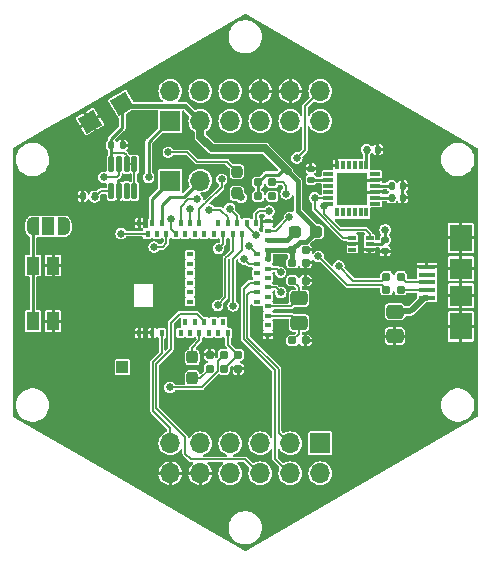
<source format=gbr>
%TF.GenerationSoftware,KiCad,Pcbnew,7.0.5*%
%TF.CreationDate,2023-06-02T12:39:08-04:00*%
%TF.ProjectId,MCU,4d43552e-6b69-4636-9164-5f7063625858,rev?*%
%TF.SameCoordinates,Original*%
%TF.FileFunction,Copper,L1,Top*%
%TF.FilePolarity,Positive*%
%FSLAX46Y46*%
G04 Gerber Fmt 4.6, Leading zero omitted, Abs format (unit mm)*
G04 Created by KiCad (PCBNEW 7.0.5) date 2023-06-02 12:39:08*
%MOMM*%
%LPD*%
G01*
G04 APERTURE LIST*
G04 Aperture macros list*
%AMRoundRect*
0 Rectangle with rounded corners*
0 $1 Rounding radius*
0 $2 $3 $4 $5 $6 $7 $8 $9 X,Y pos of 4 corners*
0 Add a 4 corners polygon primitive as box body*
4,1,4,$2,$3,$4,$5,$6,$7,$8,$9,$2,$3,0*
0 Add four circle primitives for the rounded corners*
1,1,$1+$1,$2,$3*
1,1,$1+$1,$4,$5*
1,1,$1+$1,$6,$7*
1,1,$1+$1,$8,$9*
0 Add four rect primitives between the rounded corners*
20,1,$1+$1,$2,$3,$4,$5,0*
20,1,$1+$1,$4,$5,$6,$7,0*
20,1,$1+$1,$6,$7,$8,$9,0*
20,1,$1+$1,$8,$9,$2,$3,0*%
%AMRotRect*
0 Rectangle, with rotation*
0 The origin of the aperture is its center*
0 $1 length*
0 $2 width*
0 $3 Rotation angle, in degrees counterclockwise*
0 Add horizontal line*
21,1,$1,$2,0,0,$3*%
%AMFreePoly0*
4,1,19,0.550000,-0.750000,0.000000,-0.750000,0.000000,-0.744911,-0.071157,-0.744911,-0.207708,-0.704816,-0.327430,-0.627875,-0.420627,-0.520320,-0.479746,-0.390866,-0.500000,-0.250000,-0.500000,0.250000,-0.479746,0.390866,-0.420627,0.520320,-0.327430,0.627875,-0.207708,0.704816,-0.071157,0.744911,0.000000,0.744911,0.000000,0.750000,0.550000,0.750000,0.550000,-0.750000,0.550000,-0.750000,
$1*%
%AMFreePoly1*
4,1,19,0.000000,0.744911,0.071157,0.744911,0.207708,0.704816,0.327430,0.627875,0.420627,0.520320,0.479746,0.390866,0.500000,0.250000,0.500000,-0.250000,0.479746,-0.390866,0.420627,-0.520320,0.327430,-0.627875,0.207708,-0.704816,0.071157,-0.744911,0.000000,-0.744911,0.000000,-0.750000,-0.550000,-0.750000,-0.550000,0.750000,0.000000,0.750000,0.000000,0.744911,0.000000,0.744911,
$1*%
G04 Aperture macros list end*
%TA.AperFunction,ComponentPad*%
%ADD10R,1.700000X1.700000*%
%TD*%
%TA.AperFunction,ComponentPad*%
%ADD11O,1.700000X1.700000*%
%TD*%
%TA.AperFunction,SMDPad,CuDef*%
%ADD12R,0.350000X0.800000*%
%TD*%
%TA.AperFunction,SMDPad,CuDef*%
%ADD13R,0.850000X0.350000*%
%TD*%
%TA.AperFunction,SMDPad,CuDef*%
%ADD14R,2.600000X2.700000*%
%TD*%
%TA.AperFunction,SMDPad,CuDef*%
%ADD15RoundRect,0.237500X0.287500X0.237500X-0.287500X0.237500X-0.287500X-0.237500X0.287500X-0.237500X0*%
%TD*%
%TA.AperFunction,SMDPad,CuDef*%
%ADD16RoundRect,0.155000X0.212500X0.155000X-0.212500X0.155000X-0.212500X-0.155000X0.212500X-0.155000X0*%
%TD*%
%TA.AperFunction,SMDPad,CuDef*%
%ADD17RoundRect,0.140000X0.140000X0.170000X-0.140000X0.170000X-0.140000X-0.170000X0.140000X-0.170000X0*%
%TD*%
%TA.AperFunction,SMDPad,CuDef*%
%ADD18RoundRect,0.160000X0.160000X-0.197500X0.160000X0.197500X-0.160000X0.197500X-0.160000X-0.197500X0*%
%TD*%
%TA.AperFunction,SMDPad,CuDef*%
%ADD19RoundRect,0.160000X-0.197500X-0.160000X0.197500X-0.160000X0.197500X0.160000X-0.197500X0.160000X0*%
%TD*%
%TA.AperFunction,SMDPad,CuDef*%
%ADD20R,1.000000X1.000000*%
%TD*%
%TA.AperFunction,SMDPad,CuDef*%
%ADD21RoundRect,0.237500X0.237500X-0.287500X0.237500X0.287500X-0.237500X0.287500X-0.237500X-0.287500X0*%
%TD*%
%TA.AperFunction,SMDPad,CuDef*%
%ADD22RoundRect,0.160000X0.197500X0.160000X-0.197500X0.160000X-0.197500X-0.160000X0.197500X-0.160000X0*%
%TD*%
%TA.AperFunction,SMDPad,CuDef*%
%ADD23RoundRect,0.250000X-0.475000X0.337500X-0.475000X-0.337500X0.475000X-0.337500X0.475000X0.337500X0*%
%TD*%
%TA.AperFunction,SMDPad,CuDef*%
%ADD24R,0.660000X0.310000*%
%TD*%
%TA.AperFunction,SMDPad,CuDef*%
%ADD25RoundRect,0.125000X0.125000X-0.537500X0.125000X0.537500X-0.125000X0.537500X-0.125000X-0.537500X0*%
%TD*%
%TA.AperFunction,SMDPad,CuDef*%
%ADD26RoundRect,0.135000X0.135000X0.185000X-0.135000X0.185000X-0.135000X-0.185000X0.135000X-0.185000X0*%
%TD*%
%TA.AperFunction,SMDPad,CuDef*%
%ADD27RoundRect,0.237500X0.237500X-0.250000X0.237500X0.250000X-0.237500X0.250000X-0.237500X-0.250000X0*%
%TD*%
%TA.AperFunction,SMDPad,CuDef*%
%ADD28R,0.400000X0.600000*%
%TD*%
%TA.AperFunction,SMDPad,CuDef*%
%ADD29R,0.600000X0.400000*%
%TD*%
%TA.AperFunction,SMDPad,CuDef*%
%ADD30R,1.100000X1.500000*%
%TD*%
%TA.AperFunction,SMDPad,CuDef*%
%ADD31RoundRect,0.140000X-0.140000X-0.170000X0.140000X-0.170000X0.140000X0.170000X-0.140000X0.170000X0*%
%TD*%
%TA.AperFunction,SMDPad,CuDef*%
%ADD32FreePoly0,180.000000*%
%TD*%
%TA.AperFunction,SMDPad,CuDef*%
%ADD33R,1.000000X1.500000*%
%TD*%
%TA.AperFunction,SMDPad,CuDef*%
%ADD34FreePoly1,180.000000*%
%TD*%
%TA.AperFunction,SMDPad,CuDef*%
%ADD35RotRect,1.500000X1.500000X30.000000*%
%TD*%
%TA.AperFunction,SMDPad,CuDef*%
%ADD36RoundRect,0.140000X-0.170000X0.140000X-0.170000X-0.140000X0.170000X-0.140000X0.170000X0.140000X0*%
%TD*%
%TA.AperFunction,SMDPad,CuDef*%
%ADD37RoundRect,0.160000X-0.160000X0.197500X-0.160000X-0.197500X0.160000X-0.197500X0.160000X0.197500X0*%
%TD*%
%TA.AperFunction,SMDPad,CuDef*%
%ADD38R,1.400000X0.400000*%
%TD*%
%TA.AperFunction,SMDPad,CuDef*%
%ADD39R,1.900000X2.300000*%
%TD*%
%TA.AperFunction,SMDPad,CuDef*%
%ADD40R,1.900000X1.800000*%
%TD*%
%TA.AperFunction,ViaPad*%
%ADD41C,0.660400*%
%TD*%
%TA.AperFunction,ViaPad*%
%ADD42C,0.863600*%
%TD*%
%TA.AperFunction,Conductor*%
%ADD43C,0.254000*%
%TD*%
%TA.AperFunction,Conductor*%
%ADD44C,0.381000*%
%TD*%
%TA.AperFunction,Conductor*%
%ADD45C,0.635000*%
%TD*%
%TA.AperFunction,Conductor*%
%ADD46C,0.152400*%
%TD*%
%TA.AperFunction,Conductor*%
%ADD47C,0.508000*%
%TD*%
%TA.AperFunction,Conductor*%
%ADD48C,0.762000*%
%TD*%
G04 APERTURE END LIST*
D10*
%TO.P,J4,1,Pin_1*%
%TO.N,/SWDCLK*%
X143810000Y-91510000D03*
D11*
%TO.P,J4,2,Pin_2*%
%TO.N,/SWDIO*%
X146350000Y-91510000D03*
%TD*%
D12*
%TO.P,U1,1,CLKIN*%
%TO.N,unconnected-(U1-CLKIN-Pad1)*%
X157930000Y-94197500D03*
%TO.P,U1,2,NC2*%
%TO.N,unconnected-(U1-NC2-Pad2)*%
X158430000Y-94197500D03*
%TO.P,U1,3,NC3*%
%TO.N,unconnected-(U1-NC3-Pad3)*%
X158930000Y-94197500D03*
%TO.P,U1,4,NC4*%
%TO.N,unconnected-(U1-NC4-Pad4)*%
X159430000Y-94197500D03*
%TO.P,U1,5,NC5*%
%TO.N,unconnected-(U1-NC5-Pad5)*%
X159930000Y-94197500D03*
%TO.P,U1,6,AUX_DA*%
%TO.N,unconnected-(U1-AUX_DA-Pad6)*%
X160430000Y-94197500D03*
D13*
%TO.P,U1,7,AUX_CL*%
%TO.N,unconnected-(U1-AUX_CL-Pad7)*%
X161155000Y-93447500D03*
%TO.P,U1,8,VLOGIC*%
%TO.N,VCC*%
X161155000Y-92947500D03*
%TO.P,U1,9,AD0*%
%TO.N,GND*%
X161155000Y-92447500D03*
%TO.P,U1,10,REGOUT*%
%TO.N,Net-(U1-REGOUT)*%
X161155000Y-91947500D03*
%TO.P,U1,11,FYSNC*%
%TO.N,GND*%
X161155000Y-91447500D03*
%TO.P,U1,12,INT*%
%TO.N,unconnected-(U1-INT-Pad12)*%
X161155000Y-90947500D03*
D12*
%TO.P,U1,13,VDD*%
%TO.N,VCC*%
X160430000Y-90197500D03*
%TO.P,U1,14,NC14*%
%TO.N,unconnected-(U1-NC14-Pad14)*%
X159930000Y-90197500D03*
%TO.P,U1,15,NC15*%
%TO.N,unconnected-(U1-NC15-Pad15)*%
X159430000Y-90197500D03*
%TO.P,U1,16,NC16*%
%TO.N,unconnected-(U1-NC16-Pad16)*%
X158930000Y-90197500D03*
%TO.P,U1,17,NC17*%
%TO.N,unconnected-(U1-NC17-Pad17)*%
X158430000Y-90197500D03*
%TO.P,U1,18,GND*%
%TO.N,GND*%
X157930000Y-90197500D03*
D13*
%TO.P,U1,19,RESV*%
%TO.N,unconnected-(U1-RESV-Pad19)*%
X157205000Y-90947500D03*
%TO.P,U1,20,CPOUT*%
%TO.N,Net-(U1-CPOUT)*%
X157205000Y-91447500D03*
%TO.P,U1,21,RESV*%
%TO.N,unconnected-(U1-RESV-Pad21)*%
X157205000Y-91947500D03*
%TO.P,U1,22,CLKOUT*%
%TO.N,unconnected-(U1-CLKOUT-Pad22)*%
X157205000Y-92447500D03*
%TO.P,U1,23,SCL*%
%TO.N,/SCL*%
X157205000Y-92947500D03*
%TO.P,U1,24,SDA*%
%TO.N,/SDA*%
X157205000Y-93447500D03*
D14*
%TO.P,U1,25,EXP*%
%TO.N,GND*%
X159180000Y-92197500D03*
%TD*%
D15*
%TO.P,L1,1*%
%TO.N,VCC*%
X156165000Y-95840000D03*
%TO.P,L1,2*%
%TO.N,Net-(U2-DCCH)*%
X154415000Y-95840000D03*
%TD*%
D16*
%TO.P,C5,1*%
%TO.N,GND*%
X155287500Y-97350000D03*
%TO.P,C5,2*%
%TO.N,VCC*%
X154152500Y-97350000D03*
%TD*%
D17*
%TO.P,C1,1*%
%TO.N,GND*%
X161400000Y-88870000D03*
%TO.P,C1,2*%
%TO.N,VCC*%
X160440000Y-88870000D03*
%TD*%
D16*
%TO.P,C2,1*%
%TO.N,GND*%
X155287500Y-105040000D03*
%TO.P,C2,2*%
%TO.N,Net-(U2-P0.00{slash}XL1)*%
X154152500Y-105040000D03*
%TD*%
D18*
%TO.P,R11,1*%
%TO.N,Net-(D1-K)*%
X147160000Y-107436121D03*
%TO.P,R11,2*%
%TO.N,GND*%
X147160000Y-106241121D03*
%TD*%
D19*
%TO.P,R6,1*%
%TO.N,/USB-*%
X162122500Y-100750000D03*
%TO.P,R6,2*%
%TO.N,Net-(J3-D-)*%
X163317500Y-100750000D03*
%TD*%
D20*
%TO.P,TP3,1,1*%
%TO.N,/VBAT*%
X139760000Y-107278621D03*
%TD*%
D21*
%TO.P,D1,1,K*%
%TO.N,Net-(D1-K)*%
X145670000Y-108228621D03*
%TO.P,D1,2,A*%
%TO.N,/LED1*%
X145670000Y-106478621D03*
%TD*%
D10*
%TO.P,J1,1,Pin_1*%
%TO.N,/VBAT*%
X143810000Y-86465599D03*
D11*
%TO.P,J1,2,Pin_2*%
%TO.N,/~{EN}*%
X143810000Y-83925599D03*
%TO.P,J1,3,Pin_3*%
%TO.N,VCC*%
X146350000Y-86465599D03*
%TO.P,J1,4,Pin_4*%
%TO.N,/VBAT_OK*%
X146350000Y-83925599D03*
%TO.P,J1,5,Pin_5*%
%TO.N,/~{I2C_RESET}*%
X148890000Y-86465599D03*
%TO.P,J1,6,Pin_6*%
%TO.N,+5V*%
X148890000Y-83925599D03*
%TO.P,J1,7,Pin_7*%
%TO.N,/RXD*%
X151430000Y-86465599D03*
%TO.P,J1,8,Pin_8*%
%TO.N,GND*%
X151430000Y-83925599D03*
%TO.P,J1,9,Pin_9*%
%TO.N,/TXD*%
X153970000Y-86465599D03*
%TO.P,J1,10,Pin_10*%
%TO.N,GND*%
X153970000Y-83925599D03*
%TO.P,J1,11,Pin_11*%
%TO.N,/SDA*%
X156510000Y-86465599D03*
%TO.P,J1,12,Pin_12*%
%TO.N,/SCL*%
X156510000Y-83925599D03*
%TD*%
D22*
%TO.P,R2,1*%
%TO.N,/SCL*%
X152447500Y-91660000D03*
%TO.P,R2,2*%
%TO.N,VCC*%
X151252500Y-91660000D03*
%TD*%
D23*
%TO.P,C9,1*%
%TO.N,+5V*%
X162840000Y-102587110D03*
%TO.P,C9,2*%
%TO.N,GND*%
X162840000Y-104662110D03*
%TD*%
D24*
%TO.P,IC1,1,SCL*%
%TO.N,/SCL*%
X159230000Y-96358621D03*
%TO.P,IC1,2,GND*%
%TO.N,GND*%
X159230000Y-96858621D03*
%TO.P,IC1,3,ALERT*%
%TO.N,unconnected-(IC1-ALERT-Pad3)*%
X159230000Y-97358621D03*
%TO.P,IC1,4,ADD0*%
%TO.N,GND*%
X160700000Y-97358621D03*
%TO.P,IC1,5,V+*%
%TO.N,VCC*%
X160700000Y-96858621D03*
%TO.P,IC1,6,SDA*%
%TO.N,/SDA*%
X160700000Y-96358621D03*
%TD*%
D25*
%TO.P,U3,1,WDI*%
%TO.N,/D2*%
X138820000Y-92387500D03*
%TO.P,U3,2,GND*%
%TO.N,GND*%
X139470000Y-92387500D03*
%TO.P,U3,3,NC*%
%TO.N,unconnected-(U3-NC-Pad3)*%
X140120000Y-92387500D03*
%TO.P,U3,4,SET0*%
%TO.N,VCC*%
X140770000Y-92387500D03*
%TO.P,U3,5,SET1*%
X140770000Y-90112500D03*
%TO.P,U3,6,SET2*%
X140120000Y-90112500D03*
%TO.P,U3,7,~{WDO}*%
%TO.N,Net-(JP1-A)*%
X139470000Y-90112500D03*
%TO.P,U3,8,VCC*%
%TO.N,VCC*%
X138820000Y-90112500D03*
%TD*%
D10*
%TO.P,J2,1,Pin_1*%
%TO.N,/D11*%
X156510000Y-113743621D03*
D11*
%TO.P,J2,2,Pin_2*%
%TO.N,/D13*%
X156510000Y-116283621D03*
%TO.P,J2,3,Pin_3*%
%TO.N,/A1*%
X153970000Y-113743621D03*
%TO.P,J2,4,Pin_4*%
%TO.N,/D6*%
X153970000Y-116283621D03*
%TO.P,J2,5,Pin_5*%
%TO.N,/SCK*%
X151430000Y-113743621D03*
%TO.P,J2,6,Pin_6*%
%TO.N,/A5*%
X151430000Y-116283621D03*
%TO.P,J2,7,Pin_7*%
%TO.N,/MOSI*%
X148890000Y-113743621D03*
%TO.P,J2,8,Pin_8*%
%TO.N,/~{CS}*%
X148890000Y-116283621D03*
%TO.P,J2,9,Pin_9*%
%TO.N,/MISO*%
X146350000Y-113743621D03*
%TO.P,J2,10,Pin_10*%
%TO.N,GND*%
X146350000Y-116283621D03*
%TO.P,J2,11,Pin_11*%
%TO.N,/LED2*%
X143810000Y-113743621D03*
%TO.P,J2,12,Pin_12*%
%TO.N,GND*%
X143810000Y-116283621D03*
%TD*%
D26*
%TO.P,R4,1*%
%TO.N,/D2*%
X137410000Y-92830000D03*
%TO.P,R4,2*%
%TO.N,GND*%
X136390000Y-92830000D03*
%TD*%
D23*
%TO.P,Y1,1,1*%
%TO.N,Net-(U2-P0.01{slash}XL2)*%
X154720000Y-101467500D03*
%TO.P,Y1,2,2*%
%TO.N,Net-(U2-P0.00{slash}XL1)*%
X154720000Y-103542500D03*
%TD*%
D17*
%TO.P,C3,1*%
%TO.N,GND*%
X163510000Y-92950000D03*
%TO.P,C3,2*%
%TO.N,VCC*%
X162550000Y-92950000D03*
%TD*%
%TO.P,C7,1*%
%TO.N,GND*%
X163510000Y-91950000D03*
%TO.P,C7,2*%
%TO.N,Net-(U1-REGOUT)*%
X162550000Y-91950000D03*
%TD*%
D27*
%TO.P,R3,1*%
%TO.N,Net-(U2-P0.18{slash}~{RESET})*%
X149460000Y-92572500D03*
%TO.P,R3,2*%
%TO.N,/~{RESET}*%
X149460000Y-90747500D03*
%TD*%
D28*
%TO.P,U2,1,GND*%
%TO.N,GND*%
X141189995Y-104399991D03*
%TO.P,U2,2,GND*%
X142289995Y-104399991D03*
%TO.P,U2,3,P1.10*%
%TO.N,/LED2*%
X143089995Y-104399991D03*
%TO.P,U2,4,P1.11*%
%TO.N,unconnected-(U2-P1.11-Pad4)*%
X144689995Y-104399991D03*
%TO.P,U2,5,P1.12*%
%TO.N,unconnected-(U2-P1.12-Pad5)*%
X145089995Y-103499991D03*
%TO.P,U2,6,P1.13*%
%TO.N,unconnected-(U2-P1.13-Pad6)*%
X145489995Y-104399991D03*
%TO.P,U2,7,P1.14*%
%TO.N,unconnected-(U2-P1.14-Pad7)*%
X145889995Y-103499991D03*
%TO.P,U2,8,P1.15*%
%TO.N,/LED1*%
X146289995Y-104399991D03*
%TO.P,U2,9,P0.03/AIN1*%
%TO.N,/A5*%
X146689995Y-103499991D03*
%TO.P,U2,10,P0.29/AIN5*%
%TO.N,unconnected-(U2-P0.29{slash}AIN5-Pad10)*%
X147089995Y-104399991D03*
%TO.P,U2,11,P0.02/AIN0*%
%TO.N,/A4*%
X147489995Y-103499991D03*
%TO.P,U2,12,P0.31/AIN7*%
%TO.N,unconnected-(U2-P0.31{slash}AIN7-Pad12)*%
X147889995Y-104399991D03*
%TO.P,U2,13,P0.28/AIN4*%
%TO.N,/A3*%
X148289995Y-103499991D03*
%TO.P,U2,14,P0.30/AIN6*%
%TO.N,/A2*%
X148689995Y-104399991D03*
D29*
%TO.P,U2,15,GND*%
%TO.N,GND*%
X152089995Y-104549991D03*
%TO.P,U2,16,P0.27*%
%TO.N,/D10*%
X152089995Y-103749991D03*
%TO.P,U2,17,P0.00/XL1*%
%TO.N,Net-(U2-P0.00{slash}XL1)*%
X152089995Y-102949991D03*
%TO.P,U2,18,P0.01/XL2*%
%TO.N,Net-(U2-P0.01{slash}XL2)*%
X152089995Y-102149991D03*
%TO.P,U2,19,P0.26*%
%TO.N,/D9*%
X151189995Y-101749991D03*
%TO.P,U2,20,P0.04/AIN2*%
%TO.N,/A0*%
X152089995Y-101349991D03*
%TO.P,U2,21,P0.05/AIN3*%
%TO.N,/A1*%
X151189995Y-100949991D03*
%TO.P,U2,22,P0.06*%
%TO.N,/D11*%
X152089995Y-100549991D03*
%TO.P,U2,23,P0.07/TRACECLK*%
%TO.N,/D6*%
X151189995Y-100149991D03*
%TO.P,U2,24,P0.08*%
%TO.N,/D12*%
X152089995Y-99749991D03*
%TO.P,U2,25,P1.08*%
%TO.N,/D5*%
X151189995Y-99349991D03*
%TO.P,U2,26,P1.09/TRACEDATA3*%
%TO.N,/D13*%
X152089995Y-98949991D03*
%TO.P,U2,27,P0.11/TRACEDATA2*%
%TO.N,/SCL*%
X151189995Y-98549991D03*
%TO.P,U2,28,VDD*%
%TO.N,VCC*%
X152089995Y-98149991D03*
%TO.P,U2,29,P0.12/TRACEDATA1*%
%TO.N,/SDA*%
X151189995Y-97749991D03*
%TO.P,U2,30,VDDH*%
%TO.N,VCC*%
X152089995Y-97349991D03*
%TO.P,U2,31,DCCH*%
%TO.N,Net-(U2-DCCH)*%
X152089995Y-96549991D03*
%TO.P,U2,32,VBUS*%
%TO.N,+5V*%
X152089995Y-95749991D03*
%TO.P,U2,33,GND*%
%TO.N,GND*%
X152089995Y-94949991D03*
D28*
%TO.P,U2,34,D-*%
%TO.N,/USB-*%
X151089995Y-95099991D03*
%TO.P,U2,35,D+*%
%TO.N,/USB+*%
X150289995Y-95099991D03*
%TO.P,U2,36,P0.14*%
%TO.N,/SCK*%
X149889995Y-95999991D03*
%TO.P,U2,37,P0.13*%
%TO.N,/MOSI*%
X149489995Y-95099991D03*
%TO.P,U2,38,P0.16*%
%TO.N,/~{CS}*%
X149089995Y-95999991D03*
%TO.P,U2,39,P0.15*%
%TO.N,/MISO*%
X148689995Y-95099991D03*
%TO.P,U2,40,P0.18/~{RESET}*%
%TO.N,Net-(U2-P0.18{slash}~{RESET})*%
X148289995Y-95999991D03*
%TO.P,U2,41,P0.17*%
%TO.N,unconnected-(U2-P0.17-Pad41)*%
X147889995Y-95099991D03*
%TO.P,U2,42,P0.19*%
%TO.N,unconnected-(U2-P0.19-Pad42)*%
X147489995Y-95999991D03*
%TO.P,U2,43,P0.21*%
%TO.N,unconnected-(U2-P0.21-Pad43)*%
X146689995Y-95999991D03*
%TO.P,U2,44,P0.20*%
%TO.N,/~{I2C_RESET}*%
X146289995Y-95099991D03*
%TO.P,U2,45,P0.23*%
%TO.N,unconnected-(U2-P0.23-Pad45)*%
X145889995Y-95999991D03*
%TO.P,U2,46,P0.22*%
%TO.N,/VBAT_OK*%
X145489995Y-95099991D03*
%TO.P,U2,47,P1.00/TRACEDATA0*%
%TO.N,unconnected-(U2-P1.00{slash}TRACEDATA0-Pad47)*%
X145089995Y-95999991D03*
%TO.P,U2,48,P0.24*%
%TO.N,/RXD*%
X144689995Y-95099991D03*
%TO.P,U2,49,P0.25*%
%TO.N,/TXD*%
X144289995Y-95999991D03*
%TO.P,U2,50,P1.02*%
%TO.N,/~{EN}*%
X143489995Y-95999991D03*
%TO.P,U2,51,SWDIO*%
%TO.N,/SWDIO*%
X143089995Y-95099991D03*
%TO.P,U2,52,P0.09/NFC1*%
%TO.N,unconnected-(U2-P0.09{slash}NFC1-Pad52)*%
X142689995Y-95999991D03*
%TO.P,U2,53,SWDCLK*%
%TO.N,/SWDCLK*%
X142289995Y-95099991D03*
%TO.P,U2,54,P0.10/NFC2*%
%TO.N,/D2*%
X141889995Y-95999991D03*
%TO.P,U2,55,GND*%
%TO.N,GND*%
X141189995Y-95099991D03*
D29*
%TO.P,U2,56,P1.04*%
%TO.N,unconnected-(U2-P1.04-Pad56)*%
X145489995Y-101749991D03*
%TO.P,U2,57,P1.06*%
%TO.N,unconnected-(U2-P1.06-Pad57)*%
X145489995Y-100949991D03*
%TO.P,U2,58,P1.07*%
%TO.N,unconnected-(U2-P1.07-Pad58)*%
X145489995Y-100149991D03*
%TO.P,U2,59,P1.05*%
%TO.N,unconnected-(U2-P1.05-Pad59)*%
X145489995Y-99349991D03*
%TO.P,U2,60,P1.03*%
%TO.N,unconnected-(U2-P1.03-Pad60)*%
X145489995Y-98549991D03*
%TO.P,U2,61,P1.01*%
%TO.N,unconnected-(U2-P1.01-Pad61)*%
X145489995Y-97749991D03*
%TD*%
D16*
%TO.P,C6,1*%
%TO.N,GND*%
X155287500Y-98450000D03*
%TO.P,C6,2*%
%TO.N,VCC*%
X154152500Y-98450000D03*
%TD*%
D30*
%TO.P,SW1,1,1*%
%TO.N,Net-(JP1-B)*%
X132190000Y-103398621D03*
X132190000Y-98698621D03*
%TO.P,SW1,2,2*%
%TO.N,GND*%
X133890000Y-103398621D03*
X133890000Y-98698621D03*
%TD*%
D31*
%TO.P,C10,1*%
%TO.N,VCC*%
X138820000Y-88520000D03*
%TO.P,C10,2*%
%TO.N,GND*%
X139780000Y-88520000D03*
%TD*%
D32*
%TO.P,JP1,1,A*%
%TO.N,Net-(JP1-A)*%
X134800000Y-95378621D03*
D33*
%TO.P,JP1,2,C*%
%TO.N,/~{RESET}*%
X133500000Y-95378621D03*
D34*
%TO.P,JP1,3,B*%
%TO.N,Net-(JP1-B)*%
X132200000Y-95378621D03*
%TD*%
D35*
%TO.P,TP2,1,1*%
%TO.N,GND*%
X137000000Y-86500000D03*
%TD*%
D36*
%TO.P,C11,1*%
%TO.N,VCC*%
X162000000Y-96510000D03*
%TO.P,C11,2*%
%TO.N,GND*%
X162000000Y-97470000D03*
%TD*%
D19*
%TO.P,R5,1*%
%TO.N,/USB+*%
X162122500Y-99630000D03*
%TO.P,R5,2*%
%TO.N,Net-(J3-D+)*%
X163317500Y-99630000D03*
%TD*%
D36*
%TO.P,C8,1*%
%TO.N,GND*%
X155730000Y-90480000D03*
%TO.P,C8,2*%
%TO.N,Net-(U1-CPOUT)*%
X155730000Y-91440000D03*
%TD*%
D22*
%TO.P,R1,1*%
%TO.N,/SDA*%
X152447500Y-92840000D03*
%TO.P,R1,2*%
%TO.N,VCC*%
X151252500Y-92840000D03*
%TD*%
D35*
%TO.P,TP1,1,1*%
%TO.N,VCC*%
X139750000Y-85000000D03*
%TD*%
D16*
%TO.P,C4,1*%
%TO.N,GND*%
X155287500Y-99970000D03*
%TO.P,C4,2*%
%TO.N,Net-(U2-P0.01{slash}XL2)*%
X154152500Y-99970000D03*
%TD*%
D37*
%TO.P,R8,1*%
%TO.N,/A2*%
X149564000Y-106255000D03*
%TO.P,R8,2*%
%TO.N,GND*%
X149564000Y-107450000D03*
%TD*%
%TO.P,R7,1*%
%TO.N,/VBAT*%
X148360000Y-106255000D03*
%TO.P,R7,2*%
%TO.N,/A2*%
X148360000Y-107450000D03*
%TD*%
D38*
%TO.P,J3,1,VBUS*%
%TO.N,+5V*%
X165550000Y-101404610D03*
%TO.P,J3,2,D-*%
%TO.N,Net-(J3-D-)*%
X165550000Y-100754610D03*
%TO.P,J3,3,D+*%
%TO.N,Net-(J3-D+)*%
X165550000Y-100104610D03*
%TO.P,J3,4,ID*%
%TO.N,unconnected-(J3-ID-Pad4)*%
X165550000Y-99454610D03*
%TO.P,J3,5,GND*%
%TO.N,GND*%
X165550000Y-98804610D03*
D39*
%TO.P,J3,6,Shield*%
X168400000Y-103854610D03*
D40*
X168400000Y-101254610D03*
X168400000Y-98954610D03*
D39*
X168400000Y-96354610D03*
%TD*%
D41*
%TO.N,GND*%
X135160000Y-107198621D03*
X159160000Y-111198621D03*
X159180000Y-92197500D03*
X135160000Y-101198621D03*
X151160000Y-82198621D03*
X159160000Y-107198621D03*
X133160000Y-107198621D03*
X161160000Y-109198621D03*
X149160000Y-118198621D03*
X163160000Y-107198621D03*
X133160000Y-93198621D03*
X137160000Y-99198621D03*
X157160000Y-101198621D03*
X163160000Y-113198621D03*
X157260000Y-107198621D03*
X158360000Y-93098621D03*
X163160000Y-111198621D03*
X163160000Y-109198621D03*
X155160000Y-107198621D03*
X161160000Y-107198621D03*
X159160000Y-115198621D03*
X155160000Y-118198621D03*
X135160000Y-105198621D03*
X153154300Y-80198620D03*
X165160000Y-111198621D03*
X131160000Y-107198621D03*
X149160000Y-82198621D03*
X159160000Y-103198621D03*
X160060000Y-91298621D03*
X140260000Y-95098621D03*
X141160000Y-111198621D03*
X153100000Y-94158621D03*
X165160000Y-109198621D03*
X147160000Y-118198621D03*
X169160000Y-107198621D03*
X137160000Y-113198621D03*
X135160000Y-111198621D03*
X131160000Y-105198621D03*
X147160000Y-80198621D03*
X137160000Y-111198621D03*
X158360000Y-91298621D03*
X155160000Y-111198621D03*
X161160000Y-103198621D03*
X157260000Y-109198621D03*
X161160000Y-115198621D03*
X160060000Y-93098621D03*
X159160000Y-105198621D03*
X153160000Y-120198621D03*
X159160000Y-109198621D03*
X133160000Y-105198621D03*
X167160000Y-107198621D03*
X166160000Y-93198621D03*
X135160000Y-89198621D03*
X137160000Y-97198621D03*
X137160000Y-103198621D03*
X137160000Y-95198621D03*
X141160000Y-102998621D03*
X131160000Y-97198621D03*
X139160000Y-97198621D03*
X141160000Y-115198621D03*
X153160000Y-118198621D03*
X137160000Y-109198621D03*
X159160000Y-113198621D03*
X168160000Y-93198621D03*
X147160000Y-120198621D03*
X164160000Y-89198621D03*
X151160000Y-118198621D03*
X131160000Y-93198621D03*
X165560000Y-95698621D03*
X145160000Y-82198621D03*
X145160000Y-118198621D03*
X137160000Y-107198621D03*
X162160000Y-87198621D03*
X140060000Y-104398621D03*
X135160000Y-91198621D03*
X161160000Y-111198621D03*
X166160000Y-91198621D03*
X139160000Y-113198621D03*
X137160000Y-101198621D03*
X139160000Y-99198621D03*
X165760000Y-103498621D03*
X137160000Y-89198621D03*
X157260000Y-105198621D03*
X135160000Y-99198621D03*
X155160000Y-109198621D03*
X135160000Y-109198621D03*
X153160000Y-82198621D03*
X135160000Y-97198621D03*
X165560000Y-97798621D03*
X135160000Y-103198621D03*
X138860000Y-93798621D03*
X155160000Y-82198621D03*
X139160000Y-101198621D03*
X147160000Y-82198621D03*
X141160000Y-99198621D03*
X157260000Y-111198621D03*
X139160000Y-111198621D03*
X141160000Y-105798621D03*
X165160000Y-107198621D03*
X139160000Y-103198621D03*
X141160000Y-113198621D03*
X133160000Y-97198621D03*
X161160000Y-113198621D03*
X160160000Y-85198621D03*
X161160000Y-105198621D03*
%TO.N,VCC*%
X162000000Y-95668621D03*
X160440000Y-88870000D03*
X156165000Y-95840000D03*
X162547503Y-92947490D03*
D42*
%TO.N,+5V*%
X162840010Y-102587120D03*
D41*
X153900000Y-94610000D03*
%TO.N,/VBAT*%
X139760000Y-107278621D03*
X141990000Y-91228621D03*
X143790000Y-109018621D03*
%TO.N,/SDA*%
X152447500Y-92840000D03*
X156840000Y-93688621D03*
X150450000Y-97030000D03*
%TO.N,/SCL*%
X154530000Y-89580000D03*
X152447500Y-91660000D03*
X156030000Y-92950000D03*
X153630000Y-92620000D03*
X150060000Y-98140000D03*
%TO.N,/MOSI*%
X148850000Y-93870000D03*
%TO.N,/D11*%
X153180000Y-100968621D03*
%TO.N,/MISO*%
X147120000Y-93970000D03*
%TO.N,/SCK*%
X149140000Y-102108621D03*
%TO.N,/D2*%
X139650000Y-95988621D03*
X137420000Y-92880000D03*
%TO.N,/~{CS}*%
X147830000Y-102058621D03*
%TO.N,/RXD*%
X146110000Y-93058621D03*
%TO.N,/~{RESET}*%
X133510000Y-95408621D03*
X143650000Y-89098621D03*
%TO.N,Net-(JP1-A)*%
X138170000Y-91218621D03*
X134800000Y-95378621D03*
%TO.N,/USB+*%
X151050000Y-96090000D03*
X158090000Y-98740000D03*
%TO.N,/USB-*%
X156360000Y-97920000D03*
X152170000Y-94078621D03*
%TO.N,Net-(U2-P0.18{slash}~{RESET})*%
X149810000Y-92928621D03*
X147900000Y-97250000D03*
%TO.N,/~{EN}*%
X142450000Y-97120000D03*
%TO.N,/VBAT_OK*%
X145490000Y-93868621D03*
%TO.N,/D13*%
X153150000Y-99258621D03*
%TO.N,/TXD*%
X143890000Y-94758621D03*
%TO.N,/~{I2C_RESET}*%
X148170000Y-91398621D03*
%TD*%
D43*
%TO.N,GND*%
X161155000Y-92447500D02*
X159430000Y-92447500D01*
X160208879Y-91447500D02*
X160060000Y-91298621D01*
X159430000Y-92447500D02*
X159180000Y-92197500D01*
X161155000Y-91447500D02*
X160208879Y-91447500D01*
D44*
%TO.N,VCC*%
X154600000Y-91550000D02*
X154030000Y-90980000D01*
X139938621Y-85188621D02*
X139750000Y-85000000D01*
D45*
X151798621Y-88748621D02*
X147320000Y-88748621D01*
D44*
X154152500Y-98450000D02*
X154152500Y-97350000D01*
D43*
X138820000Y-87968621D02*
X139750000Y-87038621D01*
D44*
X152090004Y-97350000D02*
X152089995Y-97349991D01*
X154600000Y-91940000D02*
X154600000Y-91550000D01*
X154152500Y-97350000D02*
X152090004Y-97350000D01*
D45*
X153330000Y-90280000D02*
X151798621Y-88748621D01*
D44*
X156165000Y-95840000D02*
X156165000Y-95635000D01*
X154030000Y-90980000D02*
X153779311Y-90729310D01*
D43*
X152960000Y-90998621D02*
X153504311Y-90454310D01*
D44*
X154152500Y-97307500D02*
X154790000Y-96670000D01*
X156165000Y-95635000D02*
X154690000Y-94160000D01*
D45*
X153779311Y-90729310D02*
X153504311Y-90454310D01*
X147320000Y-88748621D02*
X146350000Y-87778621D01*
D46*
X140770000Y-90112500D02*
X140120000Y-90112500D01*
D43*
X160430007Y-90197508D02*
X160430007Y-88880010D01*
X138820000Y-90112500D02*
X138820000Y-89220000D01*
X151252500Y-91660000D02*
X151913879Y-90998621D01*
D46*
X139910000Y-89160000D02*
X138880000Y-89160000D01*
X140120000Y-90112500D02*
X140120000Y-89370000D01*
D43*
X139750000Y-87038621D02*
X139750000Y-85000000D01*
D46*
X138880000Y-89160000D02*
X138820000Y-89220000D01*
D45*
X153504311Y-90454310D02*
X153330000Y-90280000D01*
D43*
X151913879Y-90998621D02*
X152960000Y-90998621D01*
X160705000Y-96850000D02*
X161660000Y-96850000D01*
D44*
X154152500Y-97350000D02*
X154152500Y-97307500D01*
D45*
X146350000Y-87778621D02*
X146350000Y-86385599D01*
D46*
X140120000Y-89370000D02*
X139910000Y-89160000D01*
D44*
X152089993Y-98149994D02*
X152089993Y-97349996D01*
D43*
X160430000Y-88880000D02*
X160440000Y-88870000D01*
D46*
X140770000Y-92387500D02*
X140770000Y-90112500D01*
D43*
X151252500Y-92840000D02*
X151252500Y-91660000D01*
D44*
X154690000Y-94160000D02*
X154600000Y-94070000D01*
D43*
X162547500Y-92947500D02*
X162550000Y-92950000D01*
X161660000Y-96850000D02*
X162000000Y-96510000D01*
X162000000Y-96510000D02*
X162000000Y-95668621D01*
X138820000Y-88520000D02*
X138820000Y-87968621D01*
D44*
X154600000Y-94070000D02*
X154600000Y-91940000D01*
D43*
X161155000Y-92947500D02*
X162547500Y-92947500D01*
X138820000Y-89220000D02*
X138820000Y-88520000D01*
D44*
X155335000Y-96670000D02*
X156165000Y-95840000D01*
X154790000Y-96670000D02*
X155335000Y-96670000D01*
X145065000Y-85188621D02*
X139938621Y-85188621D01*
X146350000Y-86473621D02*
X145065000Y-85188621D01*
D46*
%TO.N,Net-(U2-P0.00{slash}XL1)*%
X154720000Y-103542500D02*
X154720000Y-104472500D01*
X152090000Y-102950000D02*
X154127500Y-102950000D01*
X154720000Y-104472500D02*
X154152500Y-105040000D01*
X154127500Y-102950000D02*
X154720000Y-103542500D01*
%TO.N,Net-(U2-P0.01{slash}XL2)*%
X152090000Y-102150000D02*
X154037500Y-102150000D01*
X154037500Y-102150000D02*
X154720000Y-101467500D01*
X154720000Y-101467500D02*
X154720000Y-100537500D01*
X154720000Y-100537500D02*
X154152500Y-99970000D01*
D43*
%TO.N,Net-(U1-REGOUT)*%
X161155000Y-91947500D02*
X162547500Y-91947500D01*
X162547500Y-91947500D02*
X162550000Y-91950000D01*
%TO.N,Net-(U1-CPOUT)*%
X157205000Y-91447500D02*
X155737500Y-91447500D01*
X155737500Y-91447500D02*
X155730000Y-91440000D01*
D46*
%TO.N,+5V*%
X152090000Y-95750000D02*
X152760000Y-95750000D01*
D47*
X165550000Y-101404610D02*
X165275390Y-101404610D01*
X162877119Y-102550011D02*
X164129999Y-102550011D01*
X165275390Y-101404610D02*
X164340000Y-102340000D01*
X164340000Y-102340000D02*
X164130000Y-102550000D01*
D48*
X162840000Y-102587110D02*
X162877110Y-102550000D01*
D46*
X152760000Y-95750000D02*
X153900000Y-94610000D01*
%TO.N,Net-(D1-K)*%
X146367500Y-108228621D02*
X147160000Y-107436121D01*
X145670000Y-108228621D02*
X146367500Y-108228621D01*
%TO.N,/LED1*%
X145670000Y-105648621D02*
X146289995Y-105028626D01*
X145670000Y-106478621D02*
X145670000Y-105648621D01*
X146289995Y-105028626D02*
X146289995Y-104399991D01*
%TO.N,/VBAT*%
X147824100Y-107661124D02*
X147824100Y-106790900D01*
D43*
X141990000Y-88205599D02*
X143810000Y-86385599D01*
D46*
X146466603Y-109018621D02*
X147824100Y-107661124D01*
D43*
X141990000Y-91228621D02*
X141990000Y-88205599D01*
D46*
X147824100Y-106790900D02*
X148360000Y-106255000D01*
X143790000Y-109018621D02*
X146466603Y-109018621D01*
%TO.N,/SDA*%
X156840000Y-93688621D02*
X156840000Y-94295529D01*
X151169991Y-97749991D02*
X150450000Y-97030000D01*
X160370000Y-95658621D02*
X160700000Y-95988621D01*
X160700000Y-95988621D02*
X160700000Y-96358621D01*
X151189995Y-97749991D02*
X151169991Y-97749991D01*
X158203092Y-95658621D02*
X160370000Y-95658621D01*
X156840000Y-94295529D02*
X158203092Y-95658621D01*
%TO.N,/SCL*%
X155230000Y-88880000D02*
X155230000Y-85213621D01*
X157202500Y-92950000D02*
X157205000Y-92947500D01*
X158481379Y-96350000D02*
X159235000Y-96350000D01*
X154530000Y-89580000D02*
X155230000Y-88880000D01*
X156030000Y-92950000D02*
X156030000Y-93898621D01*
X153630000Y-91968621D02*
X153630000Y-92620000D01*
X155230000Y-85213621D02*
X156510000Y-83933621D01*
X151189995Y-98549991D02*
X150469991Y-98549991D01*
X152447500Y-91660000D02*
X153321379Y-91660000D01*
X156030000Y-92950000D02*
X157202500Y-92950000D01*
X153321379Y-91660000D02*
X153630000Y-91968621D01*
X150469991Y-98549991D02*
X150060000Y-98140000D01*
X156030000Y-93898621D02*
X158481379Y-96350000D01*
%TO.N,/A1*%
X150354320Y-104802567D02*
X153004320Y-107452567D01*
X150598630Y-100949991D02*
X150354320Y-101194301D01*
X151189995Y-100949991D02*
X150598630Y-100949991D01*
X153970000Y-113823621D02*
X153004320Y-112857941D01*
X153004320Y-112857941D02*
X153004320Y-107902941D01*
X153004320Y-107452567D02*
X153004320Y-107902941D01*
X150354320Y-101194301D02*
X150354320Y-104802567D01*
%TO.N,/MOSI*%
X149489995Y-94509995D02*
X148850000Y-93870000D01*
X149489995Y-95099991D02*
X149489995Y-94509995D01*
%TO.N,/D11*%
X152761370Y-100549991D02*
X153180000Y-100968621D01*
X152089995Y-100549991D02*
X152761370Y-100549991D01*
%TO.N,/MISO*%
X148050000Y-93970000D02*
X147120000Y-93970000D01*
X148689995Y-94609995D02*
X148120000Y-94040000D01*
X148689995Y-95099991D02*
X148689995Y-94609995D01*
X148120000Y-94040000D02*
X148050000Y-93970000D01*
%TO.N,/D6*%
X152700000Y-107578621D02*
X152700000Y-115093621D01*
X152700000Y-107578621D02*
X150050000Y-104928621D01*
X152700000Y-115093621D02*
X153970000Y-116363621D01*
X150050000Y-104928621D02*
X150050000Y-100638621D01*
X150050000Y-100638621D02*
X150538630Y-100149991D01*
X150538630Y-100149991D02*
X151189995Y-100149991D01*
%TO.N,/SCK*%
X149160000Y-98128621D02*
X149140000Y-98148621D01*
X149889995Y-97398626D02*
X149160000Y-98128621D01*
X149889995Y-95999991D02*
X149889995Y-97318626D01*
X149889995Y-97318626D02*
X149889995Y-97398626D01*
X149140000Y-98148621D02*
X149140000Y-100098621D01*
X149140000Y-100098621D02*
X149140000Y-102108621D01*
%TO.N,/D2*%
X141889995Y-95999991D02*
X139661370Y-95999991D01*
X137912500Y-92387500D02*
X137420000Y-92880000D01*
X138820000Y-92387500D02*
X137912500Y-92387500D01*
X139661370Y-95999991D02*
X139650000Y-95988621D01*
%TO.N,/~{CS}*%
X148490000Y-101398621D02*
X147830000Y-102058621D01*
X148490000Y-98060000D02*
X148490000Y-99180000D01*
X148780000Y-97770000D02*
X148490000Y-98060000D01*
X148490000Y-99180000D02*
X148490000Y-101398621D01*
X149089995Y-97460005D02*
X148780000Y-97770000D01*
X149089995Y-95999991D02*
X149089995Y-97460005D01*
%TO.N,/RXD*%
X144689995Y-95099991D02*
X144689995Y-93708626D01*
X144689995Y-93708626D02*
X145340000Y-93058621D01*
X145340000Y-93058621D02*
X146110000Y-93058621D01*
D43*
%TO.N,/SWDCLK*%
X142290000Y-93030000D02*
X143810000Y-91510000D01*
X142290000Y-95100000D02*
X142290000Y-93030000D01*
%TO.N,/SWDIO*%
X145010000Y-92850000D02*
X143820000Y-92850000D01*
X143090000Y-93580000D02*
X143090000Y-95100000D01*
X146350000Y-91510000D02*
X145010000Y-92850000D01*
X143820000Y-92850000D02*
X143090000Y-93580000D01*
D46*
%TO.N,/~{RESET}*%
X148611121Y-89898621D02*
X149460000Y-90747500D01*
X143650000Y-89098621D02*
X145260000Y-89098621D01*
X146060000Y-89898621D02*
X148611121Y-89898621D01*
X145260000Y-89098621D02*
X146060000Y-89898621D01*
%TO.N,Net-(J3-D-)*%
X165550000Y-100754610D02*
X163322110Y-100754610D01*
X163322110Y-100754610D02*
X163317500Y-100750000D01*
%TO.N,Net-(J3-D+)*%
X165550000Y-100104610D02*
X163792110Y-100104610D01*
X163792110Y-100104610D02*
X163317500Y-99630000D01*
%TO.N,Net-(JP1-A)*%
X139280000Y-91218621D02*
X138170000Y-91218621D01*
X139470000Y-91028621D02*
X139280000Y-91218621D01*
X139470000Y-90112500D02*
X139470000Y-91028621D01*
%TO.N,/USB+*%
X150289995Y-95329995D02*
X151050000Y-96090000D01*
X158090000Y-98740000D02*
X159328621Y-99978621D01*
X161773879Y-99978621D02*
X162122500Y-99630000D01*
X159328621Y-99978621D02*
X161773879Y-99978621D01*
X150289995Y-95099991D02*
X150289995Y-95329995D01*
%TO.N,/USB-*%
X151340000Y-94078621D02*
X152170000Y-94078621D01*
X158798621Y-100358621D02*
X161731121Y-100358621D01*
X161731121Y-100358621D02*
X162122500Y-100750000D01*
X156360000Y-97920000D02*
X158798621Y-100358621D01*
X151089995Y-95099991D02*
X151089995Y-94328626D01*
X151089995Y-94328626D02*
X151340000Y-94078621D01*
%TO.N,/A5*%
X143870000Y-103528621D02*
X143870000Y-105788621D01*
X146689995Y-103399991D02*
X146078625Y-102788621D01*
X145080000Y-113228621D02*
X145080000Y-114628621D01*
X146078625Y-102788621D02*
X144610000Y-102788621D01*
X145080000Y-114628621D02*
X145550000Y-115098621D01*
X145550000Y-115098621D02*
X150165000Y-115098621D01*
X143870000Y-105788621D02*
X142634320Y-107024301D01*
X142634320Y-107024301D02*
X142634320Y-110782941D01*
X142634320Y-110782941D02*
X145080000Y-113228621D01*
X150165000Y-115098621D02*
X151430000Y-116363621D01*
X144610000Y-102788621D02*
X143870000Y-103528621D01*
X146689995Y-103499991D02*
X146689995Y-103399991D01*
%TO.N,/A2*%
X148689995Y-105380995D02*
X149564000Y-106255000D01*
X148369000Y-107450000D02*
X149564000Y-106255000D01*
X148689995Y-104399991D02*
X148689995Y-105380995D01*
X148360000Y-107450000D02*
X148369000Y-107450000D01*
D43*
%TO.N,Net-(JP1-B)*%
X132190000Y-98698621D02*
X132190000Y-95388621D01*
X132190000Y-103398621D02*
X132190000Y-98698621D01*
X132190000Y-95388621D02*
X132200000Y-95378621D01*
D44*
%TO.N,Net-(U2-DCCH)*%
X153705000Y-96550000D02*
X154415000Y-95840000D01*
X152090000Y-96550000D02*
X153705000Y-96550000D01*
D46*
%TO.N,Net-(U2-P0.18{slash}~{RESET})*%
X148289995Y-96860005D02*
X147900000Y-97250000D01*
X148289995Y-96820005D02*
X148289995Y-96860005D01*
X148289995Y-95999991D02*
X148289995Y-96820005D01*
%TO.N,/LED2*%
X142330000Y-106878621D02*
X142330000Y-110988621D01*
X142330000Y-110988621D02*
X143810000Y-112468621D01*
X143089995Y-104399991D02*
X143089995Y-106118626D01*
X143089995Y-106118626D02*
X142330000Y-106878621D01*
X143810000Y-112468621D02*
X143810000Y-113823621D01*
%TO.N,/~{EN}*%
X143489995Y-96790005D02*
X143160000Y-97120000D01*
X143160000Y-97120000D02*
X142450000Y-97120000D01*
X143489995Y-95999991D02*
X143489995Y-96790005D01*
%TO.N,/VBAT_OK*%
X145489995Y-93868626D02*
X145490000Y-93868621D01*
X145489995Y-95099991D02*
X145489995Y-93868626D01*
%TO.N,/D13*%
X152089995Y-98949991D02*
X152841370Y-98949991D01*
X152841370Y-98949991D02*
X153150000Y-99258621D01*
%TO.N,/TXD*%
X143890000Y-94758621D02*
X143890000Y-95599996D01*
X143890000Y-95599996D02*
X144289995Y-95999991D01*
%TO.N,/~{I2C_RESET}*%
X146289995Y-95099991D02*
X146289995Y-93888626D01*
X148170000Y-92008621D02*
X148170000Y-91398621D01*
X146740000Y-93438621D02*
X148170000Y-92008621D01*
X146289995Y-93888626D02*
X146740000Y-93438621D01*
%TD*%
%TA.AperFunction,Conductor*%
%TO.N,GND*%
G36*
X162136465Y-92247965D02*
G01*
X162160374Y-92279795D01*
X162164172Y-92288396D01*
X162241604Y-92365828D01*
X162241605Y-92365828D01*
X162241606Y-92365829D01*
X162250123Y-92369590D01*
X162293503Y-92411224D01*
X162299972Y-92471002D01*
X162266503Y-92520953D01*
X162250123Y-92530410D01*
X162241606Y-92534170D01*
X162241604Y-92534172D01*
X162164172Y-92611604D01*
X162162582Y-92615203D01*
X162120951Y-92658583D01*
X162082172Y-92667600D01*
X161820300Y-92667600D01*
X161763799Y-92647035D01*
X161733735Y-92594964D01*
X161732400Y-92579700D01*
X161732400Y-92574501D01*
X161732399Y-92574500D01*
X161115900Y-92574500D01*
X161059399Y-92553935D01*
X161029335Y-92501864D01*
X161028000Y-92486600D01*
X161028000Y-92408400D01*
X161048565Y-92351899D01*
X161100636Y-92321835D01*
X161115900Y-92320500D01*
X161732399Y-92320500D01*
X161732400Y-92320499D01*
X161732400Y-92315300D01*
X161752965Y-92258799D01*
X161805036Y-92228735D01*
X161820300Y-92227400D01*
X162079964Y-92227400D01*
X162136465Y-92247965D01*
G37*
%TD.AperFunction*%
%TA.AperFunction,Conductor*%
G36*
X150203946Y-77388502D02*
G01*
X169810750Y-88708494D01*
X169849399Y-88754554D01*
X169854700Y-88784618D01*
X169854700Y-111424599D01*
X169834135Y-111481100D01*
X169810750Y-111500723D01*
X150203949Y-122820715D01*
X150144735Y-122831156D01*
X150116049Y-122820715D01*
X149138254Y-122256185D01*
X146770601Y-120889220D01*
X148749884Y-120889220D01*
X148769115Y-121121316D01*
X148769116Y-121121322D01*
X148826286Y-121347080D01*
X148826289Y-121347088D01*
X148897987Y-121510541D01*
X148919840Y-121560361D01*
X148919844Y-121560367D01*
X149047215Y-121755325D01*
X149047216Y-121755327D01*
X149047220Y-121755331D01*
X149204954Y-121926676D01*
X149388740Y-122069722D01*
X149593563Y-122180567D01*
X149813837Y-122256187D01*
X149813839Y-122256187D01*
X149813841Y-122256188D01*
X150043550Y-122294520D01*
X150043554Y-122294520D01*
X150276450Y-122294520D01*
X150506158Y-122256188D01*
X150506158Y-122256187D01*
X150506163Y-122256187D01*
X150726437Y-122180567D01*
X150931260Y-122069722D01*
X151115046Y-121926676D01*
X151272780Y-121755331D01*
X151400160Y-121560361D01*
X151493712Y-121347084D01*
X151550884Y-121121317D01*
X151570116Y-120889220D01*
X151550884Y-120657123D01*
X151550883Y-120657117D01*
X151493713Y-120431359D01*
X151493710Y-120431351D01*
X151400164Y-120218089D01*
X151400160Y-120218079D01*
X151319435Y-120094520D01*
X151272784Y-120023114D01*
X151272783Y-120023112D01*
X151115050Y-119851768D01*
X151115048Y-119851767D01*
X151115046Y-119851764D01*
X150931260Y-119708718D01*
X150726437Y-119597873D01*
X150726433Y-119597871D01*
X150726430Y-119597870D01*
X150506167Y-119522254D01*
X150506158Y-119522251D01*
X150276450Y-119483920D01*
X150276446Y-119483920D01*
X150043554Y-119483920D01*
X150043550Y-119483920D01*
X149813841Y-119522251D01*
X149813832Y-119522254D01*
X149593569Y-119597870D01*
X149388740Y-119708718D01*
X149204949Y-119851768D01*
X149047216Y-120023112D01*
X149047215Y-120023114D01*
X148919844Y-120218072D01*
X148919835Y-120218089D01*
X148826289Y-120431351D01*
X148826286Y-120431359D01*
X148769116Y-120657117D01*
X148769115Y-120657123D01*
X148749884Y-120889220D01*
X146770601Y-120889220D01*
X139013441Y-116410621D01*
X142815259Y-116410621D01*
X142822105Y-116480132D01*
X142879419Y-116669073D01*
X142972504Y-116843222D01*
X143097759Y-116995845D01*
X143097775Y-116995861D01*
X143250398Y-117121116D01*
X143250397Y-117121116D01*
X143424547Y-117214201D01*
X143613491Y-117271516D01*
X143613498Y-117271517D01*
X143682999Y-117278362D01*
X143683000Y-117278362D01*
X143683000Y-116770502D01*
X143774237Y-116783621D01*
X143845763Y-116783621D01*
X143937000Y-116770502D01*
X143937000Y-117278362D01*
X144006501Y-117271517D01*
X144006508Y-117271516D01*
X144195452Y-117214201D01*
X144369601Y-117121116D01*
X144522224Y-116995861D01*
X144522240Y-116995845D01*
X144647495Y-116843222D01*
X144740580Y-116669073D01*
X144797894Y-116480132D01*
X144804741Y-116410621D01*
X144293818Y-116410621D01*
X144310000Y-116355510D01*
X144310000Y-116211732D01*
X144293818Y-116156621D01*
X144804741Y-116156621D01*
X144797894Y-116087109D01*
X144740580Y-115898168D01*
X144647495Y-115724019D01*
X144522240Y-115571396D01*
X144522224Y-115571380D01*
X144369601Y-115446125D01*
X144369602Y-115446125D01*
X144195452Y-115353040D01*
X144006511Y-115295726D01*
X144006512Y-115295726D01*
X143937000Y-115288879D01*
X143937000Y-115796739D01*
X143845763Y-115783621D01*
X143774237Y-115783621D01*
X143683000Y-115796739D01*
X143683000Y-115288879D01*
X143613488Y-115295726D01*
X143424547Y-115353040D01*
X143250398Y-115446125D01*
X143097775Y-115571380D01*
X143097759Y-115571396D01*
X142972504Y-115724019D01*
X142879419Y-115898168D01*
X142822105Y-116087109D01*
X142815259Y-116156621D01*
X143326182Y-116156621D01*
X143310000Y-116211732D01*
X143310000Y-116355510D01*
X143326182Y-116410621D01*
X142815259Y-116410621D01*
X139013441Y-116410621D01*
X130509248Y-111500723D01*
X130470600Y-111454664D01*
X130465300Y-111424605D01*
X130465300Y-110496915D01*
X130749884Y-110496915D01*
X130769115Y-110729011D01*
X130769116Y-110729017D01*
X130826286Y-110954775D01*
X130826289Y-110954783D01*
X130917481Y-111162679D01*
X130919840Y-111168056D01*
X130927726Y-111180127D01*
X131047215Y-111363020D01*
X131047216Y-111363022D01*
X131173979Y-111500724D01*
X131204954Y-111534371D01*
X131388740Y-111677417D01*
X131593563Y-111788262D01*
X131813837Y-111863882D01*
X131813839Y-111863882D01*
X131813841Y-111863883D01*
X132043550Y-111902215D01*
X132043554Y-111902215D01*
X132276450Y-111902215D01*
X132506158Y-111863883D01*
X132506158Y-111863882D01*
X132506163Y-111863882D01*
X132726437Y-111788262D01*
X132931260Y-111677417D01*
X133115046Y-111534371D01*
X133272780Y-111363026D01*
X133400160Y-111168056D01*
X133493712Y-110954779D01*
X133550884Y-110729012D01*
X133570116Y-110496915D01*
X133550884Y-110264818D01*
X133550883Y-110264812D01*
X133493713Y-110039054D01*
X133493710Y-110039046D01*
X133400164Y-109825784D01*
X133400160Y-109825774D01*
X133319435Y-109702215D01*
X133272784Y-109630809D01*
X133272783Y-109630807D01*
X133115050Y-109459463D01*
X133115048Y-109459462D01*
X133115046Y-109459459D01*
X132931260Y-109316413D01*
X132726437Y-109205568D01*
X132726433Y-109205566D01*
X132726430Y-109205565D01*
X132506167Y-109129949D01*
X132506158Y-109129946D01*
X132276450Y-109091615D01*
X132276446Y-109091615D01*
X132043554Y-109091615D01*
X132043550Y-109091615D01*
X131813841Y-109129946D01*
X131813832Y-109129949D01*
X131593569Y-109205565D01*
X131593564Y-109205567D01*
X131593563Y-109205568D01*
X131388740Y-109316413D01*
X131297436Y-109387478D01*
X131204949Y-109459463D01*
X131047216Y-109630807D01*
X131047215Y-109630809D01*
X130919844Y-109825767D01*
X130919835Y-109825784D01*
X130826289Y-110039046D01*
X130826286Y-110039054D01*
X130769116Y-110264812D01*
X130769115Y-110264818D01*
X130749884Y-110496915D01*
X130465300Y-110496915D01*
X130465300Y-107793679D01*
X139107100Y-107793679D01*
X139114274Y-107829741D01*
X139115972Y-107838279D01*
X139149766Y-107888855D01*
X139166701Y-107900171D01*
X139200341Y-107922649D01*
X139207741Y-107924120D01*
X139244943Y-107931521D01*
X140275056Y-107931520D01*
X140275058Y-107931520D01*
X140287750Y-107928995D01*
X140319658Y-107922649D01*
X140370234Y-107888855D01*
X140404028Y-107838279D01*
X140412900Y-107793678D01*
X140412899Y-106890879D01*
X142096103Y-106890879D01*
X142097905Y-106897603D01*
X142100900Y-106920354D01*
X142100900Y-110981471D01*
X142100840Y-110983772D01*
X142098666Y-111025260D01*
X142107177Y-111047433D01*
X142111092Y-111060650D01*
X142116031Y-111083888D01*
X142120124Y-111089521D01*
X142131071Y-111109682D01*
X142133567Y-111116183D01*
X142133568Y-111116185D01*
X142150364Y-111132982D01*
X142159320Y-111143468D01*
X142173276Y-111162677D01*
X142173278Y-111162679D01*
X142179308Y-111166160D01*
X142197510Y-111180127D01*
X143555155Y-112537772D01*
X143580566Y-112592266D01*
X143580900Y-112599927D01*
X143580900Y-112699898D01*
X143560335Y-112756399D01*
X143518516Y-112784013D01*
X143424354Y-112812578D01*
X143424347Y-112812580D01*
X143250121Y-112905705D01*
X143097413Y-113031030D01*
X143097409Y-113031034D01*
X142972084Y-113183742D01*
X142878957Y-113357972D01*
X142821612Y-113547011D01*
X142802247Y-113743621D01*
X142821612Y-113940230D01*
X142878957Y-114129269D01*
X142878958Y-114129271D01*
X142972084Y-114303499D01*
X143097411Y-114456210D01*
X143250122Y-114581537D01*
X143424350Y-114674663D01*
X143613397Y-114732010D01*
X143810000Y-114751374D01*
X144006603Y-114732010D01*
X144195650Y-114674663D01*
X144369878Y-114581537D01*
X144522589Y-114456210D01*
X144647916Y-114303499D01*
X144685479Y-114233221D01*
X144730250Y-114193087D01*
X144790345Y-114191120D01*
X144837645Y-114228241D01*
X144850900Y-114274658D01*
X144850900Y-114621471D01*
X144850840Y-114623772D01*
X144848666Y-114665260D01*
X144857177Y-114687433D01*
X144861091Y-114700647D01*
X144861773Y-114703853D01*
X144866031Y-114723888D01*
X144870124Y-114729521D01*
X144881071Y-114749682D01*
X144883567Y-114756183D01*
X144883568Y-114756185D01*
X144900364Y-114772982D01*
X144909320Y-114783468D01*
X144923276Y-114802677D01*
X144923278Y-114802679D01*
X144929308Y-114806160D01*
X144947510Y-114820127D01*
X145382951Y-115255569D01*
X145384535Y-115257238D01*
X145412330Y-115288107D01*
X145412331Y-115288107D01*
X145412332Y-115288108D01*
X145434022Y-115297765D01*
X145446144Y-115304347D01*
X145464051Y-115315975D01*
X145466063Y-115317282D01*
X145472939Y-115318371D01*
X145494942Y-115324889D01*
X145501301Y-115327720D01*
X145501302Y-115327721D01*
X145501303Y-115327721D01*
X145525052Y-115327721D01*
X145538802Y-115328803D01*
X145562258Y-115332518D01*
X145568983Y-115330715D01*
X145591733Y-115327721D01*
X145689012Y-115327721D01*
X145745513Y-115348286D01*
X145775577Y-115400357D01*
X145765136Y-115459571D01*
X145744775Y-115483569D01*
X145637769Y-115571386D01*
X145637759Y-115571396D01*
X145512504Y-115724019D01*
X145419419Y-115898168D01*
X145362105Y-116087109D01*
X145355259Y-116156621D01*
X145866182Y-116156621D01*
X145850000Y-116211732D01*
X145850000Y-116355510D01*
X145866182Y-116410621D01*
X145355259Y-116410621D01*
X145362105Y-116480132D01*
X145419419Y-116669073D01*
X145512504Y-116843222D01*
X145637759Y-116995845D01*
X145637775Y-116995861D01*
X145790398Y-117121116D01*
X145790397Y-117121116D01*
X145964547Y-117214201D01*
X146153491Y-117271516D01*
X146153498Y-117271517D01*
X146222999Y-117278362D01*
X146223000Y-117278362D01*
X146223000Y-116770502D01*
X146314237Y-116783621D01*
X146385763Y-116783621D01*
X146477000Y-116770502D01*
X146477000Y-117278362D01*
X146546501Y-117271517D01*
X146546508Y-117271516D01*
X146735452Y-117214201D01*
X146909601Y-117121116D01*
X147062224Y-116995861D01*
X147062240Y-116995845D01*
X147187495Y-116843222D01*
X147280580Y-116669073D01*
X147337894Y-116480132D01*
X147344741Y-116410621D01*
X146833818Y-116410621D01*
X146850000Y-116355510D01*
X146850000Y-116211732D01*
X146833818Y-116156621D01*
X147344741Y-116156621D01*
X147337894Y-116087109D01*
X147280580Y-115898168D01*
X147187495Y-115724019D01*
X147062240Y-115571396D01*
X147062230Y-115571386D01*
X146955225Y-115483569D01*
X146924595Y-115431828D01*
X146934390Y-115372504D01*
X146980025Y-115333355D01*
X147010988Y-115327721D01*
X148228222Y-115327721D01*
X148284723Y-115348286D01*
X148314787Y-115400357D01*
X148304346Y-115459571D01*
X148283985Y-115483568D01*
X148177419Y-115571024D01*
X148177409Y-115571034D01*
X148052084Y-115723742D01*
X147958957Y-115897972D01*
X147901612Y-116087011D01*
X147882247Y-116283621D01*
X147901612Y-116480230D01*
X147958898Y-116669073D01*
X147958958Y-116669271D01*
X148052084Y-116843499D01*
X148177411Y-116996210D01*
X148330122Y-117121537D01*
X148504350Y-117214663D01*
X148638715Y-117255422D01*
X148691771Y-117271517D01*
X148693397Y-117272010D01*
X148890000Y-117291374D01*
X149086603Y-117272010D01*
X149275650Y-117214663D01*
X149449878Y-117121537D01*
X149602589Y-116996210D01*
X149727916Y-116843499D01*
X149821042Y-116669271D01*
X149878389Y-116480224D01*
X149897753Y-116283621D01*
X149878389Y-116087018D01*
X149821042Y-115897971D01*
X149727916Y-115723743D01*
X149602589Y-115571032D01*
X149602583Y-115571027D01*
X149602580Y-115571024D01*
X149496015Y-115483568D01*
X149465385Y-115431828D01*
X149475180Y-115372504D01*
X149520815Y-115333355D01*
X149551778Y-115327721D01*
X150033694Y-115327721D01*
X150090195Y-115348286D01*
X150095849Y-115353466D01*
X150502112Y-115759729D01*
X150527523Y-115814223D01*
X150517479Y-115863318D01*
X150498957Y-115897971D01*
X150498957Y-115897972D01*
X150441612Y-116087011D01*
X150422247Y-116283621D01*
X150441612Y-116480230D01*
X150498898Y-116669073D01*
X150498958Y-116669271D01*
X150592084Y-116843499D01*
X150717411Y-116996210D01*
X150870122Y-117121537D01*
X151044350Y-117214663D01*
X151178715Y-117255422D01*
X151231771Y-117271517D01*
X151233397Y-117272010D01*
X151430000Y-117291374D01*
X151626603Y-117272010D01*
X151815650Y-117214663D01*
X151989878Y-117121537D01*
X152142589Y-116996210D01*
X152267916Y-116843499D01*
X152361042Y-116669271D01*
X152418389Y-116480224D01*
X152437753Y-116283621D01*
X152418389Y-116087018D01*
X152361042Y-115897971D01*
X152267916Y-115723743D01*
X152142589Y-115571032D01*
X151989878Y-115445705D01*
X151815650Y-115352579D01*
X151815649Y-115352578D01*
X151815648Y-115352578D01*
X151626609Y-115295233D01*
X151626604Y-115295232D01*
X151626603Y-115295232D01*
X151430000Y-115275868D01*
X151429999Y-115275868D01*
X151382657Y-115280530D01*
X151233397Y-115295232D01*
X151233395Y-115295232D01*
X151233390Y-115295233D01*
X151044351Y-115352578D01*
X151044347Y-115352579D01*
X150905430Y-115426831D01*
X150845906Y-115435329D01*
X150801840Y-115411465D01*
X150332039Y-114941662D01*
X150330470Y-114940010D01*
X150302670Y-114909135D01*
X150302669Y-114909134D01*
X150280972Y-114899473D01*
X150268858Y-114892896D01*
X150256022Y-114884561D01*
X150248936Y-114879960D01*
X150248933Y-114879959D01*
X150248932Y-114879959D01*
X150242058Y-114878870D01*
X150220064Y-114872355D01*
X150213699Y-114869521D01*
X150213697Y-114869521D01*
X150189947Y-114869521D01*
X150176197Y-114868439D01*
X150164119Y-114866526D01*
X150152743Y-114864724D01*
X150152740Y-114864724D01*
X150146017Y-114866526D01*
X150123267Y-114869521D01*
X149225865Y-114869521D01*
X149169364Y-114848956D01*
X149139300Y-114796885D01*
X149149741Y-114737671D01*
X149195801Y-114699022D01*
X149200349Y-114697506D01*
X149237912Y-114686110D01*
X149275650Y-114674663D01*
X149449878Y-114581537D01*
X149602589Y-114456210D01*
X149727916Y-114303499D01*
X149821042Y-114129271D01*
X149878389Y-113940224D01*
X149897753Y-113743621D01*
X149878389Y-113547018D01*
X149821042Y-113357971D01*
X149727916Y-113183743D01*
X149602589Y-113031032D01*
X149449878Y-112905705D01*
X149275650Y-112812579D01*
X149275649Y-112812578D01*
X149275648Y-112812578D01*
X149086609Y-112755233D01*
X149086604Y-112755232D01*
X149086603Y-112755232D01*
X148890000Y-112735868D01*
X148693397Y-112755232D01*
X148693395Y-112755232D01*
X148693390Y-112755233D01*
X148504351Y-112812578D01*
X148330121Y-112905705D01*
X148177413Y-113031030D01*
X148177409Y-113031034D01*
X148052084Y-113183742D01*
X147958957Y-113357972D01*
X147901612Y-113547011D01*
X147882247Y-113743620D01*
X147901612Y-113940230D01*
X147958957Y-114129269D01*
X147958958Y-114129271D01*
X148052084Y-114303499D01*
X148177411Y-114456210D01*
X148330122Y-114581537D01*
X148504350Y-114674663D01*
X148529527Y-114682300D01*
X148579651Y-114697506D01*
X148627750Y-114733587D01*
X148641403Y-114792143D01*
X148614223Y-114845776D01*
X148558927Y-114869390D01*
X148554135Y-114869521D01*
X146685865Y-114869521D01*
X146629364Y-114848956D01*
X146599300Y-114796885D01*
X146609741Y-114737671D01*
X146655801Y-114699022D01*
X146660349Y-114697506D01*
X146697912Y-114686110D01*
X146735650Y-114674663D01*
X146909878Y-114581537D01*
X147062589Y-114456210D01*
X147187916Y-114303499D01*
X147281042Y-114129271D01*
X147338389Y-113940224D01*
X147357753Y-113743621D01*
X147338389Y-113547018D01*
X147281042Y-113357971D01*
X147187916Y-113183743D01*
X147062589Y-113031032D01*
X146909878Y-112905705D01*
X146735650Y-112812579D01*
X146735649Y-112812578D01*
X146735648Y-112812578D01*
X146546609Y-112755233D01*
X146546604Y-112755232D01*
X146546603Y-112755232D01*
X146350000Y-112735868D01*
X146153397Y-112755232D01*
X146153395Y-112755232D01*
X146153390Y-112755233D01*
X145964351Y-112812578D01*
X145790121Y-112905705D01*
X145637413Y-113031030D01*
X145637409Y-113031034D01*
X145512083Y-113183744D01*
X145475933Y-113251375D01*
X145431162Y-113291509D01*
X145371067Y-113293476D01*
X145323768Y-113256354D01*
X145310634Y-113205336D01*
X145311334Y-113191984D01*
X145311333Y-113191983D01*
X145311334Y-113191982D01*
X145302819Y-113169800D01*
X145298907Y-113156592D01*
X145293969Y-113133356D01*
X145289874Y-113127720D01*
X145278927Y-113107556D01*
X145276433Y-113101059D01*
X145276432Y-113101058D01*
X145276432Y-113101057D01*
X145259630Y-113084255D01*
X145250677Y-113073771D01*
X145236721Y-113054562D01*
X145236722Y-113054562D01*
X145230692Y-113051081D01*
X145212488Y-113037113D01*
X142889165Y-110713789D01*
X142863754Y-110659295D01*
X142863420Y-110651634D01*
X142863420Y-107155606D01*
X142883985Y-107099105D01*
X142889154Y-107093462D01*
X144026965Y-105955650D01*
X144028598Y-105954101D01*
X144059486Y-105926291D01*
X144069145Y-105904594D01*
X144075719Y-105892485D01*
X144088661Y-105872558D01*
X144089749Y-105865683D01*
X144096269Y-105843676D01*
X144099100Y-105837318D01*
X144099100Y-105813563D01*
X144100182Y-105799813D01*
X144102723Y-105783769D01*
X144103896Y-105776363D01*
X144102095Y-105769641D01*
X144099100Y-105746892D01*
X144099100Y-103659927D01*
X144119665Y-103603426D01*
X144124845Y-103597772D01*
X144397222Y-103325395D01*
X144587041Y-103135576D01*
X144641534Y-103110166D01*
X144699612Y-103125729D01*
X144734100Y-103174982D01*
X144737095Y-103197732D01*
X144737095Y-103815050D01*
X144742465Y-103842044D01*
X144733318Y-103901471D01*
X144688111Y-103941115D01*
X144656254Y-103947091D01*
X144474936Y-103947091D01*
X144430336Y-103955963D01*
X144379762Y-103989756D01*
X144379759Y-103989759D01*
X144345966Y-104040332D01*
X144337095Y-104084934D01*
X144337095Y-104715049D01*
X144344683Y-104753192D01*
X144345967Y-104759649D01*
X144379761Y-104810225D01*
X144379764Y-104810227D01*
X144430336Y-104844019D01*
X144437736Y-104845490D01*
X144474938Y-104852891D01*
X144905051Y-104852890D01*
X144905053Y-104852890D01*
X144919099Y-104850096D01*
X144949653Y-104844019D01*
X145000229Y-104810225D01*
X145016909Y-104785260D01*
X145065398Y-104749708D01*
X145125397Y-104753640D01*
X145163079Y-104785260D01*
X145179761Y-104810225D01*
X145179764Y-104810227D01*
X145230336Y-104844019D01*
X145237736Y-104845490D01*
X145274938Y-104852891D01*
X145705051Y-104852890D01*
X145705053Y-104852890D01*
X145719099Y-104850096D01*
X145749653Y-104844019D01*
X145800229Y-104810225D01*
X145816909Y-104785260D01*
X145865398Y-104749708D01*
X145925397Y-104753640D01*
X145963079Y-104785260D01*
X145979761Y-104810225D01*
X146011298Y-104831297D01*
X146013376Y-104832686D01*
X146048930Y-104881176D01*
X146044997Y-104941174D01*
X146026696Y-104967927D01*
X145513040Y-105481582D01*
X145511372Y-105483165D01*
X145480514Y-105510950D01*
X145480513Y-105510951D01*
X145480514Y-105510951D01*
X145470849Y-105532655D01*
X145464278Y-105544758D01*
X145455334Y-105558532D01*
X145451338Y-105564686D01*
X145450248Y-105571568D01*
X145443735Y-105593555D01*
X145440900Y-105599924D01*
X145440900Y-105623672D01*
X145439818Y-105637421D01*
X145436668Y-105657314D01*
X145436103Y-105660879D01*
X145437358Y-105665564D01*
X145437905Y-105667603D01*
X145440900Y-105690354D01*
X145440900Y-105719450D01*
X145420335Y-105775951D01*
X145368264Y-105806015D01*
X145366752Y-105806268D01*
X145310358Y-105815200D01*
X145310356Y-105815200D01*
X145310356Y-105815201D01*
X145254470Y-105843676D01*
X145200168Y-105871344D01*
X145112723Y-105958789D01*
X145056579Y-106068979D01*
X145042100Y-106160399D01*
X145042100Y-106796842D01*
X145056579Y-106888262D01*
X145056579Y-106888263D01*
X145056580Y-106888265D01*
X145112723Y-106998453D01*
X145200168Y-107085898D01*
X145310356Y-107142041D01*
X145401778Y-107156521D01*
X145401779Y-107156521D01*
X145938221Y-107156521D01*
X145938222Y-107156521D01*
X146029644Y-107142041D01*
X146139832Y-107085898D01*
X146227277Y-106998453D01*
X146283420Y-106888265D01*
X146297900Y-106796843D01*
X146297900Y-106160399D01*
X146290570Y-106114119D01*
X146687600Y-106114119D01*
X146687601Y-106114121D01*
X147032999Y-106114121D01*
X147033000Y-106114120D01*
X147287000Y-106114120D01*
X147287001Y-106114121D01*
X147632399Y-106114121D01*
X147632400Y-106114120D01*
X147632400Y-106007015D01*
X147626409Y-105961518D01*
X147579851Y-105861672D01*
X147501948Y-105783769D01*
X147402102Y-105737211D01*
X147356606Y-105731221D01*
X147287001Y-105731221D01*
X147287000Y-105731222D01*
X147287000Y-106114120D01*
X147033000Y-106114120D01*
X147033000Y-105731221D01*
X146963394Y-105731221D01*
X146917897Y-105737211D01*
X146818051Y-105783769D01*
X146740148Y-105861672D01*
X146693590Y-105961518D01*
X146687600Y-106007015D01*
X146687600Y-106114119D01*
X146290570Y-106114119D01*
X146283420Y-106068977D01*
X146227277Y-105958789D01*
X146139832Y-105871344D01*
X146029644Y-105815201D01*
X146029642Y-105815200D01*
X146029639Y-105815199D01*
X146029640Y-105815199D01*
X146025452Y-105814536D01*
X145972865Y-105785383D01*
X145951320Y-105729248D01*
X145970899Y-105672398D01*
X145977044Y-105665572D01*
X146446960Y-105195655D01*
X146448593Y-105194106D01*
X146479481Y-105166296D01*
X146489140Y-105144599D01*
X146495714Y-105132490D01*
X146508656Y-105112563D01*
X146509744Y-105105686D01*
X146516260Y-105083688D01*
X146519095Y-105077323D01*
X146519095Y-105053572D01*
X146520177Y-105039822D01*
X146521530Y-105031278D01*
X146523892Y-105016368D01*
X146523891Y-105016364D01*
X146523891Y-105016362D01*
X146522090Y-105009640D01*
X146519095Y-104986892D01*
X146519095Y-104911420D01*
X146539660Y-104854919D01*
X146558161Y-104838334D01*
X146566614Y-104832686D01*
X146600229Y-104810225D01*
X146616909Y-104785260D01*
X146665398Y-104749708D01*
X146725397Y-104753640D01*
X146763079Y-104785260D01*
X146779761Y-104810225D01*
X146779764Y-104810227D01*
X146830336Y-104844019D01*
X146837736Y-104845490D01*
X146874938Y-104852891D01*
X147305051Y-104852890D01*
X147305053Y-104852890D01*
X147319099Y-104850096D01*
X147349653Y-104844019D01*
X147400229Y-104810225D01*
X147416909Y-104785260D01*
X147465398Y-104749708D01*
X147525397Y-104753640D01*
X147563079Y-104785260D01*
X147579761Y-104810225D01*
X147579764Y-104810227D01*
X147630336Y-104844019D01*
X147637736Y-104845490D01*
X147674938Y-104852891D01*
X148105051Y-104852890D01*
X148105053Y-104852890D01*
X148119099Y-104850096D01*
X148149653Y-104844019D01*
X148200229Y-104810225D01*
X148216909Y-104785260D01*
X148265398Y-104749708D01*
X148325397Y-104753640D01*
X148363079Y-104785260D01*
X148379761Y-104810225D01*
X148379764Y-104810227D01*
X148421829Y-104838334D01*
X148457383Y-104886823D01*
X148460895Y-104911420D01*
X148460895Y-105373845D01*
X148460835Y-105376146D01*
X148458661Y-105417634D01*
X148467172Y-105439807D01*
X148471087Y-105453024D01*
X148476026Y-105476262D01*
X148480119Y-105481895D01*
X148491066Y-105502056D01*
X148493562Y-105508557D01*
X148493563Y-105508559D01*
X148510359Y-105525356D01*
X148519315Y-105535842D01*
X148533271Y-105555051D01*
X148533273Y-105555053D01*
X148539303Y-105558534D01*
X148557505Y-105572501D01*
X148579549Y-105594545D01*
X148604960Y-105649039D01*
X148589397Y-105707117D01*
X148540144Y-105741605D01*
X148517394Y-105744600D01*
X148163332Y-105744600D01*
X148117765Y-105750599D01*
X148117762Y-105750600D01*
X148017758Y-105797233D01*
X147939733Y-105875258D01*
X147893100Y-105975262D01*
X147893099Y-105975265D01*
X147887100Y-106020832D01*
X147887100Y-106367492D01*
X147866535Y-106423993D01*
X147861355Y-106429647D01*
X147782455Y-106508547D01*
X147727961Y-106533958D01*
X147669883Y-106518395D01*
X147635395Y-106469142D01*
X147632400Y-106446392D01*
X147632400Y-106368122D01*
X147632399Y-106368121D01*
X146687601Y-106368121D01*
X146687600Y-106368122D01*
X146687600Y-106475226D01*
X146693590Y-106520723D01*
X146740148Y-106620569D01*
X146818051Y-106698472D01*
X146917897Y-106745030D01*
X146964896Y-106751218D01*
X147018229Y-106778981D01*
X147041239Y-106834531D01*
X147023159Y-106891876D01*
X146972448Y-106924182D01*
X146964899Y-106925514D01*
X146917764Y-106931720D01*
X146917762Y-106931721D01*
X146817758Y-106978354D01*
X146739733Y-107056379D01*
X146693100Y-107156383D01*
X146693099Y-107156386D01*
X146687100Y-107201953D01*
X146687100Y-107548614D01*
X146666535Y-107605115D01*
X146661355Y-107610769D01*
X146426258Y-107845865D01*
X146371764Y-107871276D01*
X146313685Y-107855713D01*
X146285783Y-107823616D01*
X146283420Y-107818978D01*
X146283420Y-107818977D01*
X146227277Y-107708789D01*
X146139832Y-107621344D01*
X146029644Y-107565201D01*
X146029642Y-107565200D01*
X146029641Y-107565200D01*
X145959414Y-107554077D01*
X145938222Y-107550721D01*
X145401778Y-107550721D01*
X145384574Y-107553445D01*
X145310358Y-107565200D01*
X145200168Y-107621344D01*
X145112723Y-107708789D01*
X145056579Y-107818979D01*
X145042100Y-107910399D01*
X145042100Y-108546842D01*
X145056579Y-108638262D01*
X145056579Y-108638263D01*
X145056580Y-108638265D01*
X145068529Y-108661716D01*
X145075856Y-108721394D01*
X145043108Y-108771821D01*
X144990209Y-108789521D01*
X144270859Y-108789521D01*
X144214358Y-108768956D01*
X144204428Y-108759183D01*
X144182800Y-108734223D01*
X144109617Y-108649764D01*
X144109615Y-108649763D01*
X144109613Y-108649761D01*
X143992754Y-108574660D01*
X143992751Y-108574659D01*
X143966092Y-108566831D01*
X143859463Y-108535521D01*
X143859459Y-108535521D01*
X143720541Y-108535521D01*
X143720536Y-108535521D01*
X143587249Y-108574659D01*
X143587245Y-108574660D01*
X143470386Y-108649761D01*
X143470381Y-108649765D01*
X143379410Y-108754753D01*
X143321702Y-108881116D01*
X143321700Y-108881122D01*
X143301932Y-109018617D01*
X143301932Y-109018624D01*
X143321700Y-109156119D01*
X143321701Y-109156124D01*
X143321702Y-109156126D01*
X143379411Y-109282490D01*
X143470383Y-109387478D01*
X143470385Y-109387479D01*
X143470386Y-109387480D01*
X143587245Y-109462581D01*
X143587246Y-109462581D01*
X143587249Y-109462583D01*
X143678035Y-109489240D01*
X143720536Y-109501720D01*
X143720539Y-109501720D01*
X143720541Y-109501721D01*
X143720542Y-109501721D01*
X143859458Y-109501721D01*
X143859459Y-109501721D01*
X143859461Y-109501720D01*
X143859463Y-109501720D01*
X143875305Y-109497067D01*
X143992751Y-109462583D01*
X144109617Y-109387478D01*
X144200589Y-109282490D01*
X144200589Y-109282488D01*
X144204428Y-109278059D01*
X144256970Y-109248825D01*
X144270859Y-109247721D01*
X146459454Y-109247721D01*
X146461755Y-109247781D01*
X146469446Y-109248183D01*
X146503242Y-109249955D01*
X146525412Y-109241444D01*
X146538630Y-109237528D01*
X146561868Y-109232590D01*
X146567497Y-109228499D01*
X146587664Y-109217548D01*
X146594167Y-109215053D01*
X146610968Y-109198250D01*
X146621443Y-109189304D01*
X146640661Y-109175343D01*
X146644143Y-109169311D01*
X146658106Y-109151112D01*
X147897453Y-107911766D01*
X147951944Y-107886357D01*
X148010022Y-107901920D01*
X148013117Y-107904517D01*
X148017758Y-107907766D01*
X148017759Y-107907767D01*
X148117766Y-107954401D01*
X148152730Y-107959003D01*
X148163332Y-107960400D01*
X148163334Y-107960400D01*
X148556668Y-107960400D01*
X148566164Y-107959149D01*
X148602234Y-107954401D01*
X148702241Y-107907767D01*
X148780267Y-107829741D01*
X148826901Y-107729734D01*
X148832900Y-107684166D01*
X148832900Y-107684105D01*
X149091600Y-107684105D01*
X149097590Y-107729602D01*
X149144148Y-107829448D01*
X149222051Y-107907351D01*
X149321897Y-107953909D01*
X149367394Y-107959900D01*
X149436999Y-107959900D01*
X149437000Y-107959899D01*
X149691000Y-107959899D01*
X149691001Y-107959900D01*
X149760606Y-107959900D01*
X149806102Y-107953909D01*
X149905948Y-107907351D01*
X149983851Y-107829448D01*
X150030409Y-107729602D01*
X150036400Y-107684105D01*
X150036400Y-107577001D01*
X150036399Y-107577000D01*
X149691001Y-107577000D01*
X149691000Y-107577001D01*
X149691000Y-107959899D01*
X149437000Y-107959899D01*
X149437000Y-107959898D01*
X149437000Y-107577001D01*
X149436999Y-107577000D01*
X149091601Y-107577000D01*
X149091600Y-107577001D01*
X149091600Y-107684105D01*
X148832900Y-107684105D01*
X148832900Y-107346505D01*
X148853465Y-107290004D01*
X148858645Y-107284350D01*
X148941545Y-107201450D01*
X148996039Y-107176039D01*
X149054117Y-107191602D01*
X149088605Y-107240855D01*
X149091600Y-107263605D01*
X149091600Y-107322998D01*
X149091601Y-107323000D01*
X150036399Y-107323000D01*
X150036400Y-107322998D01*
X150036400Y-107215894D01*
X150030409Y-107170397D01*
X149983851Y-107070551D01*
X149905948Y-106992648D01*
X149806102Y-106946090D01*
X149759102Y-106939902D01*
X149705769Y-106912138D01*
X149682760Y-106856587D01*
X149700841Y-106799243D01*
X149751552Y-106766937D01*
X149759102Y-106765606D01*
X149763983Y-106764963D01*
X149806234Y-106759401D01*
X149906241Y-106712767D01*
X149984267Y-106634741D01*
X150030901Y-106534734D01*
X150036900Y-106489166D01*
X150036900Y-106020834D01*
X150030901Y-105975266D01*
X149984267Y-105875259D01*
X149906241Y-105797233D01*
X149880829Y-105785383D01*
X149806237Y-105750600D01*
X149806234Y-105750599D01*
X149760668Y-105744600D01*
X149760666Y-105744600D01*
X149414006Y-105744600D01*
X149357505Y-105724035D01*
X149351851Y-105718855D01*
X148944840Y-105311843D01*
X148919429Y-105257349D01*
X148919095Y-105249688D01*
X148919095Y-104911420D01*
X148939660Y-104854919D01*
X148958161Y-104838334D01*
X148966614Y-104832686D01*
X149000229Y-104810225D01*
X149034023Y-104759649D01*
X149042895Y-104715048D01*
X149042894Y-104084935D01*
X149042894Y-104084934D01*
X149042894Y-104084932D01*
X149037980Y-104060227D01*
X149034023Y-104040333D01*
X149000229Y-103989757D01*
X148988038Y-103981611D01*
X148949653Y-103955962D01*
X148912451Y-103948562D01*
X148905052Y-103947091D01*
X148905051Y-103947091D01*
X148723736Y-103947091D01*
X148667235Y-103926526D01*
X148637171Y-103874455D01*
X148637525Y-103842042D01*
X148642895Y-103815048D01*
X148642894Y-103184935D01*
X148642894Y-103184934D01*
X148642894Y-103184932D01*
X148636000Y-103150274D01*
X148634023Y-103140333D01*
X148600229Y-103089757D01*
X148599997Y-103089602D01*
X148549653Y-103055962D01*
X148512451Y-103048562D01*
X148505052Y-103047091D01*
X148505051Y-103047091D01*
X148074936Y-103047091D01*
X148030336Y-103055963D01*
X147979762Y-103089756D01*
X147979757Y-103089761D01*
X147963078Y-103114722D01*
X147914588Y-103150274D01*
X147854590Y-103146340D01*
X147816908Y-103114719D01*
X147800231Y-103089760D01*
X147800229Y-103089757D01*
X147799997Y-103089602D01*
X147749653Y-103055962D01*
X147712451Y-103048562D01*
X147705052Y-103047091D01*
X147705051Y-103047091D01*
X147274936Y-103047091D01*
X147230336Y-103055963D01*
X147179762Y-103089756D01*
X147179757Y-103089761D01*
X147163078Y-103114722D01*
X147114588Y-103150274D01*
X147054590Y-103146340D01*
X147016908Y-103114719D01*
X147000231Y-103089760D01*
X147000229Y-103089757D01*
X146999997Y-103089602D01*
X146949653Y-103055962D01*
X146912451Y-103048562D01*
X146905052Y-103047091D01*
X146905051Y-103047091D01*
X146697501Y-103047091D01*
X146641000Y-103026526D01*
X146635346Y-103021346D01*
X146245664Y-102631662D01*
X146244095Y-102630010D01*
X146216295Y-102599135D01*
X146216294Y-102599134D01*
X146194597Y-102589473D01*
X146182483Y-102582896D01*
X146169647Y-102574561D01*
X146162561Y-102569960D01*
X146162558Y-102569959D01*
X146162557Y-102569959D01*
X146155683Y-102568870D01*
X146133689Y-102562355D01*
X146127324Y-102559521D01*
X146127322Y-102559521D01*
X146103572Y-102559521D01*
X146089822Y-102558439D01*
X146077744Y-102556526D01*
X146066368Y-102554724D01*
X146066365Y-102554724D01*
X146059642Y-102556526D01*
X146036892Y-102559521D01*
X144617149Y-102559521D01*
X144614848Y-102559461D01*
X144587451Y-102558025D01*
X144573361Y-102557287D01*
X144573360Y-102557287D01*
X144573359Y-102557287D01*
X144551188Y-102565797D01*
X144537971Y-102569712D01*
X144536803Y-102569961D01*
X144514735Y-102574652D01*
X144514732Y-102574653D01*
X144509095Y-102578749D01*
X144488942Y-102589691D01*
X144482435Y-102592189D01*
X144482432Y-102592191D01*
X144465639Y-102608984D01*
X144455154Y-102617939D01*
X144435945Y-102631895D01*
X144435938Y-102631902D01*
X144432458Y-102637931D01*
X144418493Y-102656130D01*
X143713040Y-103361582D01*
X143711372Y-103363165D01*
X143680514Y-103390950D01*
X143676506Y-103399950D01*
X143670849Y-103412655D01*
X143664278Y-103424758D01*
X143655226Y-103438697D01*
X143651338Y-103444686D01*
X143650248Y-103451568D01*
X143643735Y-103473555D01*
X143640900Y-103479924D01*
X143640900Y-103503672D01*
X143639818Y-103517421D01*
X143636103Y-103540876D01*
X143636103Y-103540879D01*
X143637905Y-103547603D01*
X143640900Y-103570354D01*
X143640900Y-105657314D01*
X143620335Y-105713815D01*
X143615155Y-105719469D01*
X143469150Y-105865474D01*
X143414656Y-105890885D01*
X143356578Y-105875322D01*
X143322090Y-105826069D01*
X143319095Y-105803319D01*
X143319095Y-104911420D01*
X143339660Y-104854919D01*
X143358161Y-104838334D01*
X143366614Y-104832686D01*
X143400229Y-104810225D01*
X143434023Y-104759649D01*
X143442895Y-104715048D01*
X143442894Y-104084935D01*
X143442894Y-104084934D01*
X143442894Y-104084932D01*
X143437980Y-104060227D01*
X143434023Y-104040333D01*
X143400229Y-103989757D01*
X143388038Y-103981611D01*
X143349653Y-103955962D01*
X143312451Y-103948562D01*
X143305052Y-103947091D01*
X143305051Y-103947091D01*
X142874936Y-103947091D01*
X142830336Y-103955963D01*
X142779762Y-103989756D01*
X142779757Y-103989761D01*
X142762778Y-104015171D01*
X142714288Y-104050723D01*
X142654290Y-104046789D01*
X142616608Y-104015169D01*
X142599869Y-103990118D01*
X142599865Y-103990114D01*
X142549460Y-103956433D01*
X142505005Y-103947591D01*
X142416995Y-103947591D01*
X142416995Y-104852390D01*
X142416996Y-104852391D01*
X142505005Y-104852391D01*
X142549460Y-104843548D01*
X142599865Y-104809867D01*
X142599868Y-104809864D01*
X142616609Y-104784811D01*
X142665099Y-104749258D01*
X142725097Y-104753192D01*
X142762779Y-104784811D01*
X142779761Y-104810225D01*
X142779764Y-104810227D01*
X142821829Y-104838334D01*
X142857383Y-104886823D01*
X142860895Y-104911420D01*
X142860895Y-105987318D01*
X142840330Y-106043819D01*
X142835150Y-106049473D01*
X142173040Y-106711582D01*
X142171372Y-106713165D01*
X142140514Y-106740950D01*
X142136506Y-106749950D01*
X142130849Y-106762655D01*
X142124278Y-106774758D01*
X142117723Y-106784854D01*
X142111338Y-106794686D01*
X142110248Y-106801568D01*
X142103735Y-106823555D01*
X142100900Y-106829924D01*
X142100900Y-106853672D01*
X142099818Y-106867421D01*
X142096103Y-106890876D01*
X142096103Y-106890879D01*
X140412899Y-106890879D01*
X140412899Y-106763565D01*
X140412899Y-106763564D01*
X140412899Y-106763562D01*
X140408401Y-106740950D01*
X140404028Y-106718963D01*
X140370234Y-106668387D01*
X140370002Y-106668232D01*
X140319658Y-106634592D01*
X140282456Y-106627192D01*
X140275057Y-106625721D01*
X140275056Y-106625721D01*
X139244941Y-106625721D01*
X139200341Y-106634593D01*
X139149767Y-106668386D01*
X139149764Y-106668389D01*
X139115971Y-106718962D01*
X139107100Y-106763564D01*
X139107100Y-107793679D01*
X130465300Y-107793679D01*
X130465300Y-104715001D01*
X140837595Y-104715001D01*
X140846437Y-104759456D01*
X140880118Y-104809861D01*
X140880124Y-104809867D01*
X140930529Y-104843548D01*
X140974985Y-104852391D01*
X141062994Y-104852391D01*
X141062995Y-104852390D01*
X141316995Y-104852390D01*
X141316996Y-104852391D01*
X141405005Y-104852391D01*
X141449460Y-104843548D01*
X141499865Y-104809867D01*
X141499871Y-104809861D01*
X141533552Y-104759456D01*
X141542395Y-104715001D01*
X141937595Y-104715001D01*
X141946437Y-104759456D01*
X141980118Y-104809861D01*
X141980124Y-104809867D01*
X142030529Y-104843548D01*
X142074985Y-104852391D01*
X142162994Y-104852391D01*
X142162995Y-104852390D01*
X142162995Y-104526992D01*
X142162994Y-104526991D01*
X141937596Y-104526991D01*
X141937595Y-104526992D01*
X141937595Y-104715001D01*
X141542395Y-104715001D01*
X141542395Y-104526991D01*
X141316996Y-104526991D01*
X141316995Y-104526992D01*
X141316995Y-104852390D01*
X141062995Y-104852390D01*
X141062995Y-104526991D01*
X140837596Y-104526991D01*
X140837595Y-104526992D01*
X140837595Y-104715001D01*
X130465300Y-104715001D01*
X130465300Y-104163679D01*
X131487100Y-104163679D01*
X131494069Y-104198711D01*
X131495972Y-104208279D01*
X131529766Y-104258855D01*
X131543388Y-104267957D01*
X131580341Y-104292649D01*
X131587741Y-104294120D01*
X131624943Y-104301521D01*
X132755056Y-104301520D01*
X132755058Y-104301520D01*
X132767750Y-104298995D01*
X132799658Y-104292649D01*
X132850234Y-104258855D01*
X132884028Y-104208279D01*
X132892900Y-104163678D01*
X132892899Y-103525622D01*
X133187599Y-103525622D01*
X133187600Y-104163631D01*
X133196442Y-104208086D01*
X133230123Y-104258491D01*
X133230129Y-104258497D01*
X133280534Y-104292178D01*
X133324990Y-104301021D01*
X133762999Y-104301021D01*
X133763000Y-104301020D01*
X134017000Y-104301020D01*
X134017001Y-104301021D01*
X134455010Y-104301021D01*
X134499465Y-104292178D01*
X134528182Y-104272989D01*
X140837595Y-104272989D01*
X140837596Y-104272991D01*
X141062994Y-104272991D01*
X141062995Y-104272990D01*
X141316995Y-104272990D01*
X141316996Y-104272991D01*
X141542394Y-104272991D01*
X141542395Y-104272990D01*
X141542395Y-104272989D01*
X141937595Y-104272989D01*
X141937596Y-104272991D01*
X142162994Y-104272991D01*
X142162995Y-104272990D01*
X142162995Y-103947592D01*
X142162994Y-103947591D01*
X142074985Y-103947591D01*
X142030529Y-103956433D01*
X141980124Y-103990114D01*
X141980118Y-103990120D01*
X141946437Y-104040525D01*
X141937595Y-104084980D01*
X141937595Y-104272989D01*
X141542395Y-104272989D01*
X141542395Y-104084980D01*
X141533552Y-104040525D01*
X141499871Y-103990120D01*
X141499865Y-103990114D01*
X141449460Y-103956433D01*
X141405005Y-103947591D01*
X141316996Y-103947591D01*
X141316995Y-103947592D01*
X141316995Y-104272990D01*
X141062995Y-104272990D01*
X141062995Y-103947592D01*
X141062994Y-103947591D01*
X140974985Y-103947591D01*
X140930529Y-103956433D01*
X140880124Y-103990114D01*
X140880118Y-103990120D01*
X140846437Y-104040525D01*
X140837595Y-104084980D01*
X140837595Y-104272989D01*
X134528182Y-104272989D01*
X134549870Y-104258497D01*
X134549876Y-104258491D01*
X134583557Y-104208086D01*
X134592400Y-104163631D01*
X134592400Y-103525621D01*
X134017001Y-103525621D01*
X134017000Y-103525622D01*
X134017000Y-104301020D01*
X133763000Y-104301020D01*
X133763000Y-103525622D01*
X133762999Y-103525621D01*
X133187601Y-103525621D01*
X133187599Y-103525622D01*
X132892899Y-103525622D01*
X132892899Y-103271619D01*
X133187599Y-103271619D01*
X133187601Y-103271621D01*
X133762999Y-103271621D01*
X133763000Y-103271620D01*
X134017000Y-103271620D01*
X134017001Y-103271621D01*
X134592399Y-103271621D01*
X134592400Y-103271620D01*
X134592400Y-102633610D01*
X134583557Y-102589155D01*
X134549876Y-102538750D01*
X134549870Y-102538744D01*
X134499465Y-102505063D01*
X134455010Y-102496221D01*
X134017001Y-102496221D01*
X134017000Y-102496222D01*
X134017000Y-103271620D01*
X133763000Y-103271620D01*
X133763000Y-103271619D01*
X133763000Y-102496222D01*
X133762999Y-102496221D01*
X133324990Y-102496221D01*
X133280534Y-102505063D01*
X133230129Y-102538744D01*
X133230123Y-102538750D01*
X133196442Y-102589155D01*
X133187600Y-102633610D01*
X133187599Y-103271619D01*
X132892899Y-103271619D01*
X132892899Y-102633565D01*
X132892899Y-102633564D01*
X132892899Y-102633562D01*
X132886051Y-102599135D01*
X132884028Y-102588963D01*
X132850234Y-102538387D01*
X132850002Y-102538232D01*
X132799658Y-102504592D01*
X132762456Y-102497192D01*
X132755057Y-102495721D01*
X132755056Y-102495721D01*
X132557800Y-102495721D01*
X132501299Y-102475156D01*
X132471235Y-102423085D01*
X132469900Y-102407821D01*
X132469900Y-100298621D01*
X140760000Y-100298621D01*
X140760000Y-102198621D01*
X140760001Y-102198621D01*
X142359999Y-102198621D01*
X142360000Y-102198621D01*
X142360000Y-101965049D01*
X145037095Y-101965049D01*
X145042895Y-101994204D01*
X145045967Y-102009649D01*
X145079761Y-102060225D01*
X145096696Y-102071541D01*
X145130336Y-102094019D01*
X145135852Y-102095116D01*
X145174938Y-102102891D01*
X145805051Y-102102890D01*
X145805053Y-102102890D01*
X145817745Y-102100365D01*
X145849653Y-102094019D01*
X145900229Y-102060225D01*
X145934023Y-102009649D01*
X145942895Y-101965048D01*
X145942894Y-101534935D01*
X145942894Y-101534934D01*
X145942894Y-101534932D01*
X145938849Y-101514596D01*
X145934023Y-101490333D01*
X145900229Y-101439757D01*
X145900225Y-101439754D01*
X145875264Y-101423075D01*
X145839711Y-101374585D01*
X145843645Y-101314587D01*
X145875264Y-101276905D01*
X145900229Y-101260225D01*
X145934023Y-101209649D01*
X145942895Y-101165048D01*
X145942894Y-100734935D01*
X145942894Y-100734934D01*
X145942894Y-100734932D01*
X145937245Y-100706535D01*
X145934023Y-100690333D01*
X145900229Y-100639757D01*
X145900225Y-100639754D01*
X145875264Y-100623075D01*
X145839711Y-100574585D01*
X145843645Y-100514587D01*
X145875264Y-100476905D01*
X145900229Y-100460225D01*
X145934023Y-100409649D01*
X145942895Y-100365048D01*
X145942894Y-99934935D01*
X145942894Y-99934934D01*
X145942894Y-99934932D01*
X145938745Y-99914075D01*
X145934023Y-99890333D01*
X145900229Y-99839757D01*
X145895262Y-99836438D01*
X145875264Y-99823075D01*
X145839711Y-99774585D01*
X145843645Y-99714587D01*
X145875264Y-99676905D01*
X145900229Y-99660225D01*
X145934023Y-99609649D01*
X145942895Y-99565048D01*
X145942894Y-99134935D01*
X145942894Y-99134934D01*
X145942894Y-99134932D01*
X145938050Y-99110582D01*
X145934023Y-99090333D01*
X145900229Y-99039757D01*
X145900225Y-99039754D01*
X145875264Y-99023075D01*
X145839711Y-98974585D01*
X145843645Y-98914587D01*
X145875264Y-98876905D01*
X145900229Y-98860225D01*
X145934023Y-98809649D01*
X145942895Y-98765048D01*
X145942894Y-98334935D01*
X145942894Y-98334934D01*
X145942894Y-98334932D01*
X145939106Y-98315893D01*
X145934023Y-98290333D01*
X145900229Y-98239757D01*
X145900225Y-98239754D01*
X145875264Y-98223075D01*
X145839711Y-98174585D01*
X145843645Y-98114587D01*
X145875264Y-98076905D01*
X145900229Y-98060225D01*
X145934023Y-98009649D01*
X145942895Y-97965048D01*
X145942894Y-97534935D01*
X145942894Y-97534934D01*
X145942894Y-97534932D01*
X145937427Y-97507447D01*
X145934023Y-97490333D01*
X145900229Y-97439757D01*
X145895953Y-97436900D01*
X145849653Y-97405962D01*
X145812451Y-97398562D01*
X145805052Y-97397091D01*
X145805051Y-97397091D01*
X145174936Y-97397091D01*
X145130336Y-97405963D01*
X145079762Y-97439756D01*
X145079759Y-97439759D01*
X145045966Y-97490332D01*
X145037095Y-97534934D01*
X145037095Y-97965049D01*
X145043082Y-97995144D01*
X145045967Y-98009649D01*
X145079761Y-98060225D01*
X145079764Y-98060227D01*
X145104725Y-98076906D01*
X145140278Y-98125395D01*
X145136344Y-98185394D01*
X145104725Y-98223076D01*
X145079764Y-98239754D01*
X145079759Y-98239759D01*
X145045966Y-98290332D01*
X145037095Y-98334934D01*
X145037095Y-98765049D01*
X145040843Y-98783888D01*
X145045967Y-98809649D01*
X145079761Y-98860225D01*
X145079764Y-98860227D01*
X145104725Y-98876906D01*
X145140278Y-98925395D01*
X145136344Y-98985394D01*
X145104725Y-99023076D01*
X145079764Y-99039754D01*
X145079759Y-99039759D01*
X145045966Y-99090332D01*
X145037095Y-99134934D01*
X145037095Y-99565049D01*
X145044251Y-99601021D01*
X145045967Y-99609649D01*
X145079761Y-99660225D01*
X145079764Y-99660227D01*
X145104725Y-99676906D01*
X145140278Y-99725395D01*
X145136344Y-99785394D01*
X145104725Y-99823076D01*
X145079764Y-99839754D01*
X145079759Y-99839759D01*
X145045966Y-99890332D01*
X145037095Y-99934934D01*
X145037095Y-100365049D01*
X145042895Y-100394204D01*
X145045967Y-100409649D01*
X145079761Y-100460225D01*
X145079764Y-100460227D01*
X145104725Y-100476906D01*
X145140278Y-100525395D01*
X145136344Y-100585394D01*
X145104725Y-100623076D01*
X145079764Y-100639754D01*
X145079759Y-100639759D01*
X145045966Y-100690332D01*
X145037095Y-100734934D01*
X145037095Y-101165049D01*
X145041970Y-101189554D01*
X145045967Y-101209649D01*
X145079761Y-101260225D01*
X145079764Y-101260227D01*
X145104725Y-101276906D01*
X145140278Y-101325395D01*
X145136344Y-101385394D01*
X145104725Y-101423076D01*
X145079764Y-101439754D01*
X145079759Y-101439759D01*
X145045966Y-101490332D01*
X145037095Y-101534934D01*
X145037095Y-101965049D01*
X142360000Y-101965049D01*
X142360000Y-100298621D01*
X140760000Y-100298621D01*
X132469900Y-100298621D01*
X132469900Y-99689420D01*
X132490465Y-99632919D01*
X132542536Y-99602855D01*
X132557800Y-99601520D01*
X132755058Y-99601520D01*
X132767750Y-99598995D01*
X132799658Y-99592649D01*
X132850234Y-99558855D01*
X132884028Y-99508279D01*
X132892900Y-99463678D01*
X132892899Y-98825622D01*
X133187599Y-98825622D01*
X133187600Y-99463631D01*
X133196442Y-99508086D01*
X133230123Y-99558491D01*
X133230129Y-99558497D01*
X133280534Y-99592178D01*
X133324990Y-99601021D01*
X133762999Y-99601021D01*
X133763000Y-99601019D01*
X133763000Y-98825622D01*
X133762999Y-98825621D01*
X134017000Y-98825621D01*
X134017000Y-99601019D01*
X134017001Y-99601021D01*
X134455010Y-99601021D01*
X134499465Y-99592178D01*
X134549870Y-99558497D01*
X134549876Y-99558491D01*
X134583557Y-99508086D01*
X134592400Y-99463631D01*
X134592400Y-98825621D01*
X134017000Y-98825621D01*
X133762999Y-98825621D01*
X133187601Y-98825621D01*
X133187599Y-98825622D01*
X132892899Y-98825622D01*
X132892899Y-98571619D01*
X133187599Y-98571619D01*
X133187601Y-98571621D01*
X133762999Y-98571621D01*
X133763000Y-98571620D01*
X134017000Y-98571620D01*
X134017001Y-98571621D01*
X134592399Y-98571621D01*
X134592400Y-98571620D01*
X134592400Y-97933610D01*
X134583557Y-97889155D01*
X134549876Y-97838750D01*
X134549870Y-97838744D01*
X134499465Y-97805063D01*
X134455010Y-97796221D01*
X134017001Y-97796221D01*
X134017000Y-97796222D01*
X134017000Y-98571620D01*
X133763000Y-98571620D01*
X133763000Y-98571619D01*
X133763000Y-97796222D01*
X133762999Y-97796221D01*
X133324990Y-97796221D01*
X133280534Y-97805063D01*
X133230129Y-97838744D01*
X133230123Y-97838750D01*
X133196442Y-97889155D01*
X133187600Y-97933610D01*
X133187599Y-98571619D01*
X132892899Y-98571619D01*
X132892899Y-97933565D01*
X132892899Y-97933564D01*
X132892899Y-97933562D01*
X132886663Y-97902211D01*
X132884028Y-97888963D01*
X132850234Y-97838387D01*
X132838899Y-97830813D01*
X132799658Y-97804592D01*
X132762456Y-97797192D01*
X132755057Y-97795721D01*
X132755056Y-97795721D01*
X132557800Y-97795721D01*
X132501299Y-97775156D01*
X132471235Y-97723085D01*
X132469900Y-97707821D01*
X132469900Y-96372416D01*
X132490465Y-96315915D01*
X132542536Y-96285851D01*
X132557800Y-96284516D01*
X132749998Y-96284516D01*
X132750000Y-96284516D01*
X132809658Y-96272649D01*
X132826163Y-96261620D01*
X132884567Y-96247327D01*
X132923836Y-96261620D01*
X132940342Y-96272649D01*
X132984943Y-96281521D01*
X134015056Y-96281520D01*
X134015058Y-96281520D01*
X134031748Y-96278200D01*
X134059658Y-96272649D01*
X134076164Y-96261619D01*
X134134566Y-96247327D01*
X134173834Y-96261619D01*
X134190341Y-96272649D01*
X134210227Y-96276604D01*
X134250000Y-96284516D01*
X134250002Y-96284516D01*
X134871888Y-96284516D01*
X134871889Y-96284516D01*
X134915809Y-96278201D01*
X135032717Y-96243874D01*
X135053758Y-96237696D01*
X135053758Y-96237695D01*
X135053764Y-96237694D01*
X135094127Y-96219261D01*
X135215081Y-96141529D01*
X135248616Y-96112471D01*
X135342770Y-96003810D01*
X135342772Y-96003805D01*
X135342777Y-96003800D01*
X135366759Y-95966483D01*
X135426483Y-95835707D01*
X135426484Y-95835704D01*
X135426487Y-95835698D01*
X135438988Y-95793122D01*
X135438988Y-95793117D01*
X135438990Y-95793113D01*
X135454543Y-95684934D01*
X135459450Y-95650807D01*
X135459450Y-95606435D01*
X135456789Y-95587933D01*
X135455895Y-95575424D01*
X135455895Y-95415001D01*
X140837595Y-95415001D01*
X140846437Y-95459456D01*
X140880118Y-95509861D01*
X140880124Y-95509867D01*
X140930529Y-95543548D01*
X140974985Y-95552391D01*
X141062994Y-95552391D01*
X141062995Y-95552390D01*
X141062995Y-95226991D01*
X140837596Y-95226991D01*
X140837595Y-95226992D01*
X140837595Y-95415001D01*
X135455895Y-95415001D01*
X135455895Y-95181817D01*
X135456790Y-95169307D01*
X135458171Y-95159699D01*
X135459450Y-95150807D01*
X135459450Y-95106435D01*
X135452925Y-95061052D01*
X135440264Y-94972989D01*
X140837595Y-94972989D01*
X140837596Y-94972991D01*
X141062994Y-94972991D01*
X141062995Y-94972990D01*
X141062995Y-94972989D01*
X141316995Y-94972989D01*
X141316996Y-94972991D01*
X141542394Y-94972991D01*
X141542395Y-94972989D01*
X141542395Y-94784980D01*
X141533552Y-94740525D01*
X141499871Y-94690120D01*
X141499865Y-94690114D01*
X141449460Y-94656433D01*
X141405005Y-94647591D01*
X141316996Y-94647591D01*
X141316995Y-94647592D01*
X141316995Y-94972989D01*
X141062995Y-94972989D01*
X141062995Y-94647591D01*
X140974985Y-94647591D01*
X140930529Y-94656433D01*
X140880124Y-94690114D01*
X140880118Y-94690120D01*
X140846437Y-94740525D01*
X140837595Y-94784980D01*
X140837595Y-94972989D01*
X135440264Y-94972989D01*
X135438990Y-94964128D01*
X135438988Y-94964120D01*
X135426487Y-94921544D01*
X135426484Y-94921537D01*
X135426483Y-94921534D01*
X135366759Y-94790758D01*
X135342777Y-94753441D01*
X135342771Y-94753433D01*
X135248623Y-94644778D01*
X135248616Y-94644771D01*
X135243241Y-94640114D01*
X135215081Y-94615713D01*
X135211104Y-94613157D01*
X135094131Y-94537983D01*
X135094127Y-94537981D01*
X135053764Y-94519548D01*
X135053761Y-94519547D01*
X135053758Y-94519545D01*
X134915821Y-94479044D01*
X134915809Y-94479041D01*
X134871889Y-94472726D01*
X134250000Y-94472726D01*
X134226136Y-94477472D01*
X134190339Y-94484593D01*
X134173834Y-94495622D01*
X134115430Y-94509914D01*
X134076166Y-94495622D01*
X134059660Y-94484593D01*
X134028077Y-94478311D01*
X134015057Y-94475721D01*
X134015056Y-94475721D01*
X132984941Y-94475721D01*
X132940341Y-94484593D01*
X132940339Y-94484594D01*
X132923833Y-94495623D01*
X132865428Y-94509913D01*
X132826166Y-94495622D01*
X132809660Y-94484593D01*
X132778077Y-94478311D01*
X132750000Y-94472726D01*
X132128111Y-94472726D01*
X132128110Y-94472726D01*
X132084190Y-94479041D01*
X132084178Y-94479044D01*
X131946241Y-94519545D01*
X131946238Y-94519547D01*
X131905868Y-94537983D01*
X131784930Y-94615705D01*
X131784923Y-94615710D01*
X131784919Y-94615713D01*
X131778684Y-94621116D01*
X131751383Y-94644771D01*
X131751376Y-94644778D01*
X131657228Y-94753433D01*
X131657222Y-94753441D01*
X131633240Y-94790758D01*
X131573516Y-94921534D01*
X131573515Y-94921537D01*
X131561009Y-94964128D01*
X131540550Y-95106429D01*
X131540550Y-95150809D01*
X131543210Y-95169307D01*
X131544105Y-95181817D01*
X131544105Y-95575424D01*
X131543210Y-95587934D01*
X131540550Y-95606431D01*
X131540550Y-95650812D01*
X131561009Y-95793113D01*
X131564587Y-95805297D01*
X131572946Y-95833768D01*
X131573515Y-95835704D01*
X131573516Y-95835707D01*
X131633240Y-95966483D01*
X131657222Y-96003800D01*
X131657228Y-96003808D01*
X131751376Y-96112463D01*
X131751383Y-96112470D01*
X131751384Y-96112471D01*
X131784919Y-96141529D01*
X131869723Y-96196029D01*
X131906136Y-96243874D01*
X131910100Y-96269974D01*
X131910100Y-97707821D01*
X131889535Y-97764322D01*
X131837464Y-97794386D01*
X131822200Y-97795721D01*
X131624941Y-97795721D01*
X131580341Y-97804593D01*
X131529767Y-97838386D01*
X131529764Y-97838389D01*
X131495971Y-97888962D01*
X131487100Y-97933564D01*
X131487100Y-99463679D01*
X131495738Y-99507101D01*
X131495972Y-99508279D01*
X131529766Y-99558855D01*
X131539036Y-99565049D01*
X131580341Y-99592649D01*
X131587741Y-99594120D01*
X131624943Y-99601521D01*
X131822200Y-99601520D01*
X131878701Y-99622084D01*
X131908765Y-99674156D01*
X131910100Y-99689420D01*
X131910099Y-102407821D01*
X131889534Y-102464322D01*
X131837463Y-102494386D01*
X131822199Y-102495721D01*
X131624941Y-102495721D01*
X131580341Y-102504593D01*
X131529767Y-102538386D01*
X131529764Y-102538389D01*
X131495971Y-102588962D01*
X131487100Y-102633564D01*
X131487100Y-104163679D01*
X130465300Y-104163679D01*
X130465300Y-92957000D01*
X135967600Y-92957000D01*
X135967600Y-93057900D01*
X135967601Y-93057919D01*
X135970388Y-93081940D01*
X135970389Y-93081943D01*
X136013788Y-93180231D01*
X136089768Y-93256211D01*
X136188056Y-93299610D01*
X136188059Y-93299611D01*
X136212080Y-93302398D01*
X136212099Y-93302400D01*
X136262999Y-93302400D01*
X136263000Y-93302399D01*
X136263000Y-93302398D01*
X136517000Y-93302398D01*
X136517001Y-93302400D01*
X136567901Y-93302400D01*
X136567919Y-93302398D01*
X136591940Y-93299611D01*
X136591943Y-93299610D01*
X136690231Y-93256211D01*
X136766211Y-93180231D01*
X136809609Y-93081947D01*
X136809833Y-93081124D01*
X136810206Y-93080594D01*
X136812283Y-93075892D01*
X136813229Y-93076310D01*
X136844500Y-93031997D01*
X136902635Y-93016647D01*
X136957035Y-93042257D01*
X136974610Y-93067668D01*
X137009409Y-93143866D01*
X137009414Y-93143873D01*
X137016620Y-93152190D01*
X137030595Y-93174239D01*
X137033368Y-93180520D01*
X137090700Y-93237852D01*
X137092829Y-93240139D01*
X137100383Y-93248857D01*
X137100386Y-93248860D01*
X137105135Y-93252975D01*
X137104928Y-93253213D01*
X137107411Y-93255214D01*
X137109477Y-93256630D01*
X137109478Y-93256630D01*
X137109479Y-93256631D01*
X137112807Y-93258100D01*
X137124814Y-93264557D01*
X137217249Y-93323962D01*
X137295805Y-93347028D01*
X137350536Y-93363099D01*
X137350539Y-93363099D01*
X137350541Y-93363100D01*
X137350542Y-93363100D01*
X137489458Y-93363100D01*
X137489459Y-93363100D01*
X137489461Y-93363099D01*
X137489463Y-93363099D01*
X137524653Y-93352766D01*
X137622751Y-93323962D01*
X137739617Y-93248857D01*
X137830589Y-93143869D01*
X137888298Y-93017505D01*
X137894024Y-92977678D01*
X137908068Y-92880003D01*
X137908068Y-92879998D01*
X137896258Y-92797856D01*
X137893705Y-92780102D01*
X137906019Y-92721250D01*
X137918547Y-92705447D01*
X137981652Y-92642343D01*
X138036145Y-92616934D01*
X138043805Y-92616600D01*
X138329201Y-92616600D01*
X138385702Y-92637165D01*
X138415766Y-92689236D01*
X138417101Y-92704500D01*
X138417101Y-92966496D01*
X138419096Y-92983699D01*
X138419795Y-92989728D01*
X138460514Y-93081947D01*
X138461762Y-93084772D01*
X138535228Y-93158238D01*
X138630272Y-93200205D01*
X138653503Y-93202900D01*
X138986496Y-93202899D01*
X139009728Y-93200205D01*
X139104772Y-93158238D01*
X139104774Y-93158235D01*
X139110113Y-93155878D01*
X139170106Y-93151868D01*
X139181125Y-93155878D01*
X139280388Y-93199708D01*
X139303572Y-93202398D01*
X139303591Y-93202400D01*
X139342999Y-93202400D01*
X139343000Y-93202399D01*
X139343000Y-91568598D01*
X139321086Y-91521604D01*
X139336649Y-91463526D01*
X139372907Y-91433639D01*
X139375260Y-91432591D01*
X139375265Y-91432590D01*
X139380894Y-91428499D01*
X139401061Y-91417548D01*
X139407564Y-91415053D01*
X139424365Y-91398250D01*
X139434840Y-91389304D01*
X139454058Y-91375343D01*
X139457540Y-91369311D01*
X139471503Y-91351112D01*
X139626965Y-91195650D01*
X139628598Y-91194101D01*
X139659486Y-91166291D01*
X139669145Y-91144595D01*
X139675724Y-91132477D01*
X139688662Y-91112557D01*
X139689751Y-91105678D01*
X139696268Y-91083675D01*
X139699100Y-91077318D01*
X139699100Y-91053568D01*
X139700182Y-91039818D01*
X139701774Y-91029764D01*
X139703897Y-91016362D01*
X139702177Y-91009941D01*
X139702095Y-91009634D01*
X139699100Y-90986886D01*
X139699100Y-90965094D01*
X139719665Y-90908593D01*
X139751491Y-90884686D01*
X139754772Y-90883238D01*
X139754773Y-90883236D01*
X139759494Y-90881152D01*
X139819487Y-90877142D01*
X139830505Y-90881152D01*
X139835227Y-90883237D01*
X139835228Y-90883238D01*
X139930272Y-90925205D01*
X139953503Y-90927900D01*
X140286496Y-90927899D01*
X140309728Y-90925205D01*
X140404772Y-90883238D01*
X140404773Y-90883236D01*
X140409494Y-90881152D01*
X140469488Y-90877142D01*
X140480502Y-90881150D01*
X140485225Y-90883235D01*
X140485228Y-90883238D01*
X140488505Y-90884685D01*
X140531884Y-90926315D01*
X140540900Y-90965094D01*
X140540900Y-91534904D01*
X140520335Y-91591405D01*
X140488506Y-91615314D01*
X140480505Y-91618847D01*
X140420512Y-91622857D01*
X140409493Y-91618847D01*
X140404772Y-91616762D01*
X140309728Y-91574795D01*
X140286497Y-91572100D01*
X140286493Y-91572100D01*
X139953506Y-91572100D01*
X139930271Y-91574795D01*
X139829885Y-91619121D01*
X139769892Y-91623131D01*
X139758875Y-91619121D01*
X139659614Y-91575292D01*
X139659610Y-91575291D01*
X139636427Y-91572601D01*
X139636409Y-91572600D01*
X139597001Y-91572600D01*
X139597000Y-91572601D01*
X139597000Y-93202399D01*
X139597001Y-93202400D01*
X139636409Y-93202400D01*
X139636427Y-93202398D01*
X139659610Y-93199708D01*
X139659611Y-93199708D01*
X139758874Y-93155878D01*
X139818867Y-93151868D01*
X139829886Y-93155878D01*
X139835225Y-93158235D01*
X139835228Y-93158238D01*
X139930272Y-93200205D01*
X139953503Y-93202900D01*
X140286496Y-93202899D01*
X140309728Y-93200205D01*
X140404772Y-93158238D01*
X140404774Y-93158235D01*
X140409493Y-93156152D01*
X140469486Y-93152142D01*
X140480505Y-93156152D01*
X140485227Y-93158237D01*
X140485228Y-93158238D01*
X140580272Y-93200205D01*
X140603503Y-93202900D01*
X140936496Y-93202899D01*
X140959728Y-93200205D01*
X141054772Y-93158238D01*
X141128238Y-93084772D01*
X141170205Y-92989728D01*
X141172900Y-92966497D01*
X141172899Y-91808504D01*
X141170205Y-91785272D01*
X141128238Y-91690228D01*
X141094999Y-91656989D01*
X141054773Y-91616762D01*
X141054768Y-91616759D01*
X141051491Y-91615312D01*
X141048587Y-91612525D01*
X141048053Y-91612159D01*
X141048113Y-91612070D01*
X141008113Y-91573676D01*
X140999100Y-91534904D01*
X140999100Y-90965094D01*
X141019665Y-90908593D01*
X141051496Y-90884684D01*
X141054772Y-90883238D01*
X141128238Y-90809772D01*
X141170205Y-90714728D01*
X141172900Y-90691497D01*
X141172899Y-89533504D01*
X141170205Y-89510272D01*
X141128238Y-89415228D01*
X141054772Y-89341762D01*
X141052457Y-89340740D01*
X140959728Y-89299795D01*
X140936497Y-89297100D01*
X140936493Y-89297100D01*
X140603506Y-89297100D01*
X140580270Y-89299795D01*
X140480505Y-89343847D01*
X140420512Y-89347857D01*
X140409494Y-89343847D01*
X140383484Y-89332362D01*
X140340104Y-89290727D01*
X140336671Y-89280804D01*
X140333969Y-89274737D01*
X140333969Y-89274735D01*
X140329874Y-89269099D01*
X140318927Y-89248935D01*
X140316433Y-89242438D01*
X140316432Y-89242437D01*
X140316432Y-89242436D01*
X140299630Y-89225634D01*
X140290677Y-89215150D01*
X140285559Y-89208106D01*
X140276722Y-89195942D01*
X140276721Y-89195941D01*
X140270690Y-89192459D01*
X140252491Y-89178494D01*
X140110911Y-89036914D01*
X140085500Y-88982420D01*
X140101063Y-88924342D01*
X140110911Y-88912604D01*
X140165408Y-88858106D01*
X140209562Y-88758108D01*
X140209563Y-88758105D01*
X140212398Y-88733670D01*
X140212400Y-88733651D01*
X140212400Y-88647001D01*
X140212399Y-88647000D01*
X139740900Y-88647000D01*
X139684399Y-88626435D01*
X139654335Y-88574364D01*
X139653000Y-88559100D01*
X139653000Y-88392999D01*
X139907000Y-88392999D01*
X139907001Y-88393000D01*
X140212398Y-88393000D01*
X140212399Y-88392999D01*
X140212399Y-88306343D01*
X140209563Y-88281894D01*
X140165408Y-88181893D01*
X140088106Y-88104591D01*
X139988108Y-88060437D01*
X139988105Y-88060436D01*
X139963670Y-88057601D01*
X139963652Y-88057600D01*
X139907001Y-88057600D01*
X139907000Y-88057601D01*
X139907000Y-88392999D01*
X139653000Y-88392999D01*
X139653000Y-88057599D01*
X139596344Y-88057600D01*
X139571894Y-88060436D01*
X139471893Y-88104591D01*
X139394591Y-88181893D01*
X139380683Y-88213392D01*
X139339047Y-88256772D01*
X139279269Y-88263240D01*
X139229319Y-88229770D01*
X139219862Y-88213389D01*
X139210615Y-88192447D01*
X139205828Y-88181604D01*
X139187155Y-88162931D01*
X139166496Y-88142271D01*
X139141085Y-88087777D01*
X139156648Y-88029699D01*
X139166491Y-88017967D01*
X139905493Y-87278964D01*
X139915730Y-87271608D01*
X139915095Y-87270767D01*
X139921598Y-87265856D01*
X139921599Y-87265855D01*
X139951843Y-87232677D01*
X139953168Y-87231290D01*
X139966258Y-87218201D01*
X139968210Y-87215349D01*
X139971983Y-87210584D01*
X139992098Y-87188522D01*
X139995586Y-87179515D01*
X140005033Y-87161595D01*
X140010486Y-87153637D01*
X140017316Y-87124591D01*
X140019115Y-87118778D01*
X140029900Y-87090943D01*
X140029900Y-87081288D01*
X140032235Y-87061163D01*
X140034444Y-87051771D01*
X140030322Y-87022219D01*
X140029900Y-87016141D01*
X140029900Y-85931727D01*
X140050465Y-85875226D01*
X140073848Y-85855604D01*
X140613913Y-85543796D01*
X140657863Y-85532021D01*
X142719200Y-85532021D01*
X142775701Y-85552586D01*
X142805765Y-85604657D01*
X142807100Y-85619921D01*
X142807100Y-86956249D01*
X142786535Y-87012750D01*
X142781355Y-87018404D01*
X141834501Y-87965258D01*
X141824275Y-87972627D01*
X141824901Y-87973455D01*
X141818403Y-87978362D01*
X141788181Y-88011512D01*
X141786782Y-88012977D01*
X141773741Y-88026020D01*
X141773738Y-88026023D01*
X141771780Y-88028881D01*
X141768005Y-88033645D01*
X141747903Y-88055697D01*
X141747898Y-88055705D01*
X141744413Y-88064701D01*
X141734971Y-88082616D01*
X141729513Y-88090583D01*
X141722682Y-88119627D01*
X141720880Y-88125446D01*
X141710100Y-88153275D01*
X141710100Y-88162931D01*
X141707765Y-88183055D01*
X141705556Y-88192447D01*
X141709678Y-88221997D01*
X141710100Y-88228076D01*
X141710100Y-90786242D01*
X141689535Y-90842743D01*
X141675025Y-90855519D01*
X141675135Y-90855646D01*
X141670384Y-90859762D01*
X141579410Y-90964753D01*
X141521702Y-91091116D01*
X141521700Y-91091122D01*
X141501932Y-91228617D01*
X141501932Y-91228624D01*
X141521700Y-91366119D01*
X141521701Y-91366124D01*
X141521702Y-91366126D01*
X141579411Y-91492490D01*
X141632653Y-91553935D01*
X141668204Y-91594964D01*
X141670383Y-91597478D01*
X141670385Y-91597479D01*
X141670386Y-91597480D01*
X141787245Y-91672581D01*
X141787246Y-91672581D01*
X141787249Y-91672583D01*
X141872109Y-91697500D01*
X141920536Y-91711720D01*
X141920539Y-91711720D01*
X141920541Y-91711721D01*
X141920542Y-91711721D01*
X142059458Y-91711721D01*
X142059459Y-91711721D01*
X142059461Y-91711720D01*
X142059463Y-91711720D01*
X142076889Y-91706603D01*
X142192751Y-91672583D01*
X142309617Y-91597478D01*
X142400589Y-91492490D01*
X142458298Y-91366126D01*
X142465321Y-91317277D01*
X142478068Y-91228624D01*
X142478068Y-91228617D01*
X142458299Y-91091122D01*
X142458298Y-91091121D01*
X142458298Y-91091116D01*
X142400589Y-90964752D01*
X142309617Y-90859764D01*
X142309616Y-90859763D01*
X142309615Y-90859762D01*
X142304865Y-90855646D01*
X142305906Y-90854444D01*
X142273864Y-90812340D01*
X142269900Y-90786242D01*
X142269900Y-89098624D01*
X143161932Y-89098624D01*
X143181700Y-89236119D01*
X143181701Y-89236124D01*
X143181702Y-89236126D01*
X143217753Y-89315065D01*
X143236895Y-89356982D01*
X143239411Y-89362490D01*
X143330383Y-89467478D01*
X143330385Y-89467479D01*
X143330386Y-89467480D01*
X143447245Y-89542581D01*
X143447246Y-89542581D01*
X143447249Y-89542583D01*
X143538035Y-89569240D01*
X143580536Y-89581720D01*
X143580539Y-89581720D01*
X143580541Y-89581721D01*
X143580542Y-89581721D01*
X143719458Y-89581721D01*
X143719459Y-89581721D01*
X143719461Y-89581720D01*
X143719463Y-89581720D01*
X143735305Y-89577067D01*
X143852751Y-89542583D01*
X143969617Y-89467478D01*
X144060589Y-89362490D01*
X144060589Y-89362488D01*
X144064428Y-89358059D01*
X144116970Y-89328825D01*
X144130859Y-89327721D01*
X145128694Y-89327721D01*
X145185195Y-89348286D01*
X145190849Y-89353466D01*
X145892959Y-90055578D01*
X145894543Y-90057247D01*
X145922328Y-90088105D01*
X145922331Y-90088108D01*
X145944019Y-90097764D01*
X145956141Y-90104345D01*
X145976062Y-90117282D01*
X145976064Y-90117283D01*
X145982940Y-90118371D01*
X146004944Y-90124889D01*
X146011303Y-90127721D01*
X146035052Y-90127721D01*
X146048801Y-90128803D01*
X146053877Y-90129606D01*
X146072259Y-90132518D01*
X146078984Y-90130715D01*
X146101734Y-90127721D01*
X148479815Y-90127721D01*
X148536316Y-90148286D01*
X148541970Y-90153466D01*
X148806355Y-90417851D01*
X148831766Y-90472345D01*
X148832100Y-90480006D01*
X148832100Y-91028222D01*
X148832489Y-91030679D01*
X148846579Y-91119641D01*
X148846579Y-91119642D01*
X148846580Y-91119644D01*
X148902723Y-91229832D01*
X148990168Y-91317277D01*
X149100356Y-91373420D01*
X149191778Y-91387900D01*
X149191779Y-91387900D01*
X149728221Y-91387900D01*
X149728222Y-91387900D01*
X149819644Y-91373420D01*
X149929832Y-91317277D01*
X150017277Y-91229832D01*
X150073420Y-91119644D01*
X150087900Y-91028222D01*
X150087900Y-90466778D01*
X150073420Y-90375356D01*
X150017277Y-90265168D01*
X149929832Y-90177723D01*
X149819644Y-90121580D01*
X149819642Y-90121579D01*
X149819641Y-90121579D01*
X149749414Y-90110456D01*
X149728222Y-90107100D01*
X149191778Y-90107100D01*
X149191776Y-90107100D01*
X149188338Y-90107371D01*
X149188190Y-90105498D01*
X149135307Y-90095153D01*
X149118515Y-90082018D01*
X148778160Y-89741662D01*
X148776591Y-89740010D01*
X148748791Y-89709135D01*
X148748790Y-89709134D01*
X148727093Y-89699473D01*
X148714979Y-89692896D01*
X148700826Y-89683706D01*
X148695057Y-89679960D01*
X148695054Y-89679959D01*
X148695053Y-89679959D01*
X148688179Y-89678870D01*
X148666185Y-89672355D01*
X148659820Y-89669521D01*
X148659818Y-89669521D01*
X148636068Y-89669521D01*
X148622318Y-89668439D01*
X148610240Y-89666526D01*
X148598864Y-89664724D01*
X148598861Y-89664724D01*
X148592138Y-89666526D01*
X148569388Y-89669521D01*
X146191306Y-89669521D01*
X146134805Y-89648956D01*
X146129151Y-89643776D01*
X145427039Y-88941662D01*
X145425470Y-88940010D01*
X145397670Y-88909135D01*
X145397669Y-88909134D01*
X145375972Y-88899473D01*
X145363858Y-88892896D01*
X145351022Y-88884561D01*
X145343936Y-88879960D01*
X145343933Y-88879959D01*
X145343932Y-88879959D01*
X145337058Y-88878870D01*
X145315064Y-88872355D01*
X145308699Y-88869521D01*
X145308697Y-88869521D01*
X145284947Y-88869521D01*
X145271197Y-88868439D01*
X145259119Y-88866526D01*
X145247743Y-88864724D01*
X145247740Y-88864724D01*
X145241017Y-88866526D01*
X145218267Y-88869521D01*
X144130859Y-88869521D01*
X144074358Y-88848956D01*
X144064428Y-88839183D01*
X143969618Y-88729765D01*
X143969613Y-88729761D01*
X143852754Y-88654660D01*
X143852751Y-88654659D01*
X143826092Y-88646831D01*
X143719463Y-88615521D01*
X143719459Y-88615521D01*
X143580541Y-88615521D01*
X143580536Y-88615521D01*
X143447249Y-88654659D01*
X143447245Y-88654660D01*
X143330386Y-88729761D01*
X143330381Y-88729765D01*
X143239410Y-88834753D01*
X143181702Y-88961116D01*
X143181700Y-88961122D01*
X143161932Y-89098617D01*
X143161932Y-89098624D01*
X142269900Y-89098624D01*
X142269900Y-88357946D01*
X142290465Y-88301445D01*
X142295634Y-88295802D01*
X143097193Y-87494242D01*
X143151687Y-87468832D01*
X143159348Y-87468498D01*
X144675058Y-87468498D01*
X144687750Y-87465973D01*
X144719658Y-87459627D01*
X144770234Y-87425833D01*
X144804028Y-87375257D01*
X144812900Y-87330656D01*
X144812899Y-85634370D01*
X144833464Y-85577870D01*
X144885535Y-85547806D01*
X144944749Y-85558247D01*
X144962954Y-85572216D01*
X145393743Y-86003005D01*
X145419154Y-86057499D01*
X145415703Y-86090676D01*
X145361612Y-86268989D01*
X145342247Y-86465598D01*
X145361612Y-86662208D01*
X145418957Y-86851247D01*
X145418958Y-86851249D01*
X145512084Y-87025477D01*
X145637411Y-87178188D01*
X145790121Y-87303514D01*
X145790126Y-87303518D01*
X145819882Y-87319422D01*
X145833133Y-87326504D01*
X145873270Y-87371273D01*
X145879600Y-87404026D01*
X145879600Y-87718599D01*
X145877591Y-87737284D01*
X145875974Y-87744718D01*
X145879348Y-87791903D01*
X145879488Y-87793852D01*
X145879600Y-87796989D01*
X145879600Y-87812264D01*
X145881772Y-87827384D01*
X145882107Y-87830499D01*
X145885623Y-87879639D01*
X145885623Y-87879641D01*
X145888283Y-87886771D01*
X145892930Y-87904977D01*
X145894013Y-87912512D01*
X145894014Y-87912515D01*
X145914472Y-87957310D01*
X145915673Y-87960209D01*
X145925926Y-87987697D01*
X145932894Y-88006378D01*
X145932895Y-88006379D01*
X145932896Y-88006382D01*
X145937458Y-88012477D01*
X145947040Y-88028626D01*
X145950204Y-88035553D01*
X145982461Y-88072780D01*
X145984429Y-88075222D01*
X145993587Y-88087454D01*
X146004389Y-88098257D01*
X146006527Y-88100553D01*
X146038784Y-88137779D01*
X146038787Y-88137782D01*
X146045186Y-88141894D01*
X146059818Y-88153685D01*
X146944936Y-89038803D01*
X146956724Y-89053430D01*
X146960840Y-89059835D01*
X146998070Y-89092095D01*
X147000355Y-89094223D01*
X147008686Y-89102553D01*
X147011166Y-89105033D01*
X147015425Y-89108221D01*
X147023390Y-89114184D01*
X147025834Y-89116153D01*
X147063067Y-89148416D01*
X147069988Y-89151576D01*
X147086151Y-89161167D01*
X147092243Y-89165727D01*
X147138423Y-89182950D01*
X147141295Y-89184141D01*
X147186110Y-89204608D01*
X147193643Y-89205690D01*
X147211845Y-89210336D01*
X147218981Y-89212998D01*
X147268123Y-89216512D01*
X147271219Y-89216844D01*
X147286357Y-89219021D01*
X147301632Y-89219021D01*
X147304765Y-89219132D01*
X147328802Y-89220851D01*
X147353901Y-89222647D01*
X147353901Y-89222646D01*
X147353903Y-89222647D01*
X147361336Y-89221029D01*
X147380022Y-89219021D01*
X151567365Y-89219021D01*
X151623866Y-89239586D01*
X151629520Y-89244766D01*
X152911613Y-90526859D01*
X152937024Y-90581353D01*
X152921461Y-90639431D01*
X152911614Y-90651167D01*
X152869809Y-90692974D01*
X152815316Y-90718386D01*
X152807653Y-90718721D01*
X151973875Y-90718721D01*
X151961435Y-90716689D01*
X151961290Y-90717730D01*
X151953220Y-90716604D01*
X151953219Y-90716604D01*
X151953217Y-90716604D01*
X151936088Y-90717395D01*
X151908434Y-90718674D01*
X151906411Y-90718721D01*
X151887944Y-90718721D01*
X151887942Y-90718721D01*
X151887930Y-90718722D01*
X151884532Y-90719357D01*
X151878490Y-90720058D01*
X151848688Y-90721435D01*
X151848680Y-90721437D01*
X151839850Y-90725336D01*
X151820510Y-90731325D01*
X151811018Y-90733100D01*
X151811013Y-90733102D01*
X151785647Y-90748809D01*
X151780257Y-90751650D01*
X151752958Y-90763704D01*
X151752953Y-90763707D01*
X151746129Y-90770532D01*
X151730255Y-90783106D01*
X151722048Y-90788187D01*
X151722044Y-90788191D01*
X151704064Y-90811999D01*
X151700065Y-90816594D01*
X151355307Y-91161355D01*
X151300813Y-91186765D01*
X151293152Y-91187100D01*
X151018332Y-91187100D01*
X150972765Y-91193099D01*
X150972762Y-91193100D01*
X150872758Y-91239733D01*
X150794733Y-91317758D01*
X150748100Y-91417762D01*
X150748099Y-91417765D01*
X150742100Y-91463332D01*
X150742100Y-91856667D01*
X150748099Y-91902234D01*
X150748100Y-91902237D01*
X150794733Y-92002241D01*
X150872760Y-92080268D01*
X150921847Y-92103157D01*
X150964364Y-92145673D01*
X150972600Y-92182822D01*
X150972600Y-92317178D01*
X150952035Y-92373679D01*
X150921848Y-92396842D01*
X150872761Y-92419731D01*
X150872757Y-92419734D01*
X150794735Y-92497755D01*
X150794733Y-92497758D01*
X150748100Y-92597762D01*
X150748099Y-92597765D01*
X150742100Y-92643332D01*
X150742100Y-93036667D01*
X150748099Y-93082234D01*
X150748100Y-93082237D01*
X150782980Y-93157037D01*
X150794733Y-93182241D01*
X150872759Y-93260267D01*
X150972766Y-93306901D01*
X151007730Y-93311503D01*
X151018332Y-93312900D01*
X151018334Y-93312900D01*
X151486668Y-93312900D01*
X151496164Y-93311649D01*
X151532234Y-93306901D01*
X151632241Y-93260267D01*
X151710267Y-93182241D01*
X151756901Y-93082234D01*
X151762851Y-93037032D01*
X151790616Y-92983699D01*
X151846167Y-92960690D01*
X151903511Y-92978771D01*
X151935817Y-93029482D01*
X151937148Y-93037032D01*
X151943099Y-93082234D01*
X151943100Y-93082237D01*
X151977980Y-93157037D01*
X151989733Y-93182241D01*
X152067759Y-93260267D01*
X152167766Y-93306901D01*
X152202730Y-93311503D01*
X152213332Y-93312900D01*
X152213334Y-93312900D01*
X152330666Y-93312900D01*
X152355429Y-93316460D01*
X152378041Y-93323100D01*
X152378042Y-93323100D01*
X152516958Y-93323100D01*
X152516959Y-93323100D01*
X152539570Y-93316460D01*
X152564334Y-93312900D01*
X152681668Y-93312900D01*
X152691164Y-93311649D01*
X152727234Y-93306901D01*
X152827241Y-93260267D01*
X152905267Y-93182241D01*
X152951901Y-93082234D01*
X152957900Y-93036666D01*
X152957900Y-92643334D01*
X152957404Y-92639569D01*
X152954828Y-92620000D01*
X152951901Y-92597766D01*
X152905267Y-92497759D01*
X152827241Y-92419733D01*
X152808996Y-92411225D01*
X152727237Y-92373100D01*
X152727234Y-92373099D01*
X152681668Y-92367100D01*
X152681666Y-92367100D01*
X152564334Y-92367100D01*
X152539570Y-92363539D01*
X152526575Y-92359723D01*
X152516960Y-92356900D01*
X152516959Y-92356900D01*
X152378041Y-92356900D01*
X152378039Y-92356900D01*
X152364547Y-92360862D01*
X152355429Y-92363539D01*
X152330666Y-92367100D01*
X152213332Y-92367100D01*
X152167765Y-92373099D01*
X152167762Y-92373100D01*
X152067758Y-92419733D01*
X151989733Y-92497758D01*
X151943100Y-92597762D01*
X151943099Y-92597765D01*
X151937148Y-92642967D01*
X151909384Y-92696300D01*
X151853833Y-92719309D01*
X151796489Y-92701228D01*
X151764183Y-92650517D01*
X151762852Y-92642967D01*
X151759828Y-92620000D01*
X151756901Y-92597766D01*
X151710267Y-92497759D01*
X151710266Y-92497758D01*
X151710264Y-92497755D01*
X151632242Y-92419734D01*
X151632238Y-92419731D01*
X151583152Y-92396842D01*
X151540635Y-92354326D01*
X151532400Y-92317178D01*
X151532400Y-92182822D01*
X151552965Y-92126321D01*
X151583153Y-92103157D01*
X151632239Y-92080268D01*
X151632239Y-92080267D01*
X151632241Y-92080267D01*
X151710267Y-92002241D01*
X151756901Y-91902234D01*
X151762851Y-91857032D01*
X151790616Y-91803699D01*
X151846167Y-91780690D01*
X151903511Y-91798771D01*
X151935817Y-91849482D01*
X151937148Y-91857032D01*
X151943099Y-91902234D01*
X151943100Y-91902237D01*
X151989732Y-92002239D01*
X151989733Y-92002241D01*
X152067759Y-92080267D01*
X152167766Y-92126901D01*
X152202730Y-92131503D01*
X152213332Y-92132900D01*
X152213334Y-92132900D01*
X152330666Y-92132900D01*
X152355429Y-92136460D01*
X152378041Y-92143100D01*
X152378042Y-92143100D01*
X152516958Y-92143100D01*
X152516959Y-92143100D01*
X152539570Y-92136460D01*
X152564334Y-92132900D01*
X152681668Y-92132900D01*
X152691164Y-92131649D01*
X152727234Y-92126901D01*
X152827241Y-92080267D01*
X152905267Y-92002241D01*
X152923564Y-91963001D01*
X152934360Y-91939852D01*
X152976876Y-91897335D01*
X153014024Y-91889100D01*
X153190073Y-91889100D01*
X153246574Y-91909665D01*
X153252227Y-91914845D01*
X153375154Y-92037771D01*
X153400565Y-92092265D01*
X153400900Y-92099926D01*
X153400900Y-92144974D01*
X153380335Y-92201475D01*
X153360523Y-92218919D01*
X153327370Y-92240226D01*
X153310383Y-92251143D01*
X153310381Y-92251144D01*
X153219410Y-92356132D01*
X153161702Y-92482495D01*
X153161700Y-92482501D01*
X153141932Y-92619996D01*
X153141932Y-92620003D01*
X153161700Y-92757498D01*
X153161701Y-92757503D01*
X153161702Y-92757505D01*
X153219411Y-92883869D01*
X153276716Y-92950003D01*
X153309061Y-92987332D01*
X153310383Y-92988857D01*
X153310385Y-92988858D01*
X153310386Y-92988859D01*
X153427245Y-93063960D01*
X153427246Y-93063960D01*
X153427249Y-93063962D01*
X153518035Y-93090619D01*
X153560536Y-93103099D01*
X153560539Y-93103099D01*
X153560541Y-93103100D01*
X153560542Y-93103100D01*
X153699458Y-93103100D01*
X153699459Y-93103100D01*
X153699461Y-93103099D01*
X153699463Y-93103099D01*
X153715305Y-93098446D01*
X153832751Y-93063962D01*
X153949617Y-92988857D01*
X154040589Y-92883869D01*
X154088744Y-92778424D01*
X154130921Y-92735574D01*
X154190776Y-92729858D01*
X154240301Y-92763954D01*
X154256600Y-92814941D01*
X154256600Y-94053100D01*
X154256433Y-94056914D01*
X154254244Y-94081946D01*
X154251959Y-94108053D01*
X154248247Y-94107728D01*
X154236418Y-94151701D01*
X154187130Y-94186140D01*
X154127237Y-94180839D01*
X154116943Y-94175158D01*
X154102755Y-94166039D01*
X154102751Y-94166038D01*
X154053924Y-94151701D01*
X153969463Y-94126900D01*
X153969459Y-94126900D01*
X153830541Y-94126900D01*
X153830536Y-94126900D01*
X153697249Y-94166038D01*
X153697245Y-94166039D01*
X153580386Y-94241140D01*
X153580381Y-94241144D01*
X153489410Y-94346132D01*
X153431702Y-94472495D01*
X153431700Y-94472501D01*
X153411932Y-94609996D01*
X153411932Y-94610003D01*
X153426293Y-94709894D01*
X153413978Y-94768747D01*
X153401443Y-94784558D01*
X152690848Y-95495155D01*
X152636354Y-95520566D01*
X152628693Y-95520900D01*
X152601430Y-95520900D01*
X152544929Y-95500335D01*
X152528344Y-95481834D01*
X152527356Y-95480356D01*
X152500229Y-95439757D01*
X152496193Y-95437060D01*
X152474815Y-95422775D01*
X152439262Y-95374285D01*
X152443196Y-95314287D01*
X152474817Y-95276603D01*
X152499868Y-95259864D01*
X152499871Y-95259861D01*
X152533552Y-95209456D01*
X152542395Y-95165001D01*
X152542395Y-95076992D01*
X152542394Y-95076991D01*
X151637596Y-95076991D01*
X151637595Y-95076992D01*
X151637595Y-95165001D01*
X151646437Y-95209456D01*
X151680118Y-95259861D01*
X151680122Y-95259865D01*
X151705175Y-95276606D01*
X151740727Y-95325096D01*
X151736793Y-95385095D01*
X151705174Y-95422776D01*
X151679764Y-95439754D01*
X151679759Y-95439759D01*
X151645966Y-95490332D01*
X151637095Y-95534934D01*
X151637095Y-95808556D01*
X151616530Y-95865057D01*
X151564459Y-95895121D01*
X151505245Y-95884680D01*
X151469238Y-95845070D01*
X151460590Y-95826133D01*
X151460589Y-95826132D01*
X151460589Y-95826131D01*
X151369617Y-95721143D01*
X151335562Y-95699257D01*
X151299150Y-95651411D01*
X151302011Y-95591352D01*
X151342808Y-95547183D01*
X151349455Y-95544100D01*
X151349643Y-95544020D01*
X151349653Y-95544019D01*
X151400229Y-95510225D01*
X151434023Y-95459649D01*
X151442895Y-95415048D01*
X151442894Y-94784935D01*
X151442894Y-94784934D01*
X151442894Y-94784932D01*
X151436628Y-94753432D01*
X151434023Y-94740333D01*
X151400229Y-94689757D01*
X151360665Y-94663321D01*
X151358160Y-94661647D01*
X151322606Y-94613157D01*
X151319095Y-94588561D01*
X151319095Y-94459932D01*
X151339660Y-94403431D01*
X151344840Y-94397777D01*
X151409151Y-94333466D01*
X151463645Y-94308055D01*
X151471306Y-94307721D01*
X151689141Y-94307721D01*
X151745642Y-94328286D01*
X151755572Y-94338059D01*
X151759410Y-94342488D01*
X151759411Y-94342490D01*
X151821561Y-94414215D01*
X151854413Y-94452129D01*
X151875871Y-94508297D01*
X151856205Y-94565117D01*
X151804617Y-94596003D01*
X151787982Y-94597591D01*
X151774985Y-94597591D01*
X151730529Y-94606433D01*
X151680124Y-94640114D01*
X151680118Y-94640120D01*
X151646437Y-94690525D01*
X151637595Y-94734980D01*
X151637595Y-94822989D01*
X151637596Y-94822991D01*
X152542394Y-94822991D01*
X152542395Y-94822989D01*
X152542395Y-94734980D01*
X152533552Y-94690525D01*
X152499871Y-94640120D01*
X152499865Y-94640114D01*
X152459406Y-94613079D01*
X152423853Y-94564589D01*
X152427787Y-94504591D01*
X152460718Y-94466049D01*
X152489617Y-94447478D01*
X152580589Y-94342490D01*
X152638298Y-94216126D01*
X152643148Y-94182392D01*
X152658068Y-94078624D01*
X152658068Y-94078617D01*
X152638299Y-93941122D01*
X152638298Y-93941121D01*
X152638298Y-93941116D01*
X152580589Y-93814752D01*
X152500561Y-93722394D01*
X152489618Y-93709765D01*
X152489613Y-93709761D01*
X152372754Y-93634660D01*
X152372751Y-93634659D01*
X152338800Y-93624690D01*
X152239463Y-93595521D01*
X152239459Y-93595521D01*
X152100541Y-93595521D01*
X152100536Y-93595521D01*
X151967249Y-93634659D01*
X151967245Y-93634660D01*
X151850386Y-93709761D01*
X151850381Y-93709765D01*
X151755572Y-93819183D01*
X151703030Y-93848417D01*
X151689141Y-93849521D01*
X151347149Y-93849521D01*
X151344848Y-93849461D01*
X151303360Y-93847287D01*
X151281188Y-93855797D01*
X151267971Y-93859711D01*
X151244739Y-93864650D01*
X151244736Y-93864651D01*
X151239097Y-93868748D01*
X151218938Y-93879692D01*
X151212435Y-93882188D01*
X151212434Y-93882188D01*
X151195635Y-93898987D01*
X151185153Y-93907940D01*
X151170811Y-93918361D01*
X151165942Y-93921899D01*
X151165940Y-93921901D01*
X151165940Y-93921902D01*
X151162462Y-93927926D01*
X151148496Y-93946126D01*
X150933035Y-94161587D01*
X150931367Y-94163170D01*
X150900509Y-94190955D01*
X150900508Y-94190956D01*
X150900509Y-94190956D01*
X150890844Y-94212660D01*
X150884273Y-94224763D01*
X150876018Y-94237476D01*
X150871333Y-94244691D01*
X150870243Y-94251573D01*
X150863730Y-94273560D01*
X150860895Y-94279929D01*
X150860895Y-94303677D01*
X150859813Y-94317426D01*
X150856419Y-94338859D01*
X150856098Y-94340884D01*
X150857856Y-94347446D01*
X150857900Y-94347608D01*
X150860895Y-94370359D01*
X150860895Y-94588561D01*
X150840330Y-94645062D01*
X150821830Y-94661647D01*
X150779763Y-94689755D01*
X150779757Y-94689761D01*
X150763078Y-94714722D01*
X150714588Y-94750274D01*
X150654590Y-94746340D01*
X150616908Y-94714719D01*
X150600231Y-94689760D01*
X150600230Y-94689759D01*
X150600229Y-94689757D01*
X150593349Y-94685160D01*
X150549653Y-94655962D01*
X150512451Y-94648562D01*
X150505052Y-94647091D01*
X150505051Y-94647091D01*
X150074936Y-94647091D01*
X150030336Y-94655963D01*
X149979762Y-94689756D01*
X149979757Y-94689761D01*
X149963078Y-94714722D01*
X149914588Y-94750274D01*
X149854590Y-94746340D01*
X149816908Y-94714719D01*
X149800231Y-94689760D01*
X149800230Y-94689759D01*
X149800229Y-94689757D01*
X149760665Y-94663321D01*
X149758160Y-94661647D01*
X149722606Y-94613157D01*
X149719095Y-94588561D01*
X149719095Y-94517162D01*
X149719155Y-94514861D01*
X149719864Y-94501334D01*
X149721330Y-94473356D01*
X149720999Y-94472495D01*
X149712820Y-94451188D01*
X149708902Y-94437960D01*
X149703965Y-94414732D01*
X149703964Y-94414730D01*
X149699869Y-94409094D01*
X149688922Y-94388932D01*
X149686427Y-94382431D01*
X149669631Y-94365635D01*
X149660673Y-94355146D01*
X149646717Y-94335937D01*
X149646716Y-94335936D01*
X149640687Y-94332455D01*
X149622483Y-94318487D01*
X149348555Y-94044558D01*
X149323144Y-93990064D01*
X149323704Y-93969899D01*
X149338068Y-93870000D01*
X149338068Y-93869996D01*
X149318299Y-93732501D01*
X149318298Y-93732500D01*
X149318298Y-93732495D01*
X149260589Y-93606131D01*
X149169617Y-93501143D01*
X149169615Y-93501142D01*
X149169613Y-93501140D01*
X149052754Y-93426039D01*
X149052751Y-93426038D01*
X149020135Y-93416461D01*
X148919463Y-93386900D01*
X148919459Y-93386900D01*
X148780541Y-93386900D01*
X148780536Y-93386900D01*
X148647249Y-93426038D01*
X148647245Y-93426039D01*
X148530386Y-93501140D01*
X148530381Y-93501144D01*
X148439410Y-93606132D01*
X148381702Y-93732495D01*
X148381700Y-93732500D01*
X148375868Y-93773066D01*
X148347472Y-93826065D01*
X148291652Y-93848412D01*
X148234527Y-93829650D01*
X148226708Y-93822711D01*
X148217040Y-93813042D01*
X148215456Y-93811373D01*
X148187669Y-93780513D01*
X148187670Y-93780513D01*
X148165972Y-93770852D01*
X148153858Y-93764275D01*
X148140746Y-93755761D01*
X148133936Y-93751339D01*
X148133933Y-93751338D01*
X148133932Y-93751338D01*
X148127058Y-93750249D01*
X148105064Y-93743734D01*
X148098699Y-93740900D01*
X148098697Y-93740900D01*
X148074947Y-93740900D01*
X148061197Y-93739818D01*
X148049119Y-93737905D01*
X148037743Y-93736103D01*
X148037740Y-93736103D01*
X148031017Y-93737905D01*
X148008267Y-93740900D01*
X147600859Y-93740900D01*
X147544358Y-93720335D01*
X147534428Y-93710562D01*
X147521756Y-93695938D01*
X147439617Y-93601143D01*
X147439615Y-93601142D01*
X147439613Y-93601140D01*
X147322754Y-93526039D01*
X147322751Y-93526038D01*
X147286918Y-93515516D01*
X147197298Y-93489201D01*
X147148880Y-93453551D01*
X147134705Y-93395119D01*
X147159907Y-93342708D01*
X147649394Y-92853221D01*
X148832100Y-92853221D01*
X148846579Y-92944641D01*
X148846579Y-92944642D01*
X148846580Y-92944644D01*
X148902723Y-93054832D01*
X148990168Y-93142277D01*
X149100356Y-93198420D01*
X149191778Y-93212900D01*
X149376954Y-93212900D01*
X149433455Y-93233465D01*
X149443377Y-93243230D01*
X149490383Y-93297478D01*
X149490385Y-93297479D01*
X149490386Y-93297480D01*
X149607245Y-93372581D01*
X149607246Y-93372581D01*
X149607249Y-93372583D01*
X149684000Y-93395119D01*
X149740536Y-93411720D01*
X149740539Y-93411720D01*
X149740541Y-93411721D01*
X149740542Y-93411721D01*
X149879458Y-93411721D01*
X149879459Y-93411721D01*
X149879461Y-93411720D01*
X149879463Y-93411720D01*
X149899668Y-93405787D01*
X150012751Y-93372583D01*
X150129617Y-93297478D01*
X150220589Y-93192490D01*
X150278298Y-93066126D01*
X150285412Y-93016647D01*
X150298068Y-92928624D01*
X150298068Y-92928617D01*
X150278299Y-92791122D01*
X150278298Y-92791121D01*
X150278298Y-92791116D01*
X150220589Y-92664752D01*
X150136738Y-92567982D01*
X150129618Y-92559765D01*
X150129614Y-92559762D01*
X150128274Y-92558901D01*
X150127603Y-92558020D01*
X150124867Y-92555649D01*
X150125363Y-92555076D01*
X150091863Y-92511052D01*
X150087900Y-92484957D01*
X150087900Y-92291778D01*
X150083901Y-92266528D01*
X150073420Y-92200356D01*
X150017277Y-92090168D01*
X149929832Y-92002723D01*
X149819644Y-91946580D01*
X149819642Y-91946579D01*
X149819641Y-91946579D01*
X149749414Y-91935456D01*
X149728222Y-91932100D01*
X149191778Y-91932100D01*
X149180950Y-91933815D01*
X149100358Y-91946579D01*
X148990168Y-92002723D01*
X148902723Y-92090168D01*
X148846579Y-92200358D01*
X148832100Y-92291778D01*
X148832100Y-92853221D01*
X147649394Y-92853221D01*
X148326965Y-92175650D01*
X148328598Y-92174101D01*
X148359486Y-92146291D01*
X148369145Y-92124594D01*
X148375719Y-92112485D01*
X148388661Y-92092558D01*
X148389749Y-92085681D01*
X148396265Y-92063683D01*
X148399100Y-92057318D01*
X148399100Y-92033568D01*
X148400182Y-92019817D01*
X148403897Y-91996363D01*
X148403896Y-91996359D01*
X148403896Y-91996357D01*
X148402095Y-91989635D01*
X148399100Y-91966887D01*
X148399100Y-91873646D01*
X148419665Y-91817145D01*
X148439477Y-91799700D01*
X148489617Y-91767478D01*
X148580589Y-91662490D01*
X148638298Y-91536126D01*
X148642054Y-91510000D01*
X148658068Y-91398624D01*
X148658068Y-91398617D01*
X148638299Y-91261122D01*
X148638298Y-91261121D01*
X148638298Y-91261116D01*
X148580589Y-91134752D01*
X148489617Y-91029764D01*
X148489615Y-91029763D01*
X148489613Y-91029761D01*
X148372754Y-90954660D01*
X148372751Y-90954659D01*
X148346092Y-90946831D01*
X148239463Y-90915521D01*
X148239459Y-90915521D01*
X148100541Y-90915521D01*
X148100536Y-90915521D01*
X147967249Y-90954659D01*
X147967245Y-90954660D01*
X147850386Y-91029761D01*
X147850381Y-91029765D01*
X147759410Y-91134753D01*
X147701702Y-91261116D01*
X147701700Y-91261122D01*
X147681932Y-91398617D01*
X147681932Y-91398624D01*
X147701700Y-91536119D01*
X147701701Y-91536124D01*
X147701702Y-91536126D01*
X147736593Y-91612525D01*
X147752894Y-91648221D01*
X147759411Y-91662490D01*
X147841688Y-91757443D01*
X147850384Y-91767479D01*
X147876673Y-91784373D01*
X147900521Y-91799699D01*
X147936935Y-91847545D01*
X147940900Y-91873646D01*
X147940900Y-91877314D01*
X147920335Y-91933815D01*
X147915155Y-91939469D01*
X146747118Y-93107505D01*
X146692624Y-93132916D01*
X146634546Y-93117353D01*
X146600058Y-93068100D01*
X146597958Y-93057859D01*
X146597184Y-93052477D01*
X146581592Y-92944028D01*
X146578299Y-92921122D01*
X146578298Y-92921121D01*
X146578298Y-92921116D01*
X146520589Y-92794752D01*
X146436320Y-92697500D01*
X146429618Y-92689765D01*
X146429617Y-92689764D01*
X146399578Y-92670459D01*
X146363165Y-92622614D01*
X146366026Y-92562555D01*
X146406822Y-92518386D01*
X146438480Y-92509038D01*
X146546603Y-92498389D01*
X146735650Y-92441042D01*
X146909878Y-92347916D01*
X147062589Y-92222589D01*
X147187916Y-92069878D01*
X147281042Y-91895650D01*
X147338389Y-91706603D01*
X147357753Y-91510000D01*
X147338389Y-91313397D01*
X147281042Y-91124350D01*
X147187916Y-90950122D01*
X147062589Y-90797411D01*
X146909878Y-90672084D01*
X146735650Y-90578958D01*
X146735649Y-90578957D01*
X146735648Y-90578957D01*
X146546609Y-90521612D01*
X146546604Y-90521611D01*
X146546603Y-90521611D01*
X146350000Y-90502247D01*
X146153397Y-90521611D01*
X146153395Y-90521611D01*
X146153390Y-90521612D01*
X145964351Y-90578957D01*
X145790121Y-90672084D01*
X145637413Y-90797409D01*
X145637409Y-90797413D01*
X145512084Y-90950121D01*
X145418957Y-91124351D01*
X145361612Y-91313390D01*
X145361611Y-91313395D01*
X145361611Y-91313397D01*
X145350510Y-91426103D01*
X145344957Y-91482490D01*
X145342247Y-91510000D01*
X145361130Y-91701721D01*
X145361612Y-91706609D01*
X145416971Y-91889100D01*
X145418958Y-91895650D01*
X145439357Y-91933815D01*
X145440320Y-91935615D01*
X145448818Y-91995138D01*
X145424954Y-92039206D01*
X144946459Y-92517702D01*
X144891965Y-92543113D01*
X144833887Y-92527551D01*
X144799399Y-92478297D01*
X144802682Y-92428218D01*
X144802339Y-92428150D01*
X144802858Y-92425536D01*
X144803097Y-92421904D01*
X144804023Y-92419664D01*
X144804028Y-92419658D01*
X144812900Y-92375057D01*
X144812899Y-90644944D01*
X144812899Y-90644943D01*
X144812899Y-90644941D01*
X144805352Y-90607000D01*
X144804028Y-90600342D01*
X144770234Y-90549766D01*
X144766041Y-90546964D01*
X144719658Y-90515971D01*
X144682456Y-90508571D01*
X144675057Y-90507100D01*
X144675056Y-90507100D01*
X142944941Y-90507100D01*
X142900341Y-90515972D01*
X142849767Y-90549765D01*
X142849764Y-90549768D01*
X142815971Y-90600341D01*
X142807100Y-90644943D01*
X142807100Y-92080650D01*
X142786535Y-92137151D01*
X142781355Y-92142805D01*
X142134501Y-92789659D01*
X142124275Y-92797028D01*
X142124901Y-92797856D01*
X142118403Y-92802763D01*
X142088181Y-92835913D01*
X142086782Y-92837378D01*
X142073741Y-92850421D01*
X142073738Y-92850424D01*
X142071780Y-92853282D01*
X142068005Y-92858046D01*
X142047903Y-92880098D01*
X142047898Y-92880106D01*
X142044413Y-92889102D01*
X142034971Y-92907017D01*
X142029513Y-92914984D01*
X142022682Y-92944028D01*
X142020880Y-92949847D01*
X142010100Y-92977676D01*
X142010100Y-92987332D01*
X142007765Y-93007456D01*
X142005604Y-93016647D01*
X142005556Y-93016849D01*
X142009100Y-93042257D01*
X142009678Y-93046398D01*
X142010100Y-93052477D01*
X142010100Y-94623009D01*
X141989535Y-94679510D01*
X141984355Y-94685164D01*
X141979759Y-94689759D01*
X141945966Y-94740332D01*
X141937095Y-94784934D01*
X141937095Y-95415050D01*
X141942465Y-95442044D01*
X141933318Y-95501471D01*
X141888111Y-95541115D01*
X141856254Y-95547091D01*
X141674935Y-95547091D01*
X141638600Y-95554319D01*
X141579173Y-95545172D01*
X141539529Y-95499965D01*
X141535242Y-95450959D01*
X141542395Y-95414999D01*
X141542395Y-95226991D01*
X141316996Y-95226991D01*
X141316995Y-95226992D01*
X141316995Y-95552390D01*
X141316996Y-95552391D01*
X141405004Y-95552391D01*
X141440962Y-95545238D01*
X141500389Y-95554384D01*
X141540034Y-95599590D01*
X141544322Y-95648595D01*
X141537094Y-95684932D01*
X141536671Y-95689235D01*
X141534886Y-95689059D01*
X141516530Y-95739492D01*
X141464459Y-95769556D01*
X141449195Y-95770891D01*
X140138150Y-95770891D01*
X140081649Y-95750326D01*
X140065483Y-95729083D01*
X140063990Y-95730043D01*
X140060592Y-95724756D01*
X140057462Y-95721144D01*
X139969617Y-95619764D01*
X139969615Y-95619763D01*
X139969613Y-95619761D01*
X139852754Y-95544660D01*
X139852751Y-95544659D01*
X139819631Y-95534934D01*
X139719463Y-95505521D01*
X139719459Y-95505521D01*
X139580541Y-95505521D01*
X139580536Y-95505521D01*
X139447249Y-95544659D01*
X139447245Y-95544660D01*
X139330386Y-95619761D01*
X139330381Y-95619765D01*
X139239410Y-95724753D01*
X139181702Y-95851116D01*
X139181700Y-95851122D01*
X139161932Y-95988617D01*
X139161932Y-95988624D01*
X139181700Y-96126119D01*
X139181701Y-96126124D01*
X139181702Y-96126126D01*
X139239411Y-96252490D01*
X139330383Y-96357478D01*
X139330385Y-96357479D01*
X139330386Y-96357480D01*
X139447245Y-96432581D01*
X139447246Y-96432581D01*
X139447249Y-96432583D01*
X139523319Y-96454919D01*
X139580536Y-96471720D01*
X139580539Y-96471720D01*
X139580541Y-96471721D01*
X139580542Y-96471721D01*
X139719458Y-96471721D01*
X139719459Y-96471721D01*
X139719461Y-96471720D01*
X139719463Y-96471720D01*
X139735305Y-96467067D01*
X139852751Y-96432583D01*
X139969617Y-96357478D01*
X140054576Y-96259428D01*
X140107118Y-96230195D01*
X140121007Y-96229091D01*
X141449196Y-96229091D01*
X141505697Y-96249656D01*
X141535761Y-96301727D01*
X141536551Y-96310765D01*
X141536673Y-96310754D01*
X141537095Y-96315047D01*
X141541051Y-96334934D01*
X141545967Y-96359649D01*
X141579761Y-96410225D01*
X141579764Y-96410227D01*
X141630336Y-96444019D01*
X141637736Y-96445490D01*
X141674938Y-96452891D01*
X142105051Y-96452890D01*
X142105053Y-96452890D01*
X142119099Y-96450096D01*
X142149653Y-96444019D01*
X142200229Y-96410225D01*
X142216909Y-96385260D01*
X142265398Y-96349708D01*
X142325397Y-96353640D01*
X142363079Y-96385260D01*
X142379761Y-96410225D01*
X142379764Y-96410227D01*
X142430336Y-96444019D01*
X142437736Y-96445490D01*
X142474938Y-96452891D01*
X142905051Y-96452890D01*
X142905053Y-96452890D01*
X142919099Y-96450096D01*
X142949653Y-96444019D01*
X143000229Y-96410225D01*
X143016909Y-96385260D01*
X143065398Y-96349708D01*
X143125397Y-96353640D01*
X143163079Y-96385260D01*
X143179761Y-96410225D01*
X143215001Y-96433772D01*
X143221829Y-96438334D01*
X143257383Y-96486823D01*
X143260895Y-96511420D01*
X143260895Y-96658698D01*
X143240330Y-96715199D01*
X143235150Y-96720853D01*
X143090848Y-96865155D01*
X143036354Y-96890566D01*
X143028693Y-96890900D01*
X142930859Y-96890900D01*
X142874358Y-96870335D01*
X142864428Y-96860562D01*
X142845486Y-96838702D01*
X142769617Y-96751143D01*
X142769615Y-96751142D01*
X142769613Y-96751140D01*
X142652754Y-96676039D01*
X142652751Y-96676038D01*
X142620336Y-96666520D01*
X142519463Y-96636900D01*
X142519459Y-96636900D01*
X142380541Y-96636900D01*
X142380536Y-96636900D01*
X142247249Y-96676038D01*
X142247245Y-96676039D01*
X142130386Y-96751140D01*
X142130381Y-96751144D01*
X142039410Y-96856132D01*
X141981702Y-96982495D01*
X141981700Y-96982501D01*
X141961932Y-97119996D01*
X141961932Y-97120003D01*
X141981700Y-97257498D01*
X141981701Y-97257503D01*
X141981702Y-97257505D01*
X142016622Y-97333968D01*
X142036057Y-97376526D01*
X142039411Y-97383869D01*
X142087836Y-97439755D01*
X142128789Y-97487018D01*
X142130383Y-97488857D01*
X142130385Y-97488858D01*
X142130386Y-97488859D01*
X142247245Y-97563960D01*
X142247246Y-97563960D01*
X142247249Y-97563962D01*
X142338035Y-97590619D01*
X142380536Y-97603099D01*
X142380539Y-97603099D01*
X142380541Y-97603100D01*
X142380542Y-97603100D01*
X142519458Y-97603100D01*
X142519459Y-97603100D01*
X142519461Y-97603099D01*
X142519463Y-97603099D01*
X142540234Y-97597000D01*
X142652751Y-97563962D01*
X142769617Y-97488857D01*
X142860589Y-97383869D01*
X142860589Y-97383867D01*
X142864428Y-97379438D01*
X142916970Y-97350204D01*
X142930859Y-97349100D01*
X143152851Y-97349100D01*
X143155152Y-97349160D01*
X143162843Y-97349562D01*
X143196639Y-97351334D01*
X143218809Y-97342823D01*
X143232027Y-97338907D01*
X143255265Y-97333969D01*
X143260894Y-97329878D01*
X143281061Y-97318927D01*
X143287564Y-97316432D01*
X143304365Y-97299629D01*
X143314840Y-97290683D01*
X143334058Y-97276722D01*
X143337540Y-97270690D01*
X143351503Y-97252491D01*
X143646960Y-96957034D01*
X143648593Y-96955485D01*
X143679481Y-96927675D01*
X143689140Y-96905978D01*
X143695714Y-96893869D01*
X143708656Y-96873942D01*
X143709744Y-96867067D01*
X143716264Y-96845060D01*
X143718063Y-96841019D01*
X143719095Y-96838702D01*
X143719095Y-96814947D01*
X143720177Y-96801197D01*
X143722386Y-96787247D01*
X143723891Y-96777747D01*
X143722090Y-96771025D01*
X143719095Y-96748276D01*
X143719095Y-96511420D01*
X143739660Y-96454919D01*
X143758161Y-96438334D01*
X143800229Y-96410225D01*
X143816909Y-96385260D01*
X143865398Y-96349708D01*
X143925397Y-96353640D01*
X143963079Y-96385260D01*
X143979761Y-96410225D01*
X143979764Y-96410227D01*
X144030336Y-96444019D01*
X144037736Y-96445490D01*
X144074938Y-96452891D01*
X144505051Y-96452890D01*
X144505053Y-96452890D01*
X144519099Y-96450096D01*
X144549653Y-96444019D01*
X144600229Y-96410225D01*
X144616909Y-96385260D01*
X144665398Y-96349708D01*
X144725397Y-96353640D01*
X144763079Y-96385260D01*
X144779761Y-96410225D01*
X144779764Y-96410227D01*
X144830336Y-96444019D01*
X144837736Y-96445490D01*
X144874938Y-96452891D01*
X145305051Y-96452890D01*
X145305053Y-96452890D01*
X145319099Y-96450096D01*
X145349653Y-96444019D01*
X145400229Y-96410225D01*
X145416909Y-96385260D01*
X145465398Y-96349708D01*
X145525397Y-96353640D01*
X145563079Y-96385260D01*
X145579761Y-96410225D01*
X145579764Y-96410227D01*
X145630336Y-96444019D01*
X145637736Y-96445490D01*
X145674938Y-96452891D01*
X146105051Y-96452890D01*
X146105053Y-96452890D01*
X146119099Y-96450096D01*
X146149653Y-96444019D01*
X146200229Y-96410225D01*
X146216909Y-96385260D01*
X146265398Y-96349708D01*
X146325397Y-96353640D01*
X146363079Y-96385260D01*
X146379761Y-96410225D01*
X146379764Y-96410227D01*
X146430336Y-96444019D01*
X146437736Y-96445490D01*
X146474938Y-96452891D01*
X146905051Y-96452890D01*
X146905053Y-96452890D01*
X146919099Y-96450096D01*
X146949653Y-96444019D01*
X147000229Y-96410225D01*
X147016909Y-96385260D01*
X147065398Y-96349708D01*
X147125397Y-96353640D01*
X147163079Y-96385260D01*
X147179761Y-96410225D01*
X147179764Y-96410227D01*
X147230336Y-96444019D01*
X147237736Y-96445490D01*
X147274938Y-96452891D01*
X147705051Y-96452890D01*
X147705053Y-96452890D01*
X147719099Y-96450096D01*
X147749653Y-96444019D01*
X147800229Y-96410225D01*
X147816909Y-96385260D01*
X147865398Y-96349708D01*
X147925397Y-96353640D01*
X147963079Y-96385260D01*
X147979761Y-96410225D01*
X148015001Y-96433772D01*
X148021829Y-96438334D01*
X148057383Y-96486823D01*
X148060895Y-96511420D01*
X148060895Y-96679000D01*
X148040330Y-96735501D01*
X147988259Y-96765565D01*
X147972995Y-96766900D01*
X147830536Y-96766900D01*
X147697249Y-96806038D01*
X147697245Y-96806039D01*
X147580386Y-96881140D01*
X147580381Y-96881144D01*
X147489410Y-96986132D01*
X147431702Y-97112495D01*
X147431700Y-97112501D01*
X147411932Y-97249996D01*
X147411932Y-97250003D01*
X147431700Y-97387498D01*
X147431701Y-97387503D01*
X147431702Y-97387505D01*
X147489411Y-97513869D01*
X147540890Y-97573279D01*
X147577340Y-97615346D01*
X147580383Y-97618857D01*
X147580385Y-97618858D01*
X147580386Y-97618859D01*
X147697245Y-97693960D01*
X147697246Y-97693960D01*
X147697249Y-97693962D01*
X147783015Y-97719145D01*
X147830536Y-97733099D01*
X147830539Y-97733099D01*
X147830541Y-97733100D01*
X147830542Y-97733100D01*
X147969458Y-97733100D01*
X147969459Y-97733100D01*
X147969461Y-97733099D01*
X147969463Y-97733099D01*
X147985305Y-97728446D01*
X148102751Y-97693962D01*
X148219617Y-97618857D01*
X148310589Y-97513869D01*
X148368298Y-97387505D01*
X148375995Y-97333969D01*
X148388068Y-97250003D01*
X148388068Y-97249998D01*
X148380963Y-97200585D01*
X148373705Y-97150103D01*
X148386019Y-97091251D01*
X148398551Y-97075443D01*
X148446960Y-97027034D01*
X148448593Y-97025485D01*
X148479481Y-96997675D01*
X148489140Y-96975978D01*
X148495714Y-96963869D01*
X148508656Y-96943942D01*
X148509744Y-96937065D01*
X148516260Y-96915067D01*
X148519095Y-96908702D01*
X148519095Y-96884952D01*
X148520177Y-96871201D01*
X148520831Y-96867073D01*
X148523892Y-96847747D01*
X148523891Y-96847743D01*
X148523891Y-96847740D01*
X148522090Y-96841019D01*
X148519095Y-96818271D01*
X148519095Y-96511420D01*
X148539660Y-96454919D01*
X148558161Y-96438334D01*
X148600229Y-96410225D01*
X148616909Y-96385260D01*
X148665398Y-96349708D01*
X148725397Y-96353640D01*
X148763079Y-96385260D01*
X148779761Y-96410225D01*
X148815001Y-96433772D01*
X148821829Y-96438334D01*
X148857383Y-96486823D01*
X148860895Y-96511420D01*
X148860895Y-97328698D01*
X148840330Y-97385199D01*
X148835150Y-97390853D01*
X148600973Y-97625030D01*
X148333039Y-97892961D01*
X148331372Y-97894544D01*
X148300514Y-97922329D01*
X148300513Y-97922330D01*
X148300514Y-97922330D01*
X148290849Y-97944034D01*
X148284278Y-97956137D01*
X148276152Y-97968652D01*
X148271338Y-97976065D01*
X148270248Y-97982947D01*
X148263735Y-98004934D01*
X148260900Y-98011303D01*
X148260900Y-98035051D01*
X148259818Y-98048800D01*
X148257701Y-98062170D01*
X148256103Y-98072258D01*
X148257348Y-98076906D01*
X148257905Y-98078982D01*
X148260900Y-98101733D01*
X148260900Y-101267314D01*
X148240335Y-101323815D01*
X148235155Y-101329469D01*
X148005633Y-101558990D01*
X147951139Y-101584401D01*
X147918714Y-101581174D01*
X147899465Y-101575522D01*
X147899459Y-101575521D01*
X147760541Y-101575521D01*
X147760536Y-101575521D01*
X147627249Y-101614659D01*
X147627245Y-101614660D01*
X147510386Y-101689761D01*
X147510381Y-101689765D01*
X147419410Y-101794753D01*
X147361702Y-101921116D01*
X147361700Y-101921122D01*
X147341932Y-102058617D01*
X147341932Y-102058624D01*
X147361700Y-102196119D01*
X147361701Y-102196124D01*
X147361702Y-102196126D01*
X147419411Y-102322490D01*
X147510383Y-102427478D01*
X147510385Y-102427479D01*
X147510386Y-102427480D01*
X147627245Y-102502581D01*
X147627246Y-102502581D01*
X147627249Y-102502583D01*
X147704940Y-102525395D01*
X147760536Y-102541720D01*
X147760539Y-102541720D01*
X147760541Y-102541721D01*
X147760542Y-102541721D01*
X147899458Y-102541721D01*
X147899459Y-102541721D01*
X147899461Y-102541720D01*
X147899463Y-102541720D01*
X147915305Y-102537067D01*
X148032751Y-102502583D01*
X148149617Y-102427478D01*
X148240589Y-102322490D01*
X148298298Y-102196126D01*
X148305920Y-102143111D01*
X148318068Y-102058624D01*
X148318068Y-102058617D01*
X148303706Y-101958724D01*
X148316020Y-101899871D01*
X148328552Y-101884064D01*
X148646975Y-101565641D01*
X148648608Y-101564092D01*
X148679486Y-101536291D01*
X148689145Y-101514594D01*
X148695723Y-101502478D01*
X148708661Y-101482557D01*
X148709749Y-101475681D01*
X148716269Y-101453676D01*
X148719100Y-101447318D01*
X148719100Y-101423568D01*
X148720182Y-101409817D01*
X148720556Y-101407455D01*
X148723897Y-101386363D01*
X148723896Y-101386359D01*
X148723896Y-101386357D01*
X148722095Y-101379635D01*
X148719100Y-101356887D01*
X148719100Y-98191306D01*
X148739665Y-98134805D01*
X148744843Y-98129154D01*
X148757662Y-98116334D01*
X148812155Y-98090921D01*
X148870234Y-98106481D01*
X148904722Y-98155729D01*
X148907903Y-98167597D01*
X148910900Y-98190354D01*
X148910900Y-101633595D01*
X148890335Y-101690096D01*
X148870523Y-101707541D01*
X148820383Y-101739764D01*
X148820381Y-101739765D01*
X148729410Y-101844753D01*
X148671702Y-101971116D01*
X148671700Y-101971122D01*
X148651932Y-102108617D01*
X148651932Y-102108624D01*
X148671700Y-102246119D01*
X148671701Y-102246124D01*
X148671702Y-102246126D01*
X148729411Y-102372490D01*
X148777058Y-102427478D01*
X148805431Y-102460223D01*
X148820383Y-102477478D01*
X148820385Y-102477479D01*
X148820386Y-102477480D01*
X148937245Y-102552581D01*
X148937246Y-102552581D01*
X148937249Y-102552583D01*
X149012413Y-102574653D01*
X149070536Y-102591720D01*
X149070539Y-102591720D01*
X149070541Y-102591721D01*
X149070542Y-102591721D01*
X149209458Y-102591721D01*
X149209459Y-102591721D01*
X149209461Y-102591720D01*
X149209463Y-102591720D01*
X149239514Y-102582896D01*
X149342751Y-102552583D01*
X149459617Y-102477478D01*
X149550589Y-102372490D01*
X149608298Y-102246126D01*
X149615128Y-102198620D01*
X149628068Y-102108624D01*
X149628068Y-102108617D01*
X149608299Y-101971122D01*
X149608298Y-101971121D01*
X149608298Y-101971116D01*
X149550589Y-101844752D01*
X149459617Y-101739764D01*
X149409476Y-101707540D01*
X149373064Y-101659694D01*
X149369100Y-101633595D01*
X149369100Y-98279926D01*
X149389665Y-98223425D01*
X149394845Y-98217772D01*
X149414532Y-98198085D01*
X149435278Y-98177338D01*
X149489770Y-98151928D01*
X149547848Y-98167489D01*
X149582337Y-98216742D01*
X149584437Y-98226983D01*
X149591700Y-98277499D01*
X149591701Y-98277503D01*
X149591702Y-98277505D01*
X149649411Y-98403869D01*
X149698244Y-98460226D01*
X149735212Y-98502890D01*
X149740383Y-98508857D01*
X149740385Y-98508858D01*
X149740386Y-98508859D01*
X149857245Y-98583960D01*
X149857246Y-98583960D01*
X149857249Y-98583962D01*
X149932178Y-98605963D01*
X149990536Y-98623099D01*
X149990539Y-98623099D01*
X149990541Y-98623100D01*
X149990542Y-98623100D01*
X150129456Y-98623100D01*
X150129459Y-98623100D01*
X150148713Y-98617446D01*
X150208719Y-98621259D01*
X150235633Y-98639630D01*
X150302950Y-98706948D01*
X150304534Y-98708617D01*
X150332319Y-98739475D01*
X150332322Y-98739478D01*
X150354010Y-98749134D01*
X150366132Y-98755715D01*
X150386053Y-98768652D01*
X150386055Y-98768653D01*
X150392931Y-98769741D01*
X150414935Y-98776259D01*
X150421294Y-98779091D01*
X150445043Y-98779091D01*
X150458792Y-98780173D01*
X150460030Y-98780369D01*
X150482250Y-98783888D01*
X150488975Y-98782085D01*
X150511725Y-98779091D01*
X150678566Y-98779091D01*
X150735067Y-98799656D01*
X150751652Y-98818157D01*
X150766175Y-98839893D01*
X150779761Y-98860225D01*
X150779764Y-98860227D01*
X150804725Y-98876906D01*
X150840278Y-98925395D01*
X150836344Y-98985394D01*
X150804725Y-99023076D01*
X150779764Y-99039754D01*
X150779759Y-99039759D01*
X150745966Y-99090332D01*
X150737095Y-99134934D01*
X150737095Y-99565049D01*
X150744251Y-99601021D01*
X150745967Y-99609649D01*
X150779761Y-99660225D01*
X150779764Y-99660227D01*
X150804725Y-99676906D01*
X150840278Y-99725395D01*
X150836344Y-99785394D01*
X150804725Y-99823076D01*
X150779764Y-99839754D01*
X150779759Y-99839759D01*
X150751651Y-99881826D01*
X150703161Y-99917380D01*
X150678565Y-99920891D01*
X150545779Y-99920891D01*
X150543478Y-99920831D01*
X150501990Y-99918657D01*
X150479818Y-99927167D01*
X150466602Y-99931081D01*
X150443366Y-99936021D01*
X150443365Y-99936021D01*
X150437725Y-99940119D01*
X150417572Y-99951061D01*
X150411065Y-99953559D01*
X150411062Y-99953561D01*
X150394269Y-99970354D01*
X150383784Y-99979309D01*
X150364575Y-99993265D01*
X150364568Y-99993272D01*
X150361088Y-99999301D01*
X150347123Y-100017500D01*
X149893040Y-100471582D01*
X149891372Y-100473165D01*
X149860514Y-100500950D01*
X149857481Y-100507762D01*
X149850849Y-100522655D01*
X149844278Y-100534758D01*
X149839351Y-100542347D01*
X149831338Y-100554686D01*
X149830248Y-100561568D01*
X149823735Y-100583555D01*
X149820900Y-100589924D01*
X149820900Y-100613672D01*
X149819818Y-100627421D01*
X149816103Y-100650876D01*
X149816103Y-100650879D01*
X149817905Y-100657603D01*
X149820900Y-100680354D01*
X149820900Y-104921471D01*
X149820840Y-104923772D01*
X149818666Y-104965260D01*
X149827177Y-104987433D01*
X149831092Y-105000650D01*
X149836031Y-105023888D01*
X149840124Y-105029521D01*
X149851071Y-105049682D01*
X149853567Y-105056183D01*
X149853568Y-105056185D01*
X149870364Y-105072982D01*
X149879320Y-105083468D01*
X149893276Y-105102677D01*
X149893278Y-105102679D01*
X149899308Y-105106160D01*
X149917510Y-105120127D01*
X152445155Y-107647772D01*
X152470566Y-107702266D01*
X152470900Y-107709927D01*
X152470900Y-113212583D01*
X152450335Y-113269084D01*
X152398264Y-113299148D01*
X152339050Y-113288707D01*
X152305479Y-113254019D01*
X152283331Y-113212583D01*
X152267916Y-113183743D01*
X152142589Y-113031032D01*
X151989878Y-112905705D01*
X151815650Y-112812579D01*
X151815649Y-112812578D01*
X151815648Y-112812578D01*
X151626609Y-112755233D01*
X151626604Y-112755232D01*
X151626603Y-112755232D01*
X151430000Y-112735868D01*
X151429999Y-112735868D01*
X151382657Y-112740530D01*
X151233397Y-112755232D01*
X151233395Y-112755232D01*
X151233390Y-112755233D01*
X151044351Y-112812578D01*
X150870121Y-112905705D01*
X150717413Y-113031030D01*
X150717409Y-113031034D01*
X150592084Y-113183742D01*
X150498957Y-113357972D01*
X150441612Y-113547011D01*
X150422247Y-113743620D01*
X150441612Y-113940230D01*
X150498957Y-114129269D01*
X150498958Y-114129271D01*
X150592084Y-114303499D01*
X150717411Y-114456210D01*
X150870122Y-114581537D01*
X151044350Y-114674663D01*
X151233397Y-114732010D01*
X151430000Y-114751374D01*
X151626603Y-114732010D01*
X151815650Y-114674663D01*
X151989878Y-114581537D01*
X152142589Y-114456210D01*
X152267916Y-114303499D01*
X152305479Y-114233221D01*
X152350250Y-114193087D01*
X152410345Y-114191120D01*
X152457645Y-114228241D01*
X152470900Y-114274658D01*
X152470900Y-115086471D01*
X152470840Y-115088772D01*
X152468666Y-115130260D01*
X152477177Y-115152433D01*
X152481092Y-115165650D01*
X152486031Y-115188888D01*
X152490124Y-115194521D01*
X152501071Y-115214682D01*
X152503567Y-115221183D01*
X152503568Y-115221185D01*
X152520364Y-115237982D01*
X152529320Y-115248468D01*
X152543276Y-115267677D01*
X152543278Y-115267679D01*
X152549308Y-115271160D01*
X152567510Y-115285127D01*
X153042112Y-115759729D01*
X153067523Y-115814223D01*
X153057479Y-115863318D01*
X153038957Y-115897971D01*
X153038957Y-115897972D01*
X152981612Y-116087011D01*
X152962247Y-116283621D01*
X152981612Y-116480230D01*
X153038898Y-116669073D01*
X153038958Y-116669271D01*
X153132084Y-116843499D01*
X153257411Y-116996210D01*
X153410122Y-117121537D01*
X153584350Y-117214663D01*
X153718715Y-117255422D01*
X153771771Y-117271517D01*
X153773397Y-117272010D01*
X153970000Y-117291374D01*
X154166603Y-117272010D01*
X154355650Y-117214663D01*
X154529878Y-117121537D01*
X154682589Y-116996210D01*
X154807916Y-116843499D01*
X154901042Y-116669271D01*
X154958389Y-116480224D01*
X154977753Y-116283621D01*
X155502247Y-116283621D01*
X155521612Y-116480230D01*
X155578898Y-116669073D01*
X155578958Y-116669271D01*
X155672084Y-116843499D01*
X155797411Y-116996210D01*
X155950122Y-117121537D01*
X156124350Y-117214663D01*
X156258715Y-117255422D01*
X156311771Y-117271517D01*
X156313397Y-117272010D01*
X156510000Y-117291374D01*
X156706603Y-117272010D01*
X156895650Y-117214663D01*
X157069878Y-117121537D01*
X157222589Y-116996210D01*
X157347916Y-116843499D01*
X157441042Y-116669271D01*
X157498389Y-116480224D01*
X157517753Y-116283621D01*
X157498389Y-116087018D01*
X157441042Y-115897971D01*
X157347916Y-115723743D01*
X157222589Y-115571032D01*
X157069878Y-115445705D01*
X156895650Y-115352579D01*
X156895649Y-115352578D01*
X156895648Y-115352578D01*
X156706609Y-115295233D01*
X156706604Y-115295232D01*
X156706603Y-115295232D01*
X156510000Y-115275868D01*
X156509999Y-115275868D01*
X156462657Y-115280530D01*
X156313397Y-115295232D01*
X156313395Y-115295232D01*
X156313390Y-115295233D01*
X156124351Y-115352578D01*
X155950121Y-115445705D01*
X155797413Y-115571030D01*
X155797409Y-115571034D01*
X155672084Y-115723742D01*
X155578957Y-115897972D01*
X155521612Y-116087011D01*
X155502247Y-116283621D01*
X154977753Y-116283621D01*
X154958389Y-116087018D01*
X154901042Y-115897971D01*
X154807916Y-115723743D01*
X154682589Y-115571032D01*
X154529878Y-115445705D01*
X154355650Y-115352579D01*
X154355649Y-115352578D01*
X154355648Y-115352578D01*
X154166609Y-115295233D01*
X154166604Y-115295232D01*
X154166603Y-115295232D01*
X153970000Y-115275868D01*
X153773397Y-115295232D01*
X153773395Y-115295232D01*
X153773390Y-115295233D01*
X153584351Y-115352578D01*
X153584347Y-115352579D01*
X153445430Y-115426831D01*
X153385906Y-115435329D01*
X153341840Y-115411465D01*
X153151560Y-115221185D01*
X152954845Y-115024469D01*
X152929434Y-114969975D01*
X152929100Y-114962314D01*
X152929100Y-114274658D01*
X152949665Y-114218157D01*
X153001736Y-114188093D01*
X153060950Y-114198534D01*
X153094519Y-114233220D01*
X153132084Y-114303499D01*
X153257411Y-114456210D01*
X153410122Y-114581537D01*
X153584350Y-114674663D01*
X153773397Y-114732010D01*
X153970000Y-114751374D01*
X154166603Y-114732010D01*
X154355650Y-114674663D01*
X154479098Y-114608679D01*
X155507100Y-114608679D01*
X155515972Y-114653279D01*
X155549766Y-114703855D01*
X155566701Y-114715171D01*
X155600341Y-114737649D01*
X155606535Y-114738881D01*
X155644943Y-114746521D01*
X157375056Y-114746520D01*
X157375058Y-114746520D01*
X157387750Y-114743995D01*
X157419658Y-114737649D01*
X157470234Y-114703855D01*
X157504028Y-114653279D01*
X157512900Y-114608678D01*
X157512899Y-112878565D01*
X157512899Y-112878564D01*
X157512899Y-112878562D01*
X157509111Y-112859523D01*
X157504028Y-112833963D01*
X157470234Y-112783387D01*
X157470002Y-112783232D01*
X157419658Y-112749592D01*
X157382456Y-112742192D01*
X157375057Y-112740721D01*
X157375056Y-112740721D01*
X155644941Y-112740721D01*
X155600341Y-112749593D01*
X155549767Y-112783386D01*
X155549764Y-112783389D01*
X155515971Y-112833962D01*
X155507100Y-112878564D01*
X155507100Y-114608679D01*
X154479098Y-114608679D01*
X154529878Y-114581537D01*
X154682589Y-114456210D01*
X154807916Y-114303499D01*
X154901042Y-114129271D01*
X154958389Y-113940224D01*
X154977753Y-113743621D01*
X154958389Y-113547018D01*
X154901042Y-113357971D01*
X154807916Y-113183743D01*
X154682589Y-113031032D01*
X154529878Y-112905705D01*
X154355650Y-112812579D01*
X154355649Y-112812578D01*
X154355648Y-112812578D01*
X154166609Y-112755233D01*
X154166604Y-112755232D01*
X154166603Y-112755232D01*
X153970000Y-112735868D01*
X153773397Y-112755232D01*
X153773395Y-112755232D01*
X153773390Y-112755233D01*
X153584351Y-112812578D01*
X153584347Y-112812579D01*
X153445431Y-112886831D01*
X153385908Y-112895329D01*
X153341841Y-112871465D01*
X153259165Y-112788789D01*
X153233754Y-112734295D01*
X153233420Y-112726634D01*
X153233420Y-110496914D01*
X166749884Y-110496914D01*
X166769115Y-110729011D01*
X166769116Y-110729017D01*
X166826286Y-110954775D01*
X166826289Y-110954783D01*
X166917481Y-111162679D01*
X166919840Y-111168056D01*
X166927726Y-111180127D01*
X167047215Y-111363020D01*
X167047216Y-111363022D01*
X167173979Y-111500724D01*
X167204954Y-111534371D01*
X167388740Y-111677417D01*
X167593563Y-111788262D01*
X167813837Y-111863882D01*
X167813839Y-111863882D01*
X167813841Y-111863883D01*
X168043550Y-111902215D01*
X168043554Y-111902215D01*
X168276450Y-111902215D01*
X168506158Y-111863883D01*
X168506158Y-111863882D01*
X168506163Y-111863882D01*
X168726437Y-111788262D01*
X168931260Y-111677417D01*
X169115046Y-111534371D01*
X169272780Y-111363026D01*
X169400160Y-111168056D01*
X169493712Y-110954779D01*
X169550884Y-110729012D01*
X169570116Y-110496915D01*
X169550884Y-110264818D01*
X169550883Y-110264812D01*
X169493713Y-110039054D01*
X169493710Y-110039046D01*
X169400164Y-109825784D01*
X169400160Y-109825774D01*
X169319435Y-109702215D01*
X169272784Y-109630809D01*
X169272783Y-109630807D01*
X169115050Y-109459463D01*
X169115048Y-109459462D01*
X169115046Y-109459459D01*
X168931260Y-109316413D01*
X168726437Y-109205568D01*
X168726433Y-109205566D01*
X168726430Y-109205565D01*
X168506167Y-109129949D01*
X168506158Y-109129946D01*
X168276450Y-109091615D01*
X168276446Y-109091615D01*
X168043554Y-109091615D01*
X168043550Y-109091615D01*
X167813841Y-109129946D01*
X167813832Y-109129949D01*
X167593569Y-109205565D01*
X167593564Y-109205567D01*
X167593563Y-109205568D01*
X167388740Y-109316413D01*
X167297436Y-109387478D01*
X167204949Y-109459463D01*
X167047216Y-109630807D01*
X167047215Y-109630809D01*
X166919844Y-109825767D01*
X166919835Y-109825784D01*
X166826289Y-110039046D01*
X166826286Y-110039054D01*
X166769116Y-110264812D01*
X166769115Y-110264818D01*
X166749884Y-110496914D01*
X153233420Y-110496914D01*
X153233420Y-107459715D01*
X153233480Y-107457414D01*
X153233779Y-107451700D01*
X153235654Y-107415928D01*
X153227139Y-107393746D01*
X153223227Y-107380538D01*
X153218289Y-107357302D01*
X153214194Y-107351666D01*
X153203247Y-107331502D01*
X153200753Y-107325005D01*
X153200752Y-107325004D01*
X153200752Y-107325003D01*
X153183950Y-107308201D01*
X153174997Y-107297717D01*
X153169393Y-107290004D01*
X153161042Y-107278509D01*
X153161041Y-107278508D01*
X153161042Y-107278508D01*
X153155012Y-107275027D01*
X153136808Y-107261059D01*
X150640751Y-104765001D01*
X151637595Y-104765001D01*
X151646437Y-104809456D01*
X151680118Y-104859861D01*
X151680124Y-104859867D01*
X151730529Y-104893548D01*
X151774985Y-104902391D01*
X151962994Y-104902391D01*
X151962995Y-104902390D01*
X152216995Y-104902390D01*
X152216996Y-104902391D01*
X152405005Y-104902391D01*
X152449460Y-104893548D01*
X152499865Y-104859867D01*
X152499871Y-104859861D01*
X152533552Y-104809456D01*
X152542395Y-104765001D01*
X152542395Y-104676992D01*
X152542394Y-104676991D01*
X152216996Y-104676991D01*
X152216995Y-104676992D01*
X152216995Y-104902390D01*
X151962995Y-104902390D01*
X151962995Y-104676992D01*
X151962994Y-104676991D01*
X151637596Y-104676991D01*
X151637595Y-104676992D01*
X151637595Y-104765001D01*
X150640751Y-104765001D01*
X150609165Y-104733415D01*
X150583754Y-104678921D01*
X150583420Y-104671260D01*
X150583420Y-102056147D01*
X150603985Y-101999646D01*
X150656056Y-101969582D01*
X150715270Y-101980023D01*
X150744406Y-102007312D01*
X150745966Y-102009647D01*
X150745967Y-102009649D01*
X150779761Y-102060225D01*
X150796696Y-102071541D01*
X150830336Y-102094019D01*
X150835852Y-102095116D01*
X150874938Y-102102891D01*
X151505051Y-102102890D01*
X151532048Y-102097520D01*
X151591473Y-102106666D01*
X151631118Y-102151871D01*
X151637095Y-102183731D01*
X151637095Y-102365049D01*
X151645603Y-102407821D01*
X151645967Y-102409649D01*
X151679761Y-102460225D01*
X151679764Y-102460227D01*
X151704725Y-102476906D01*
X151740278Y-102525395D01*
X151736344Y-102585394D01*
X151704725Y-102623076D01*
X151679764Y-102639754D01*
X151679759Y-102639759D01*
X151645966Y-102690332D01*
X151637095Y-102734934D01*
X151637095Y-103165049D01*
X151643981Y-103199665D01*
X151645967Y-103209649D01*
X151679761Y-103260225D01*
X151679764Y-103260227D01*
X151704725Y-103276906D01*
X151740278Y-103325395D01*
X151736344Y-103385394D01*
X151704725Y-103423076D01*
X151679764Y-103439754D01*
X151679759Y-103439759D01*
X151645966Y-103490332D01*
X151637095Y-103534934D01*
X151637095Y-103965049D01*
X151645252Y-104006053D01*
X151645967Y-104009649D01*
X151679761Y-104060225D01*
X151679764Y-104060227D01*
X151705174Y-104077206D01*
X151740727Y-104125695D01*
X151736793Y-104185694D01*
X151705175Y-104223376D01*
X151680122Y-104240116D01*
X151680118Y-104240120D01*
X151646437Y-104290525D01*
X151637595Y-104334980D01*
X151637595Y-104422989D01*
X151637596Y-104422991D01*
X152542394Y-104422991D01*
X152542395Y-104422989D01*
X152542395Y-104334980D01*
X152533552Y-104290525D01*
X152499871Y-104240120D01*
X152499867Y-104240116D01*
X152474814Y-104223375D01*
X152439262Y-104174884D01*
X152443196Y-104114886D01*
X152474815Y-104077205D01*
X152500229Y-104060225D01*
X152534023Y-104009649D01*
X152542895Y-103965048D01*
X152542894Y-103534935D01*
X152542894Y-103534934D01*
X152542894Y-103534932D01*
X152536676Y-103503672D01*
X152534023Y-103490333D01*
X152500229Y-103439757D01*
X152500225Y-103439754D01*
X152475264Y-103423075D01*
X152439711Y-103374585D01*
X152443645Y-103314587D01*
X152475264Y-103276905D01*
X152500229Y-103260225D01*
X152528333Y-103218163D01*
X152576823Y-103182611D01*
X152601419Y-103179100D01*
X153754200Y-103179100D01*
X153810701Y-103199665D01*
X153840765Y-103251736D01*
X153842100Y-103267000D01*
X153842100Y-103911708D01*
X153843764Y-103922211D01*
X153857042Y-104006053D01*
X153906382Y-104102890D01*
X153914984Y-104119771D01*
X154005229Y-104210016D01*
X154118945Y-104267957D01*
X154213292Y-104282900D01*
X154373393Y-104282900D01*
X154429894Y-104303465D01*
X154459958Y-104355536D01*
X154449517Y-104414750D01*
X154435548Y-104432954D01*
X154317149Y-104551354D01*
X154262655Y-104576765D01*
X154254994Y-104577100D01*
X153894032Y-104577100D01*
X153894026Y-104577100D01*
X153894020Y-104577101D01*
X153868284Y-104580087D01*
X153868281Y-104580088D01*
X153762982Y-104626583D01*
X153681583Y-104707982D01*
X153635088Y-104813281D01*
X153635087Y-104813284D01*
X153632101Y-104839020D01*
X153632100Y-104839039D01*
X153632100Y-105240960D01*
X153632101Y-105240979D01*
X153635087Y-105266715D01*
X153635088Y-105266718D01*
X153655013Y-105311843D01*
X153681584Y-105372019D01*
X153762981Y-105453416D01*
X153868285Y-105499913D01*
X153894032Y-105502900D01*
X153894039Y-105502900D01*
X154410961Y-105502900D01*
X154410968Y-105502900D01*
X154436715Y-105499913D01*
X154542019Y-105453416D01*
X154623416Y-105372019D01*
X154639862Y-105334771D01*
X154681498Y-105291391D01*
X154741276Y-105284922D01*
X154791227Y-105318392D01*
X154800683Y-105334771D01*
X154817002Y-105371730D01*
X154898269Y-105452997D01*
X155003399Y-105499417D01*
X155029092Y-105502398D01*
X155029109Y-105502399D01*
X155160500Y-105502399D01*
X155160500Y-105167000D01*
X155414500Y-105167000D01*
X155414500Y-105502398D01*
X155414501Y-105502399D01*
X155545894Y-105502399D01*
X155571597Y-105499418D01*
X155571601Y-105499416D01*
X155676730Y-105452997D01*
X155757997Y-105371730D01*
X155804417Y-105266600D01*
X155807398Y-105240908D01*
X155807400Y-105240889D01*
X155807400Y-105167000D01*
X155414500Y-105167000D01*
X155160500Y-105167000D01*
X155160500Y-105031278D01*
X161962600Y-105031278D01*
X161977523Y-105125507D01*
X161977523Y-105125508D01*
X162035391Y-105239079D01*
X162125530Y-105329218D01*
X162239101Y-105387086D01*
X162333331Y-105402009D01*
X162333332Y-105402010D01*
X162712999Y-105402010D01*
X162713000Y-105402009D01*
X162967000Y-105402009D01*
X162967001Y-105402010D01*
X163346668Y-105402010D01*
X163346668Y-105402009D01*
X163440897Y-105387086D01*
X163440898Y-105387086D01*
X163554469Y-105329218D01*
X163644608Y-105239079D01*
X163702476Y-105125508D01*
X163702476Y-105125507D01*
X163717399Y-105031278D01*
X163717400Y-105031278D01*
X163717400Y-105019620D01*
X167297600Y-105019620D01*
X167306442Y-105064075D01*
X167340123Y-105114480D01*
X167340129Y-105114486D01*
X167390534Y-105148167D01*
X167434990Y-105157010D01*
X168272999Y-105157010D01*
X168273000Y-105157009D01*
X168273000Y-105157008D01*
X168527000Y-105157008D01*
X168527001Y-105157010D01*
X169365010Y-105157010D01*
X169409465Y-105148167D01*
X169459870Y-105114486D01*
X169459876Y-105114480D01*
X169493557Y-105064075D01*
X169502400Y-105019620D01*
X169502400Y-103981611D01*
X169502399Y-103981610D01*
X168527001Y-103981610D01*
X168527000Y-103981611D01*
X168527000Y-105157008D01*
X168273000Y-105157008D01*
X168273000Y-103981610D01*
X167297601Y-103981610D01*
X167297600Y-103981611D01*
X167297600Y-105019620D01*
X163717400Y-105019620D01*
X163717400Y-104789111D01*
X163717399Y-104789110D01*
X162967001Y-104789110D01*
X162967000Y-104789111D01*
X162967000Y-105402009D01*
X162713000Y-105402009D01*
X162713000Y-104789111D01*
X162712999Y-104789110D01*
X161962601Y-104789110D01*
X161962600Y-104789111D01*
X161962600Y-105031278D01*
X155160500Y-105031278D01*
X155160500Y-104912998D01*
X155414500Y-104912998D01*
X155414501Y-104913000D01*
X155807398Y-104913000D01*
X155807399Y-104912999D01*
X155807399Y-104839106D01*
X155804418Y-104813402D01*
X155804416Y-104813398D01*
X155757997Y-104708269D01*
X155676730Y-104627002D01*
X155571600Y-104580582D01*
X155545908Y-104577601D01*
X155545890Y-104577600D01*
X155414501Y-104577600D01*
X155414500Y-104577601D01*
X155414500Y-104912998D01*
X155160500Y-104912998D01*
X155160500Y-104577600D01*
X155038226Y-104577600D01*
X154981725Y-104557035D01*
X154969065Y-104535108D01*
X161962600Y-104535108D01*
X161962601Y-104535110D01*
X162712999Y-104535110D01*
X162713000Y-104535109D01*
X162713000Y-103922211D01*
X162712999Y-103922210D01*
X162967000Y-103922210D01*
X162967000Y-104535109D01*
X162967001Y-104535110D01*
X163717399Y-104535110D01*
X163717400Y-104535109D01*
X163717400Y-104292941D01*
X163702476Y-104198712D01*
X163702476Y-104198711D01*
X163644608Y-104085140D01*
X163554469Y-103995001D01*
X163440898Y-103937133D01*
X163346669Y-103922210D01*
X162967000Y-103922210D01*
X162712999Y-103922210D01*
X162333331Y-103922210D01*
X162239102Y-103937133D01*
X162239101Y-103937133D01*
X162125530Y-103995001D01*
X162035391Y-104085140D01*
X161977523Y-104198711D01*
X161977523Y-104198712D01*
X161962600Y-104292941D01*
X161962600Y-104535108D01*
X154969065Y-104535108D01*
X154951661Y-104504964D01*
X154951409Y-104475949D01*
X154953897Y-104460242D01*
X154953896Y-104460238D01*
X154953896Y-104460236D01*
X154952095Y-104453514D01*
X154949100Y-104430766D01*
X154949100Y-104370800D01*
X154969665Y-104314299D01*
X155021736Y-104284235D01*
X155037000Y-104282900D01*
X155226706Y-104282900D01*
X155226708Y-104282900D01*
X155321055Y-104267957D01*
X155434771Y-104210016D01*
X155525016Y-104119771D01*
X155582957Y-104006055D01*
X155597900Y-103911708D01*
X155597900Y-103727608D01*
X167297600Y-103727608D01*
X167297601Y-103727610D01*
X168272999Y-103727610D01*
X168273000Y-103727609D01*
X168273000Y-103727608D01*
X168527000Y-103727608D01*
X168527001Y-103727610D01*
X169502399Y-103727610D01*
X169502400Y-103727608D01*
X169502400Y-102689599D01*
X169493557Y-102645144D01*
X169459876Y-102594739D01*
X169459870Y-102594733D01*
X169409465Y-102561052D01*
X169365010Y-102552210D01*
X168527001Y-102552210D01*
X168527000Y-102552211D01*
X168527000Y-103727608D01*
X168273000Y-103727608D01*
X168273000Y-102552210D01*
X167434990Y-102552210D01*
X167390534Y-102561052D01*
X167340129Y-102594733D01*
X167340123Y-102594739D01*
X167306442Y-102645144D01*
X167297600Y-102689599D01*
X167297600Y-103727608D01*
X155597900Y-103727608D01*
X155597900Y-103173292D01*
X155582957Y-103078945D01*
X155525016Y-102965229D01*
X155434771Y-102874984D01*
X155434768Y-102874982D01*
X155321053Y-102817042D01*
X155321054Y-102817042D01*
X155241650Y-102804466D01*
X155226708Y-102802100D01*
X155226707Y-102802100D01*
X154341750Y-102802100D01*
X154285249Y-102781535D01*
X154276428Y-102773017D01*
X154265169Y-102760513D01*
X154265170Y-102760513D01*
X154243472Y-102750852D01*
X154231358Y-102744275D01*
X154216972Y-102734934D01*
X154211436Y-102731339D01*
X154211433Y-102731338D01*
X154211432Y-102731338D01*
X154204558Y-102730249D01*
X154182564Y-102723734D01*
X154176199Y-102720900D01*
X154176197Y-102720900D01*
X154152447Y-102720900D01*
X154138697Y-102719818D01*
X154126619Y-102717905D01*
X154115243Y-102716103D01*
X154115240Y-102716103D01*
X154108517Y-102717905D01*
X154085767Y-102720900D01*
X152601430Y-102720900D01*
X152544929Y-102700335D01*
X152528344Y-102681834D01*
X152500231Y-102639760D01*
X152500230Y-102639759D01*
X152500229Y-102639757D01*
X152500225Y-102639754D01*
X152475264Y-102623075D01*
X152439711Y-102574585D01*
X152443645Y-102514587D01*
X152475264Y-102476905D01*
X152500229Y-102460225D01*
X152528333Y-102418163D01*
X152576823Y-102382611D01*
X152601419Y-102379100D01*
X154030351Y-102379100D01*
X154032652Y-102379160D01*
X154040343Y-102379562D01*
X154074139Y-102381334D01*
X154096309Y-102372823D01*
X154109527Y-102368907D01*
X154132765Y-102363969D01*
X154138394Y-102359878D01*
X154158561Y-102348927D01*
X154165064Y-102346432D01*
X154181865Y-102329629D01*
X154192340Y-102320683D01*
X154211558Y-102306722D01*
X154215039Y-102300691D01*
X154229006Y-102282488D01*
X154277851Y-102233644D01*
X154332346Y-102208234D01*
X154340005Y-102207900D01*
X155226706Y-102207900D01*
X155226708Y-102207900D01*
X155321055Y-102192957D01*
X155434771Y-102135016D01*
X155525016Y-102044771D01*
X155582957Y-101931055D01*
X155597900Y-101836708D01*
X155597900Y-101098292D01*
X155582957Y-101003945D01*
X155525016Y-100890229D01*
X155434771Y-100799984D01*
X155434768Y-100799982D01*
X155321053Y-100742042D01*
X155321054Y-100742042D01*
X155241649Y-100729466D01*
X155226708Y-100727100D01*
X155226707Y-100727100D01*
X155037000Y-100727100D01*
X154980499Y-100706535D01*
X154950435Y-100654464D01*
X154949100Y-100639200D01*
X154949100Y-100544647D01*
X154949160Y-100542347D01*
X154950556Y-100515700D01*
X154974049Y-100460352D01*
X155027623Y-100433054D01*
X155038336Y-100432399D01*
X155160500Y-100432399D01*
X155160500Y-100432398D01*
X155414500Y-100432398D01*
X155414501Y-100432399D01*
X155545894Y-100432399D01*
X155571597Y-100429418D01*
X155571601Y-100429416D01*
X155676730Y-100382997D01*
X155757997Y-100301730D01*
X155804417Y-100196600D01*
X155807398Y-100170908D01*
X155807400Y-100170889D01*
X155807400Y-100097000D01*
X155414501Y-100097000D01*
X155414500Y-100097001D01*
X155414500Y-100432398D01*
X155160500Y-100432398D01*
X155160500Y-99507600D01*
X155414500Y-99507600D01*
X155414500Y-99842999D01*
X155414501Y-99843000D01*
X155807398Y-99843000D01*
X155807399Y-99842999D01*
X155807399Y-99769106D01*
X155804418Y-99743402D01*
X155804416Y-99743398D01*
X155757997Y-99638269D01*
X155676730Y-99557002D01*
X155571600Y-99510582D01*
X155545908Y-99507601D01*
X155545890Y-99507600D01*
X155414500Y-99507600D01*
X155160500Y-99507600D01*
X155029106Y-99507600D01*
X155003402Y-99510581D01*
X155003398Y-99510583D01*
X154898269Y-99557002D01*
X154817001Y-99638270D01*
X154800681Y-99675230D01*
X154759046Y-99718609D01*
X154699267Y-99725076D01*
X154649317Y-99691606D01*
X154639862Y-99675228D01*
X154637407Y-99669667D01*
X154623416Y-99637981D01*
X154542019Y-99556584D01*
X154507056Y-99541146D01*
X154436718Y-99510088D01*
X154436715Y-99510087D01*
X154410979Y-99507101D01*
X154410974Y-99507100D01*
X154410968Y-99507100D01*
X153894032Y-99507100D01*
X153894026Y-99507100D01*
X153894020Y-99507101D01*
X153868284Y-99510087D01*
X153868281Y-99510088D01*
X153762982Y-99556583D01*
X153762979Y-99556585D01*
X153706309Y-99613255D01*
X153676968Y-99626936D01*
X153676620Y-99648942D01*
X153674918Y-99653077D01*
X153635088Y-99743281D01*
X153635087Y-99743284D01*
X153632101Y-99769020D01*
X153632100Y-99769039D01*
X153632100Y-100170960D01*
X153632101Y-100170979D01*
X153635087Y-100196715D01*
X153635088Y-100196718D01*
X153680084Y-100298622D01*
X153681584Y-100302019D01*
X153762981Y-100383416D01*
X153868285Y-100429913D01*
X153894032Y-100432900D01*
X154254994Y-100432900D01*
X154311495Y-100453465D01*
X154317149Y-100458645D01*
X154435549Y-100577045D01*
X154460960Y-100631539D01*
X154445397Y-100689617D01*
X154396144Y-100724105D01*
X154373394Y-100727100D01*
X154213292Y-100727100D01*
X154198350Y-100729466D01*
X154118946Y-100742042D01*
X154005231Y-100799982D01*
X153914982Y-100890231D01*
X153857042Y-101003946D01*
X153842100Y-101098293D01*
X153842100Y-101833000D01*
X153821535Y-101889501D01*
X153769464Y-101919565D01*
X153754200Y-101920900D01*
X152601430Y-101920900D01*
X152544929Y-101900335D01*
X152528344Y-101881834D01*
X152514859Y-101861653D01*
X152500229Y-101839757D01*
X152496485Y-101837255D01*
X152475264Y-101823075D01*
X152439711Y-101774585D01*
X152443645Y-101714587D01*
X152475264Y-101676905D01*
X152500229Y-101660225D01*
X152534023Y-101609649D01*
X152542895Y-101565048D01*
X152542894Y-101140556D01*
X152552901Y-101113062D01*
X152538608Y-101100275D01*
X152534878Y-101092398D01*
X152534023Y-101090337D01*
X152534023Y-101090333D01*
X152500229Y-101039757D01*
X152486793Y-101030779D01*
X152475264Y-101023075D01*
X152439711Y-100974585D01*
X152443645Y-100914587D01*
X152475264Y-100876905D01*
X152500229Y-100860225D01*
X152528338Y-100818156D01*
X152576829Y-100782602D01*
X152601425Y-100779091D01*
X152617740Y-100779091D01*
X152674241Y-100799656D01*
X152704305Y-100851727D01*
X152704745Y-100879500D01*
X152691932Y-100968618D01*
X152691932Y-100968624D01*
X152703093Y-101046254D01*
X152694696Y-101086381D01*
X152710751Y-101104042D01*
X152711701Y-101106123D01*
X152711702Y-101106126D01*
X152769411Y-101232490D01*
X152860383Y-101337478D01*
X152860385Y-101337479D01*
X152860386Y-101337480D01*
X152977245Y-101412581D01*
X152977246Y-101412581D01*
X152977249Y-101412583D01*
X153068035Y-101439240D01*
X153110536Y-101451720D01*
X153110539Y-101451720D01*
X153110541Y-101451721D01*
X153110542Y-101451721D01*
X153249458Y-101451721D01*
X153249459Y-101451721D01*
X153249461Y-101451720D01*
X153249463Y-101451720D01*
X153290194Y-101439760D01*
X153382751Y-101412583D01*
X153499617Y-101337478D01*
X153590589Y-101232490D01*
X153648298Y-101106126D01*
X153650294Y-101092241D01*
X153668068Y-100968624D01*
X153668068Y-100968617D01*
X153648299Y-100831122D01*
X153648298Y-100831121D01*
X153648298Y-100831116D01*
X153590589Y-100704752D01*
X153507001Y-100608286D01*
X153499618Y-100599765D01*
X153499613Y-100599761D01*
X153382754Y-100524660D01*
X153382751Y-100524659D01*
X153354576Y-100516386D01*
X153249463Y-100485521D01*
X153249459Y-100485521D01*
X153110541Y-100485521D01*
X153110540Y-100485521D01*
X153091285Y-100491175D01*
X153031279Y-100487361D01*
X153004366Y-100468990D01*
X152928409Y-100393032D01*
X152926840Y-100391380D01*
X152899040Y-100360505D01*
X152899039Y-100360504D01*
X152877342Y-100350843D01*
X152865228Y-100344266D01*
X152848971Y-100333710D01*
X152845306Y-100331330D01*
X152845303Y-100331329D01*
X152845302Y-100331329D01*
X152838428Y-100330240D01*
X152816434Y-100323725D01*
X152810069Y-100320891D01*
X152810067Y-100320891D01*
X152786317Y-100320891D01*
X152772567Y-100319809D01*
X152760489Y-100317896D01*
X152749113Y-100316094D01*
X152749110Y-100316094D01*
X152742387Y-100317896D01*
X152719637Y-100320891D01*
X152601424Y-100320891D01*
X152544923Y-100300326D01*
X152528338Y-100281825D01*
X152500231Y-100239760D01*
X152500229Y-100239757D01*
X152500225Y-100239754D01*
X152475264Y-100223075D01*
X152439711Y-100174585D01*
X152443645Y-100114587D01*
X152475264Y-100076905D01*
X152500229Y-100060225D01*
X152534023Y-100009649D01*
X152542895Y-99965048D01*
X152542894Y-99534935D01*
X152534023Y-99490333D01*
X152534021Y-99490331D01*
X152534001Y-99490227D01*
X152534135Y-99489353D01*
X152529857Y-99484098D01*
X152516213Y-99463679D01*
X152500229Y-99439757D01*
X152500225Y-99439754D01*
X152475264Y-99423075D01*
X152439711Y-99374585D01*
X152443645Y-99314587D01*
X152475264Y-99276905D01*
X152500229Y-99260225D01*
X152506041Y-99251525D01*
X152554527Y-99215971D01*
X152614526Y-99219901D01*
X152657961Y-99261477D01*
X152666133Y-99287848D01*
X152681700Y-99396120D01*
X152681701Y-99396124D01*
X152682899Y-99398746D01*
X152683057Y-99400741D01*
X152683473Y-99402156D01*
X152683177Y-99402242D01*
X152684489Y-99418754D01*
X152695359Y-99427477D01*
X152700168Y-99436563D01*
X152739408Y-99522486D01*
X152739410Y-99522488D01*
X152739411Y-99522490D01*
X152830383Y-99627478D01*
X152830385Y-99627479D01*
X152830386Y-99627480D01*
X152947245Y-99702581D01*
X152947246Y-99702581D01*
X152947249Y-99702583D01*
X153024940Y-99725395D01*
X153080536Y-99741720D01*
X153080539Y-99741720D01*
X153080541Y-99741721D01*
X153080542Y-99741721D01*
X153219458Y-99741721D01*
X153219459Y-99741721D01*
X153219461Y-99741720D01*
X153219463Y-99741720D01*
X153235305Y-99737067D01*
X153352751Y-99702583D01*
X153469617Y-99627478D01*
X153528078Y-99560008D01*
X153561980Y-99541146D01*
X153564198Y-99514585D01*
X153618298Y-99396126D01*
X153622489Y-99366979D01*
X153638068Y-99258624D01*
X153638068Y-99258617D01*
X153618299Y-99121122D01*
X153618298Y-99121121D01*
X153618298Y-99121116D01*
X153560589Y-98994752D01*
X153469617Y-98889764D01*
X153469615Y-98889763D01*
X153469613Y-98889761D01*
X153352754Y-98814660D01*
X153352751Y-98814659D01*
X153326092Y-98806831D01*
X153219463Y-98775521D01*
X153219459Y-98775521D01*
X153080541Y-98775521D01*
X153080537Y-98775521D01*
X153064026Y-98780369D01*
X153004020Y-98776552D01*
X152987475Y-98764611D01*
X152986514Y-98765935D01*
X152979040Y-98760504D01*
X152957342Y-98750843D01*
X152945228Y-98744266D01*
X152932392Y-98735931D01*
X152925306Y-98731330D01*
X152925303Y-98731329D01*
X152925302Y-98731329D01*
X152918428Y-98730240D01*
X152896434Y-98723725D01*
X152890069Y-98720891D01*
X152890067Y-98720891D01*
X152866317Y-98720891D01*
X152852567Y-98719809D01*
X152840489Y-98717896D01*
X152829113Y-98716094D01*
X152829110Y-98716094D01*
X152822387Y-98717896D01*
X152799637Y-98720891D01*
X152601424Y-98720891D01*
X152544923Y-98700326D01*
X152528338Y-98681825D01*
X152500231Y-98639760D01*
X152500229Y-98639757D01*
X152500039Y-98639630D01*
X152475264Y-98623075D01*
X152439711Y-98574585D01*
X152443645Y-98514587D01*
X152475264Y-98476905D01*
X152500229Y-98460225D01*
X152534023Y-98409649D01*
X152542895Y-98365048D01*
X152542894Y-97934935D01*
X152542894Y-97934934D01*
X152542894Y-97934932D01*
X152539106Y-97915893D01*
X152534023Y-97890333D01*
X152500229Y-97839757D01*
X152500228Y-97839756D01*
X152495419Y-97832559D01*
X152498031Y-97830813D01*
X152478515Y-97788961D01*
X152494078Y-97730883D01*
X152543331Y-97696395D01*
X152566081Y-97693400D01*
X153656555Y-97693400D01*
X153713056Y-97713965D01*
X153718709Y-97719145D01*
X153762981Y-97763416D01*
X153769703Y-97768021D01*
X153767593Y-97771100D01*
X153800075Y-97802258D01*
X153809100Y-97841055D01*
X153809100Y-97958945D01*
X153788535Y-98015446D01*
X153768621Y-98030405D01*
X153769701Y-98031981D01*
X153762983Y-98036582D01*
X153681583Y-98117982D01*
X153635088Y-98223281D01*
X153635087Y-98223284D01*
X153632101Y-98249020D01*
X153632100Y-98249039D01*
X153632100Y-98650960D01*
X153632101Y-98650979D01*
X153635087Y-98676715D01*
X153635088Y-98676718D01*
X153667818Y-98750843D01*
X153681584Y-98782019D01*
X153762981Y-98863416D01*
X153868285Y-98909913D01*
X153894032Y-98912900D01*
X153894039Y-98912900D01*
X154410961Y-98912900D01*
X154410968Y-98912900D01*
X154436715Y-98909913D01*
X154542019Y-98863416D01*
X154623416Y-98782019D01*
X154639862Y-98744771D01*
X154681498Y-98701391D01*
X154741276Y-98694922D01*
X154791227Y-98728392D01*
X154800683Y-98744771D01*
X154817002Y-98781730D01*
X154898269Y-98862997D01*
X155003399Y-98909417D01*
X155029092Y-98912398D01*
X155029109Y-98912399D01*
X155160500Y-98912399D01*
X155160500Y-98912398D01*
X155414500Y-98912398D01*
X155414501Y-98912399D01*
X155545894Y-98912399D01*
X155571597Y-98909418D01*
X155571601Y-98909416D01*
X155676730Y-98862997D01*
X155757997Y-98781730D01*
X155804417Y-98676600D01*
X155807398Y-98650908D01*
X155807400Y-98650889D01*
X155807400Y-98577001D01*
X155807399Y-98577000D01*
X155414501Y-98577000D01*
X155414500Y-98577001D01*
X155414500Y-98912398D01*
X155160500Y-98912398D01*
X155160500Y-98410900D01*
X155181065Y-98354399D01*
X155233136Y-98324335D01*
X155248400Y-98323000D01*
X155807398Y-98323000D01*
X155807399Y-98322999D01*
X155807399Y-98255647D01*
X155827964Y-98199146D01*
X155880035Y-98169082D01*
X155939249Y-98179523D01*
X155961727Y-98198082D01*
X156005875Y-98249032D01*
X156034290Y-98281826D01*
X156040383Y-98288857D01*
X156040385Y-98288858D01*
X156040386Y-98288859D01*
X156157245Y-98363960D01*
X156157246Y-98363960D01*
X156157249Y-98363962D01*
X156248035Y-98390619D01*
X156290536Y-98403099D01*
X156290539Y-98403099D01*
X156290541Y-98403100D01*
X156290542Y-98403100D01*
X156429460Y-98403100D01*
X156429463Y-98403099D01*
X156448711Y-98397447D01*
X156508718Y-98401258D01*
X156535634Y-98419630D01*
X158631580Y-100515578D01*
X158633164Y-100517247D01*
X158660949Y-100548105D01*
X158660952Y-100548108D01*
X158682640Y-100557764D01*
X158694762Y-100564345D01*
X158714683Y-100577282D01*
X158714685Y-100577283D01*
X158721561Y-100578371D01*
X158743565Y-100584889D01*
X158749924Y-100587721D01*
X158773673Y-100587721D01*
X158787422Y-100588802D01*
X158810879Y-100592518D01*
X158817604Y-100590715D01*
X158840354Y-100587721D01*
X161524200Y-100587721D01*
X161580701Y-100608286D01*
X161610765Y-100660357D01*
X161612100Y-100675621D01*
X161612100Y-100946667D01*
X161618099Y-100992234D01*
X161618100Y-100992237D01*
X161654381Y-101070041D01*
X161664733Y-101092241D01*
X161742759Y-101170267D01*
X161842766Y-101216901D01*
X161877730Y-101221503D01*
X161888332Y-101222900D01*
X161888334Y-101222900D01*
X162356668Y-101222900D01*
X162366164Y-101221649D01*
X162402234Y-101216901D01*
X162502241Y-101170267D01*
X162580267Y-101092241D01*
X162626901Y-100992234D01*
X162632851Y-100947032D01*
X162660616Y-100893699D01*
X162716167Y-100870690D01*
X162773511Y-100888771D01*
X162805817Y-100939482D01*
X162807148Y-100947032D01*
X162813099Y-100992234D01*
X162813100Y-100992237D01*
X162849381Y-101070041D01*
X162859733Y-101092241D01*
X162937759Y-101170267D01*
X163037766Y-101216901D01*
X163072730Y-101221503D01*
X163083332Y-101222900D01*
X163083334Y-101222900D01*
X163551668Y-101222900D01*
X163561164Y-101221649D01*
X163597234Y-101216901D01*
X163697241Y-101170267D01*
X163775267Y-101092241D01*
X163802209Y-101034462D01*
X163844726Y-100991946D01*
X163881874Y-100983710D01*
X164638571Y-100983710D01*
X164695072Y-101004275D01*
X164711660Y-101022780D01*
X164717004Y-101030779D01*
X164731292Y-101089184D01*
X164717002Y-101128442D01*
X164705972Y-101144950D01*
X164697100Y-101189553D01*
X164697100Y-101371045D01*
X164676535Y-101427546D01*
X164671354Y-101433200D01*
X164074922Y-102029634D01*
X164074923Y-102029634D01*
X163987191Y-102117366D01*
X163932697Y-102142777D01*
X163925036Y-102143111D01*
X163766786Y-102143111D01*
X163710285Y-102122546D01*
X163688467Y-102095118D01*
X163645016Y-102009839D01*
X163554771Y-101919594D01*
X163554768Y-101919592D01*
X163441053Y-101861652D01*
X163441054Y-101861652D01*
X163361650Y-101849076D01*
X163346708Y-101846710D01*
X162333292Y-101846710D01*
X162318349Y-101849076D01*
X162238946Y-101861652D01*
X162125231Y-101919592D01*
X162034982Y-102009841D01*
X161977042Y-102123556D01*
X161972558Y-102151871D01*
X161962100Y-102217902D01*
X161962100Y-102956318D01*
X161963512Y-102965231D01*
X161977042Y-103050663D01*
X162025791Y-103146340D01*
X162034984Y-103164381D01*
X162125229Y-103254626D01*
X162238945Y-103312567D01*
X162333292Y-103327510D01*
X162333294Y-103327510D01*
X163346706Y-103327510D01*
X163346708Y-103327510D01*
X163441055Y-103312567D01*
X163554771Y-103254626D01*
X163645016Y-103164381D01*
X163702957Y-103050665D01*
X163706061Y-103031061D01*
X163735212Y-102978472D01*
X163791345Y-102956924D01*
X163792880Y-102956911D01*
X164163624Y-102956911D01*
X164163902Y-102956900D01*
X164194446Y-102956900D01*
X164218641Y-102949038D01*
X164232050Y-102945819D01*
X164257305Y-102941820D01*
X164280099Y-102930204D01*
X164292822Y-102924935D01*
X164317032Y-102917070D01*
X164337623Y-102902108D01*
X164349374Y-102894907D01*
X164372150Y-102883303D01*
X164463291Y-102792162D01*
X164463291Y-102792160D01*
X164468567Y-102786885D01*
X164468620Y-102786821D01*
X164650366Y-102605077D01*
X164650365Y-102605077D01*
X164837278Y-102418164D01*
X165085823Y-102169620D01*
X167297600Y-102169620D01*
X167306442Y-102214075D01*
X167340123Y-102264480D01*
X167340129Y-102264486D01*
X167390534Y-102298167D01*
X167434990Y-102307010D01*
X168272999Y-102307010D01*
X168273000Y-102307009D01*
X168273000Y-102307008D01*
X168527000Y-102307008D01*
X168527001Y-102307010D01*
X169365010Y-102307010D01*
X169409465Y-102298167D01*
X169459870Y-102264486D01*
X169459876Y-102264480D01*
X169493557Y-102214075D01*
X169502400Y-102169620D01*
X169502400Y-101381610D01*
X168527001Y-101381610D01*
X168527000Y-101381611D01*
X168527000Y-102307008D01*
X168273000Y-102307008D01*
X168273000Y-101381611D01*
X168272999Y-101381610D01*
X167297601Y-101381610D01*
X167297600Y-101381611D01*
X167297600Y-102169620D01*
X165085823Y-102169620D01*
X165418189Y-101837255D01*
X165472683Y-101811844D01*
X165480344Y-101811510D01*
X165582022Y-101811510D01*
X165582024Y-101811510D01*
X165677306Y-101796419D01*
X165734865Y-101767090D01*
X165774773Y-101757509D01*
X166265058Y-101757509D01*
X166277750Y-101754984D01*
X166309658Y-101748638D01*
X166360234Y-101714844D01*
X166394028Y-101664268D01*
X166402900Y-101619667D01*
X166402899Y-101189554D01*
X166402899Y-101189553D01*
X166402899Y-101189551D01*
X166398025Y-101165047D01*
X166394028Y-101144952D01*
X166382997Y-101128444D01*
X166382793Y-101127609D01*
X167297600Y-101127609D01*
X167297601Y-101127610D01*
X168272999Y-101127610D01*
X168273000Y-101127609D01*
X168527000Y-101127609D01*
X168527001Y-101127610D01*
X169502399Y-101127610D01*
X169502400Y-101127608D01*
X169502400Y-100339599D01*
X169493557Y-100295144D01*
X169459876Y-100244739D01*
X169459870Y-100244733D01*
X169409465Y-100211052D01*
X169365010Y-100202210D01*
X168527001Y-100202210D01*
X168527000Y-100202211D01*
X168527000Y-101127609D01*
X168273000Y-101127609D01*
X168273000Y-100202211D01*
X168272999Y-100202210D01*
X167434990Y-100202210D01*
X167390534Y-100211052D01*
X167340129Y-100244733D01*
X167340123Y-100244739D01*
X167306442Y-100295144D01*
X167297600Y-100339599D01*
X167297600Y-101127609D01*
X166382793Y-101127609D01*
X166368706Y-101070041D01*
X166382999Y-101030774D01*
X166388340Y-101022780D01*
X166394028Y-101014268D01*
X166402900Y-100969667D01*
X166402899Y-100539554D01*
X166402899Y-100539553D01*
X166402899Y-100539551D01*
X166398291Y-100516386D01*
X166394028Y-100494952D01*
X166382997Y-100478444D01*
X166368706Y-100420041D01*
X166382999Y-100380774D01*
X166383900Y-100379425D01*
X166394028Y-100364268D01*
X166402900Y-100319667D01*
X166402899Y-99889554D01*
X166402899Y-99889553D01*
X166402899Y-99889551D01*
X166398934Y-99869620D01*
X167297600Y-99869620D01*
X167306442Y-99914075D01*
X167340123Y-99964480D01*
X167340129Y-99964486D01*
X167390534Y-99998167D01*
X167434990Y-100007010D01*
X168272999Y-100007010D01*
X168273000Y-100007009D01*
X168527000Y-100007009D01*
X168527001Y-100007010D01*
X169365010Y-100007010D01*
X169409465Y-99998167D01*
X169459870Y-99964486D01*
X169459876Y-99964480D01*
X169493557Y-99914075D01*
X169502400Y-99869620D01*
X169502400Y-99081611D01*
X169502399Y-99081610D01*
X168527001Y-99081610D01*
X168527000Y-99081611D01*
X168527000Y-100007009D01*
X168273000Y-100007009D01*
X168273000Y-99081611D01*
X168272999Y-99081610D01*
X167297601Y-99081610D01*
X167297600Y-99081611D01*
X167297600Y-99869620D01*
X166398934Y-99869620D01*
X166394028Y-99844952D01*
X166382997Y-99828444D01*
X166368706Y-99770041D01*
X166382999Y-99730774D01*
X166391127Y-99718609D01*
X166394028Y-99714268D01*
X166402900Y-99669667D01*
X166402899Y-99239554D01*
X166402899Y-99239553D01*
X166402899Y-99239551D01*
X166398502Y-99217447D01*
X166394028Y-99194952D01*
X166382697Y-99177995D01*
X166368406Y-99119592D01*
X166382700Y-99080324D01*
X166393557Y-99064075D01*
X166402400Y-99019620D01*
X166402400Y-98931611D01*
X166402399Y-98931610D01*
X164697600Y-98931610D01*
X164697600Y-99019620D01*
X164706442Y-99064074D01*
X164717301Y-99080326D01*
X164731593Y-99138730D01*
X164717301Y-99177995D01*
X164705972Y-99194949D01*
X164697100Y-99239553D01*
X164697100Y-99669668D01*
X164705972Y-99714268D01*
X164705973Y-99714270D01*
X164717001Y-99730775D01*
X164731293Y-99789179D01*
X164717006Y-99828437D01*
X164711661Y-99836438D01*
X164663175Y-99871996D01*
X164638570Y-99875510D01*
X163923415Y-99875510D01*
X163866914Y-99854945D01*
X163861273Y-99849776D01*
X163853640Y-99842143D01*
X163828234Y-99787649D01*
X163827900Y-99779994D01*
X163827900Y-99433332D01*
X163826503Y-99422730D01*
X163821901Y-99387766D01*
X163775267Y-99287759D01*
X163697241Y-99209733D01*
X163663928Y-99194199D01*
X163597237Y-99163100D01*
X163597234Y-99163099D01*
X163551668Y-99157100D01*
X163551666Y-99157100D01*
X163083334Y-99157100D01*
X163083332Y-99157100D01*
X163037765Y-99163099D01*
X163037762Y-99163100D01*
X162937758Y-99209733D01*
X162859733Y-99287758D01*
X162813100Y-99387762D01*
X162813099Y-99387765D01*
X162807148Y-99432967D01*
X162779384Y-99486300D01*
X162723833Y-99509309D01*
X162666489Y-99491228D01*
X162634183Y-99440517D01*
X162632852Y-99432967D01*
X162631266Y-99420925D01*
X162626901Y-99387766D01*
X162580267Y-99287759D01*
X162502241Y-99209733D01*
X162468928Y-99194199D01*
X162402237Y-99163100D01*
X162402234Y-99163099D01*
X162356668Y-99157100D01*
X162356666Y-99157100D01*
X161888334Y-99157100D01*
X161888332Y-99157100D01*
X161842765Y-99163099D01*
X161842762Y-99163100D01*
X161742758Y-99209733D01*
X161664733Y-99287758D01*
X161618100Y-99387762D01*
X161618099Y-99387765D01*
X161612100Y-99433332D01*
X161612100Y-99661621D01*
X161591535Y-99718122D01*
X161539464Y-99748186D01*
X161524200Y-99749521D01*
X159459927Y-99749521D01*
X159403426Y-99728956D01*
X159397772Y-99723776D01*
X158588555Y-98914558D01*
X158563144Y-98860064D01*
X158563704Y-98839899D01*
X158565471Y-98827609D01*
X167297600Y-98827609D01*
X167297601Y-98827610D01*
X168272999Y-98827610D01*
X168273000Y-98827609D01*
X168527000Y-98827609D01*
X168527001Y-98827610D01*
X169502399Y-98827610D01*
X169502400Y-98827608D01*
X169502400Y-98039599D01*
X169493557Y-97995144D01*
X169459876Y-97944739D01*
X169459870Y-97944733D01*
X169409465Y-97911052D01*
X169365010Y-97902210D01*
X168527001Y-97902210D01*
X168527000Y-97902211D01*
X168527000Y-98827609D01*
X168273000Y-98827609D01*
X168273000Y-97902210D01*
X167434990Y-97902210D01*
X167390534Y-97911052D01*
X167340129Y-97944733D01*
X167340123Y-97944739D01*
X167306442Y-97995144D01*
X167297600Y-98039599D01*
X167297600Y-98827609D01*
X158565471Y-98827609D01*
X158578068Y-98740000D01*
X158578068Y-98739996D01*
X158569098Y-98677609D01*
X164697600Y-98677609D01*
X164697601Y-98677610D01*
X165422999Y-98677610D01*
X165423000Y-98677609D01*
X165423000Y-98677608D01*
X165677000Y-98677608D01*
X165677001Y-98677610D01*
X166402399Y-98677610D01*
X166402400Y-98677609D01*
X166402400Y-98589599D01*
X166393557Y-98545144D01*
X166359876Y-98494739D01*
X166359870Y-98494733D01*
X166309465Y-98461052D01*
X166265010Y-98452210D01*
X165677001Y-98452210D01*
X165677000Y-98452211D01*
X165677000Y-98677608D01*
X165423000Y-98677608D01*
X165423000Y-98452211D01*
X165422999Y-98452210D01*
X164834990Y-98452210D01*
X164790534Y-98461052D01*
X164740129Y-98494733D01*
X164740123Y-98494739D01*
X164706442Y-98545144D01*
X164697600Y-98589599D01*
X164697600Y-98677609D01*
X158569098Y-98677609D01*
X158558299Y-98602501D01*
X158558298Y-98602500D01*
X158558298Y-98602495D01*
X158500589Y-98476131D01*
X158409617Y-98371143D01*
X158409615Y-98371142D01*
X158409613Y-98371140D01*
X158292754Y-98296039D01*
X158292751Y-98296038D01*
X158266092Y-98288210D01*
X158159463Y-98256900D01*
X158159459Y-98256900D01*
X158020541Y-98256900D01*
X158020536Y-98256900D01*
X157887249Y-98296038D01*
X157887245Y-98296039D01*
X157770386Y-98371140D01*
X157770381Y-98371144D01*
X157679410Y-98476132D01*
X157621702Y-98602495D01*
X157621700Y-98602500D01*
X157614611Y-98651809D01*
X157586215Y-98704808D01*
X157530395Y-98727155D01*
X157473270Y-98708393D01*
X157465451Y-98701454D01*
X156858555Y-98094558D01*
X156833144Y-98040064D01*
X156833704Y-98019899D01*
X156848068Y-97920000D01*
X156848068Y-97919996D01*
X156828299Y-97782501D01*
X156828298Y-97782498D01*
X156828298Y-97782495D01*
X156770589Y-97656131D01*
X156679617Y-97551143D01*
X156679615Y-97551142D01*
X156679613Y-97551140D01*
X156644663Y-97528679D01*
X158747100Y-97528679D01*
X158754119Y-97563962D01*
X158755972Y-97573279D01*
X158789766Y-97623855D01*
X158791522Y-97625028D01*
X158840341Y-97657649D01*
X158843529Y-97658283D01*
X158884943Y-97666521D01*
X159575056Y-97666520D01*
X159575058Y-97666520D01*
X159587750Y-97663995D01*
X159619658Y-97657649D01*
X159670234Y-97623855D01*
X159704028Y-97573279D01*
X159712900Y-97528678D01*
X159712900Y-97528631D01*
X160217600Y-97528631D01*
X160226442Y-97573086D01*
X160260123Y-97623491D01*
X160260129Y-97623497D01*
X160310534Y-97657178D01*
X160354990Y-97666021D01*
X160572999Y-97666021D01*
X160573000Y-97666019D01*
X160573000Y-97485622D01*
X160572999Y-97485621D01*
X160827000Y-97485621D01*
X160827000Y-97666020D01*
X160827001Y-97666021D01*
X161045010Y-97666021D01*
X161089465Y-97657178D01*
X161139870Y-97623497D01*
X161139876Y-97623491D01*
X161157577Y-97597000D01*
X161537601Y-97597000D01*
X161537601Y-97653656D01*
X161540436Y-97678105D01*
X161584591Y-97778106D01*
X161661893Y-97855408D01*
X161761891Y-97899562D01*
X161761894Y-97899563D01*
X161786330Y-97902398D01*
X161786348Y-97902399D01*
X161873000Y-97902399D01*
X161873000Y-97902398D01*
X162127000Y-97902398D01*
X162127001Y-97902399D01*
X162213656Y-97902399D01*
X162238105Y-97899563D01*
X162338106Y-97855408D01*
X162415408Y-97778106D01*
X162459562Y-97678108D01*
X162459563Y-97678105D01*
X162462398Y-97653670D01*
X162462400Y-97653651D01*
X162462400Y-97597001D01*
X162462399Y-97597000D01*
X162127001Y-97597000D01*
X162127000Y-97597001D01*
X162127000Y-97902398D01*
X161873000Y-97902398D01*
X161873000Y-97597000D01*
X161537601Y-97597000D01*
X161157577Y-97597000D01*
X161173557Y-97573086D01*
X161182400Y-97528631D01*
X161182400Y-97485622D01*
X161182399Y-97485621D01*
X160827000Y-97485621D01*
X160572999Y-97485621D01*
X160217601Y-97485621D01*
X160217600Y-97485622D01*
X160217600Y-97528631D01*
X159712900Y-97528631D01*
X159712899Y-97188565D01*
X159712899Y-97188564D01*
X159712899Y-97188562D01*
X159708710Y-97167505D01*
X159704028Y-97143963D01*
X159704025Y-97143959D01*
X159703045Y-97141590D01*
X159702901Y-97138300D01*
X159702339Y-97135472D01*
X159702774Y-97135385D01*
X159700426Y-97081520D01*
X159703048Y-97074315D01*
X159703558Y-97073082D01*
X159712400Y-97028631D01*
X159712400Y-96985621D01*
X158747600Y-96985621D01*
X158747600Y-97028631D01*
X158756441Y-97073082D01*
X158756952Y-97074315D01*
X158757026Y-97076025D01*
X158758131Y-97081577D01*
X158757276Y-97081746D01*
X158759577Y-97134385D01*
X158756953Y-97141593D01*
X158755972Y-97143960D01*
X158747100Y-97188564D01*
X158747100Y-97528679D01*
X156644663Y-97528679D01*
X156562754Y-97476039D01*
X156562751Y-97476038D01*
X156536092Y-97468210D01*
X156429463Y-97436900D01*
X156429459Y-97436900D01*
X156290541Y-97436900D01*
X156290536Y-97436900D01*
X156157249Y-97476038D01*
X156157245Y-97476039D01*
X156040386Y-97551140D01*
X156040377Y-97551148D01*
X155957928Y-97646300D01*
X155905386Y-97675534D01*
X155846346Y-97664155D01*
X155808432Y-97617487D01*
X155804184Y-97578604D01*
X155807399Y-97550900D01*
X155807400Y-97550889D01*
X155807400Y-97477001D01*
X155807399Y-97477000D01*
X155248400Y-97477000D01*
X155191899Y-97456435D01*
X155161835Y-97404364D01*
X155160500Y-97389100D01*
X155160500Y-97310900D01*
X155181065Y-97254399D01*
X155233136Y-97224335D01*
X155248400Y-97223000D01*
X155807398Y-97223000D01*
X155807399Y-97222998D01*
X155807399Y-97149106D01*
X155804418Y-97123402D01*
X155804416Y-97123398D01*
X155757997Y-97018269D01*
X155677338Y-96937610D01*
X155651927Y-96883116D01*
X155667490Y-96825038D01*
X155677333Y-96813306D01*
X155915653Y-96574987D01*
X155996996Y-96493645D01*
X156051489Y-96468234D01*
X156059150Y-96467900D01*
X156483221Y-96467900D01*
X156483222Y-96467900D01*
X156574644Y-96453420D01*
X156684832Y-96397277D01*
X156772277Y-96309832D01*
X156828420Y-96199644D01*
X156842900Y-96108222D01*
X156842900Y-95571778D01*
X156828420Y-95480356D01*
X156772277Y-95370168D01*
X156684832Y-95282723D01*
X156574644Y-95226580D01*
X156574642Y-95226579D01*
X156574641Y-95226579D01*
X156504414Y-95215456D01*
X156483222Y-95212100D01*
X156483221Y-95212100D01*
X156264151Y-95212100D01*
X156207650Y-95191535D01*
X156201996Y-95186355D01*
X154969145Y-93953503D01*
X154943734Y-93899009D01*
X154943400Y-93891348D01*
X154943400Y-91623726D01*
X155267100Y-91623726D01*
X155267101Y-91623745D01*
X155269940Y-91648219D01*
X155298474Y-91712842D01*
X155314172Y-91748396D01*
X155391604Y-91825828D01*
X155491779Y-91870059D01*
X155516266Y-91872900D01*
X155516273Y-91872900D01*
X155943727Y-91872900D01*
X155943734Y-91872900D01*
X155968221Y-91870059D01*
X156068396Y-91825828D01*
X156141079Y-91753144D01*
X156195572Y-91727734D01*
X156203233Y-91727400D01*
X156539200Y-91727400D01*
X156595701Y-91747965D01*
X156625765Y-91800036D01*
X156627100Y-91815300D01*
X156627100Y-92137559D01*
X156635612Y-92180351D01*
X156635612Y-92214645D01*
X156627100Y-92257442D01*
X156627100Y-92257443D01*
X156627100Y-92445536D01*
X156627101Y-92633000D01*
X156606536Y-92689501D01*
X156554465Y-92719565D01*
X156539201Y-92720900D01*
X156510859Y-92720900D01*
X156454358Y-92700335D01*
X156444428Y-92690562D01*
X156416718Y-92658583D01*
X156349617Y-92581143D01*
X156349615Y-92581142D01*
X156349613Y-92581140D01*
X156232754Y-92506039D01*
X156232751Y-92506038D01*
X156204542Y-92497755D01*
X156099463Y-92466900D01*
X156099459Y-92466900D01*
X155960541Y-92466900D01*
X155960536Y-92466900D01*
X155827249Y-92506038D01*
X155827245Y-92506039D01*
X155710386Y-92581140D01*
X155710381Y-92581144D01*
X155619410Y-92686132D01*
X155561702Y-92812495D01*
X155561700Y-92812501D01*
X155541932Y-92949996D01*
X155541932Y-92950003D01*
X155561700Y-93087498D01*
X155561701Y-93087503D01*
X155561702Y-93087505D01*
X155619411Y-93213869D01*
X155700022Y-93306900D01*
X155710384Y-93318858D01*
X155736673Y-93335752D01*
X155760521Y-93351078D01*
X155796935Y-93398924D01*
X155800900Y-93425025D01*
X155800900Y-93891471D01*
X155800840Y-93893772D01*
X155798666Y-93935260D01*
X155807177Y-93957433D01*
X155811092Y-93970650D01*
X155816031Y-93993888D01*
X155820124Y-93999521D01*
X155831071Y-94019682D01*
X155833567Y-94026183D01*
X155833568Y-94026185D01*
X155850364Y-94042982D01*
X155859320Y-94053468D01*
X155873276Y-94072677D01*
X155873278Y-94072679D01*
X155879308Y-94076160D01*
X155897510Y-94090127D01*
X158314330Y-96506948D01*
X158315914Y-96508617D01*
X158343709Y-96539486D01*
X158343710Y-96539486D01*
X158343711Y-96539487D01*
X158365401Y-96549144D01*
X158377523Y-96555726D01*
X158388843Y-96563077D01*
X158397440Y-96568660D01*
X158397441Y-96568660D01*
X158397442Y-96568661D01*
X158404317Y-96569749D01*
X158426317Y-96576266D01*
X158432682Y-96579100D01*
X158456437Y-96579100D01*
X158470186Y-96580181D01*
X158493637Y-96583896D01*
X158500358Y-96582095D01*
X158523108Y-96579100D01*
X158662277Y-96579100D01*
X158718778Y-96599665D01*
X158748842Y-96651736D01*
X158748488Y-96684151D01*
X158747600Y-96688614D01*
X158747600Y-96731620D01*
X158747601Y-96731621D01*
X159712399Y-96731621D01*
X159712400Y-96731619D01*
X159712400Y-96688610D01*
X159703558Y-96644160D01*
X159703049Y-96642930D01*
X159702974Y-96641221D01*
X159701869Y-96635665D01*
X159702723Y-96635494D01*
X159700421Y-96582861D01*
X159703049Y-96575639D01*
X159704023Y-96573286D01*
X159704028Y-96573279D01*
X159712900Y-96528678D01*
X159712899Y-96188565D01*
X159712899Y-96188564D01*
X159712899Y-96188562D01*
X159709111Y-96169523D01*
X159704028Y-96143963D01*
X159670234Y-96093387D01*
X159665159Y-96089996D01*
X159619656Y-96059591D01*
X159612989Y-96056830D01*
X159568658Y-96016209D01*
X159560809Y-95956596D01*
X159593115Y-95905886D01*
X159646626Y-95887721D01*
X160238694Y-95887721D01*
X160295195Y-95908286D01*
X160300849Y-95913466D01*
X160316512Y-95929129D01*
X160341923Y-95983623D01*
X160326360Y-96041701D01*
X160303193Y-96064369D01*
X160259769Y-96093384D01*
X160259764Y-96093389D01*
X160225971Y-96143962D01*
X160217100Y-96188564D01*
X160217100Y-96528680D01*
X160225970Y-96573277D01*
X160226679Y-96574987D01*
X160226782Y-96577357D01*
X160227660Y-96581770D01*
X160226980Y-96581905D01*
X160229298Y-96635057D01*
X160226679Y-96642254D01*
X160225972Y-96643960D01*
X160217100Y-96688564D01*
X160217100Y-97028679D01*
X160225972Y-97073279D01*
X160226953Y-97075647D01*
X160227096Y-97078929D01*
X160227661Y-97081769D01*
X160227224Y-97081855D01*
X160229575Y-97135717D01*
X160226954Y-97142919D01*
X160226442Y-97144153D01*
X160217600Y-97188610D01*
X160217600Y-97231620D01*
X160217601Y-97231621D01*
X161182399Y-97231621D01*
X161182400Y-97231620D01*
X161182400Y-97217800D01*
X161202965Y-97161299D01*
X161255036Y-97131235D01*
X161270300Y-97129900D01*
X161463818Y-97129900D01*
X161520319Y-97150465D01*
X161550383Y-97202536D01*
X161544229Y-97253303D01*
X161540437Y-97261890D01*
X161540436Y-97261894D01*
X161537601Y-97286329D01*
X161537600Y-97286348D01*
X161537600Y-97342998D01*
X161537601Y-97343000D01*
X162462398Y-97343000D01*
X162462399Y-97342998D01*
X162462399Y-97286343D01*
X162459563Y-97261894D01*
X162415408Y-97161893D01*
X162338106Y-97084591D01*
X162306608Y-97070683D01*
X162263228Y-97029048D01*
X162256759Y-96969270D01*
X162290229Y-96919319D01*
X162306609Y-96909863D01*
X162338396Y-96895828D01*
X162415828Y-96818396D01*
X162460059Y-96718221D01*
X162462900Y-96693734D01*
X162462900Y-96481610D01*
X167297600Y-96481610D01*
X167297600Y-97519620D01*
X167306442Y-97564075D01*
X167340123Y-97614480D01*
X167340129Y-97614486D01*
X167390534Y-97648167D01*
X167434990Y-97657010D01*
X168272999Y-97657010D01*
X168273000Y-97657009D01*
X168273000Y-97657008D01*
X168527000Y-97657008D01*
X168527001Y-97657010D01*
X169365010Y-97657010D01*
X169409465Y-97648167D01*
X169459870Y-97614486D01*
X169459876Y-97614480D01*
X169493557Y-97564075D01*
X169502400Y-97519620D01*
X169502400Y-96481610D01*
X168527001Y-96481610D01*
X168527000Y-96481611D01*
X168527000Y-97657008D01*
X168273000Y-97657008D01*
X168273000Y-96481610D01*
X167297600Y-96481610D01*
X162462900Y-96481610D01*
X162462900Y-96326266D01*
X162460059Y-96301779D01*
X162427310Y-96227609D01*
X167297600Y-96227609D01*
X167297601Y-96227610D01*
X168272999Y-96227610D01*
X168273000Y-96227609D01*
X168273000Y-96227608D01*
X168527000Y-96227608D01*
X168527001Y-96227610D01*
X169502399Y-96227610D01*
X169502400Y-96227609D01*
X169502400Y-95189599D01*
X169493557Y-95145144D01*
X169459876Y-95094739D01*
X169459870Y-95094733D01*
X169409465Y-95061052D01*
X169365010Y-95052210D01*
X168527001Y-95052210D01*
X168527000Y-95052211D01*
X168527000Y-96227608D01*
X168273000Y-96227608D01*
X168273000Y-95052210D01*
X167434990Y-95052210D01*
X167390534Y-95061052D01*
X167340129Y-95094733D01*
X167340123Y-95094739D01*
X167306442Y-95145144D01*
X167297600Y-95189599D01*
X167297600Y-96227609D01*
X162427310Y-96227609D01*
X162415828Y-96201604D01*
X162345954Y-96131730D01*
X162320544Y-96077238D01*
X162336107Y-96019160D01*
X162341674Y-96012022D01*
X162410589Y-95932490D01*
X162468298Y-95806126D01*
X162476321Y-95750326D01*
X162488068Y-95668624D01*
X162488068Y-95668617D01*
X162468299Y-95531122D01*
X162468298Y-95531121D01*
X162468298Y-95531116D01*
X162410589Y-95404752D01*
X162319617Y-95299764D01*
X162319615Y-95299763D01*
X162319613Y-95299761D01*
X162202754Y-95224660D01*
X162202751Y-95224659D01*
X162176092Y-95216831D01*
X162069463Y-95185521D01*
X162069459Y-95185521D01*
X161930541Y-95185521D01*
X161930536Y-95185521D01*
X161797249Y-95224659D01*
X161797245Y-95224660D01*
X161680386Y-95299761D01*
X161680381Y-95299765D01*
X161589410Y-95404753D01*
X161531702Y-95531116D01*
X161531700Y-95531122D01*
X161511932Y-95668617D01*
X161511932Y-95668624D01*
X161531700Y-95806119D01*
X161531701Y-95806124D01*
X161531702Y-95806126D01*
X161589411Y-95932490D01*
X161658320Y-96012016D01*
X161679778Y-96068183D01*
X161660112Y-96125003D01*
X161654044Y-96131731D01*
X161584172Y-96201603D01*
X161539940Y-96301780D01*
X161537101Y-96326254D01*
X161537100Y-96326273D01*
X161537100Y-96482200D01*
X161516535Y-96538701D01*
X161464464Y-96568765D01*
X161449200Y-96570100D01*
X161270800Y-96570100D01*
X161214299Y-96549535D01*
X161184235Y-96497464D01*
X161182900Y-96482200D01*
X161182899Y-96188562D01*
X161179111Y-96169523D01*
X161174028Y-96143963D01*
X161140234Y-96093387D01*
X161135159Y-96089996D01*
X161089658Y-96059592D01*
X161052456Y-96052192D01*
X161045057Y-96050721D01*
X161045056Y-96050721D01*
X161018787Y-96050721D01*
X160962286Y-96030156D01*
X160932222Y-95978085D01*
X160931007Y-95958224D01*
X160931092Y-95956596D01*
X160931334Y-95951981D01*
X160922821Y-95929803D01*
X160918906Y-95916584D01*
X160913969Y-95893357D01*
X160913969Y-95893356D01*
X160909874Y-95887720D01*
X160898926Y-95867554D01*
X160896432Y-95861056D01*
X160896431Y-95861055D01*
X160879632Y-95844255D01*
X160870675Y-95833768D01*
X160865126Y-95826131D01*
X160856722Y-95814563D01*
X160856721Y-95814562D01*
X160850697Y-95811084D01*
X160832492Y-95797116D01*
X160537039Y-95501662D01*
X160535470Y
... [42850 chars truncated]
</source>
